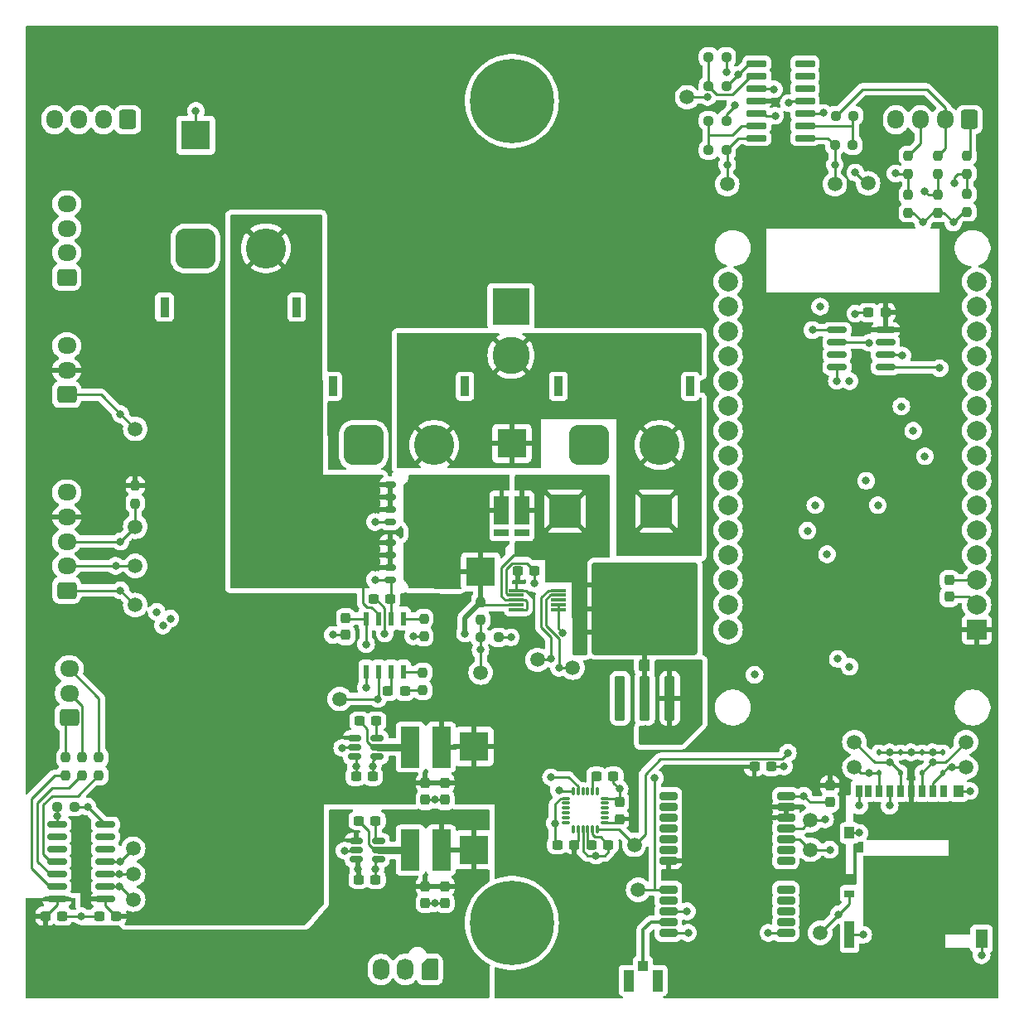
<source format=gtl>
G04 #@! TF.GenerationSoftware,KiCad,Pcbnew,8.0.7*
G04 #@! TF.CreationDate,2025-07-01T23:11:03-04:00*
G04 #@! TF.ProjectId,LED_Snowboard_V4,4c45445f-536e-46f7-9762-6f6172645f56,rev?*
G04 #@! TF.SameCoordinates,Original*
G04 #@! TF.FileFunction,Copper,L1,Top*
G04 #@! TF.FilePolarity,Positive*
%FSLAX46Y46*%
G04 Gerber Fmt 4.6, Leading zero omitted, Abs format (unit mm)*
G04 Created by KiCad (PCBNEW 8.0.7) date 2025-07-01 23:11:03*
%MOMM*%
%LPD*%
G01*
G04 APERTURE LIST*
G04 Aperture macros list*
%AMRoundRect*
0 Rectangle with rounded corners*
0 $1 Rounding radius*
0 $2 $3 $4 $5 $6 $7 $8 $9 X,Y pos of 4 corners*
0 Add a 4 corners polygon primitive as box body*
4,1,4,$2,$3,$4,$5,$6,$7,$8,$9,$2,$3,0*
0 Add four circle primitives for the rounded corners*
1,1,$1+$1,$2,$3*
1,1,$1+$1,$4,$5*
1,1,$1+$1,$6,$7*
1,1,$1+$1,$8,$9*
0 Add four rect primitives between the rounded corners*
20,1,$1+$1,$2,$3,$4,$5,0*
20,1,$1+$1,$4,$5,$6,$7,0*
20,1,$1+$1,$6,$7,$8,$9,0*
20,1,$1+$1,$8,$9,$2,$3,0*%
%AMFreePoly0*
4,1,9,2.100000,-2.000000,2.350000,-2.000000,2.350000,-3.500000,-2.350000,-3.500000,-2.350000,-2.000000,-2.100000,-2.000000,-2.100000,1.100000,2.100000,1.100000,2.100000,-2.000000,2.100000,-2.000000,$1*%
%AMFreePoly1*
4,1,22,0.945671,0.830970,1.026777,0.776777,1.080970,0.695671,1.100000,0.600000,1.100000,-0.600000,1.080970,-0.695671,1.026777,-0.776777,0.945671,-0.830970,0.850000,-0.850000,-0.450000,-0.850000,-0.545671,-0.830970,-0.626777,-0.776777,-1.026777,-0.376777,-1.080970,-0.295671,-1.100000,-0.200000,-1.100000,0.600000,-1.080970,0.695671,-1.026777,0.776777,-0.945671,0.830970,-0.850000,0.850000,
0.850000,0.850000,0.945671,0.830970,0.945671,0.830970,$1*%
G04 Aperture macros list end*
G04 #@! TA.AperFunction,SMDPad,CuDef*
%ADD10RoundRect,0.237500X0.237500X-0.250000X0.237500X0.250000X-0.237500X0.250000X-0.237500X-0.250000X0*%
G04 #@! TD*
G04 #@! TA.AperFunction,SMDPad,CuDef*
%ADD11RoundRect,0.237500X0.300000X0.237500X-0.300000X0.237500X-0.300000X-0.237500X0.300000X-0.237500X0*%
G04 #@! TD*
G04 #@! TA.AperFunction,SMDPad,CuDef*
%ADD12RoundRect,0.237500X0.237500X-0.300000X0.237500X0.300000X-0.237500X0.300000X-0.237500X-0.300000X0*%
G04 #@! TD*
G04 #@! TA.AperFunction,ComponentPad*
%ADD13R,3.800000X3.800000*%
G04 #@! TD*
G04 #@! TA.AperFunction,ComponentPad*
%ADD14C,3.800000*%
G04 #@! TD*
G04 #@! TA.AperFunction,SMDPad,CuDef*
%ADD15RoundRect,0.237500X0.250000X0.237500X-0.250000X0.237500X-0.250000X-0.237500X0.250000X-0.237500X0*%
G04 #@! TD*
G04 #@! TA.AperFunction,SMDPad,CuDef*
%ADD16C,1.500000*%
G04 #@! TD*
G04 #@! TA.AperFunction,SMDPad,CuDef*
%ADD17RoundRect,0.237500X-0.300000X-0.237500X0.300000X-0.237500X0.300000X0.237500X-0.300000X0.237500X0*%
G04 #@! TD*
G04 #@! TA.AperFunction,ComponentPad*
%ADD18RoundRect,0.250000X0.725000X-0.600000X0.725000X0.600000X-0.725000X0.600000X-0.725000X-0.600000X0*%
G04 #@! TD*
G04 #@! TA.AperFunction,ComponentPad*
%ADD19O,1.950000X1.700000*%
G04 #@! TD*
G04 #@! TA.AperFunction,SMDPad,CuDef*
%ADD20R,1.000000X1.050000*%
G04 #@! TD*
G04 #@! TA.AperFunction,SMDPad,CuDef*
%ADD21R,1.050000X2.200000*%
G04 #@! TD*
G04 #@! TA.AperFunction,SMDPad,CuDef*
%ADD22R,1.980000X4.200000*%
G04 #@! TD*
G04 #@! TA.AperFunction,SMDPad,CuDef*
%ADD23RoundRect,0.162500X1.462500X1.552500X-1.462500X1.552500X-1.462500X-1.552500X1.462500X-1.552500X0*%
G04 #@! TD*
G04 #@! TA.AperFunction,ComponentPad*
%ADD24R,0.900000X2.000000*%
G04 #@! TD*
G04 #@! TA.AperFunction,ComponentPad*
%ADD25RoundRect,1.025000X-1.025000X-1.025000X1.025000X-1.025000X1.025000X1.025000X-1.025000X1.025000X0*%
G04 #@! TD*
G04 #@! TA.AperFunction,ComponentPad*
%ADD26C,4.100000*%
G04 #@! TD*
G04 #@! TA.AperFunction,SMDPad,CuDef*
%ADD27RoundRect,0.250000X0.300000X-2.050000X0.300000X2.050000X-0.300000X2.050000X-0.300000X-2.050000X0*%
G04 #@! TD*
G04 #@! TA.AperFunction,SMDPad,CuDef*
%ADD28RoundRect,0.250000X2.375000X-2.025000X2.375000X2.025000X-2.375000X2.025000X-2.375000X-2.025000X0*%
G04 #@! TD*
G04 #@! TA.AperFunction,SMDPad,CuDef*
%ADD29RoundRect,0.250002X5.149998X-4.449998X5.149998X4.449998X-5.149998X4.449998X-5.149998X-4.449998X0*%
G04 #@! TD*
G04 #@! TA.AperFunction,SMDPad,CuDef*
%ADD30RoundRect,0.112500X-0.112500X0.187500X-0.112500X-0.187500X0.112500X-0.187500X0.112500X0.187500X0*%
G04 #@! TD*
G04 #@! TA.AperFunction,SMDPad,CuDef*
%ADD31R,3.000000X3.000000*%
G04 #@! TD*
G04 #@! TA.AperFunction,SMDPad,CuDef*
%ADD32RoundRect,0.237500X-0.237500X0.250000X-0.237500X-0.250000X0.237500X-0.250000X0.237500X0.250000X0*%
G04 #@! TD*
G04 #@! TA.AperFunction,SMDPad,CuDef*
%ADD33RoundRect,0.175000X0.400000X-0.175000X0.400000X0.175000X-0.400000X0.175000X-0.400000X-0.175000X0*%
G04 #@! TD*
G04 #@! TA.AperFunction,SMDPad,CuDef*
%ADD34FreePoly0,90.000000*%
G04 #@! TD*
G04 #@! TA.AperFunction,ComponentPad*
%ADD35RoundRect,0.250000X0.600000X0.725000X-0.600000X0.725000X-0.600000X-0.725000X0.600000X-0.725000X0*%
G04 #@! TD*
G04 #@! TA.AperFunction,ComponentPad*
%ADD36O,1.700000X1.950000*%
G04 #@! TD*
G04 #@! TA.AperFunction,ComponentPad*
%ADD37C,8.600000*%
G04 #@! TD*
G04 #@! TA.AperFunction,SMDPad,CuDef*
%ADD38RoundRect,0.237500X-0.250000X-0.237500X0.250000X-0.237500X0.250000X0.237500X-0.250000X0.237500X0*%
G04 #@! TD*
G04 #@! TA.AperFunction,SMDPad,CuDef*
%ADD39RoundRect,0.150000X-0.512500X-0.150000X0.512500X-0.150000X0.512500X0.150000X-0.512500X0.150000X0*%
G04 #@! TD*
G04 #@! TA.AperFunction,ComponentPad*
%ADD40RoundRect,1.025000X1.025000X1.025000X-1.025000X1.025000X-1.025000X-1.025000X1.025000X-1.025000X0*%
G04 #@! TD*
G04 #@! TA.AperFunction,SMDPad,CuDef*
%ADD41RoundRect,0.075000X-0.350000X-0.075000X0.350000X-0.075000X0.350000X0.075000X-0.350000X0.075000X0*%
G04 #@! TD*
G04 #@! TA.AperFunction,SMDPad,CuDef*
%ADD42RoundRect,0.075000X0.075000X-0.350000X0.075000X0.350000X-0.075000X0.350000X-0.075000X-0.350000X0*%
G04 #@! TD*
G04 #@! TA.AperFunction,SMDPad,CuDef*
%ADD43RoundRect,0.090000X-0.895000X-0.210000X0.895000X-0.210000X0.895000X0.210000X-0.895000X0.210000X0*%
G04 #@! TD*
G04 #@! TA.AperFunction,ComponentPad*
%ADD44FreePoly1,270.000000*%
G04 #@! TD*
G04 #@! TA.AperFunction,ComponentPad*
%ADD45O,1.700000X2.200000*%
G04 #@! TD*
G04 #@! TA.AperFunction,SMDPad,CuDef*
%ADD46R,0.558800X1.460500*%
G04 #@! TD*
G04 #@! TA.AperFunction,SMDPad,CuDef*
%ADD47R,1.495000X0.700000*%
G04 #@! TD*
G04 #@! TA.AperFunction,SMDPad,CuDef*
%ADD48R,1.495000X2.950000*%
G04 #@! TD*
G04 #@! TA.AperFunction,SMDPad,CuDef*
%ADD49RoundRect,0.011200X0.723800X0.128800X-0.723800X0.128800X-0.723800X-0.128800X0.723800X-0.128800X0*%
G04 #@! TD*
G04 #@! TA.AperFunction,SMDPad,CuDef*
%ADD50RoundRect,0.150000X0.825000X0.150000X-0.825000X0.150000X-0.825000X-0.150000X0.825000X-0.150000X0*%
G04 #@! TD*
G04 #@! TA.AperFunction,ComponentPad*
%ADD51C,2.000000*%
G04 #@! TD*
G04 #@! TA.AperFunction,ComponentPad*
%ADD52R,2.000000X2.000000*%
G04 #@! TD*
G04 #@! TA.AperFunction,SMDPad,CuDef*
%ADD53RoundRect,0.200000X-0.700000X-0.200000X0.700000X-0.200000X0.700000X0.200000X-0.700000X0.200000X0*%
G04 #@! TD*
G04 #@! TA.AperFunction,SMDPad,CuDef*
%ADD54RoundRect,0.150000X-0.825000X-0.150000X0.825000X-0.150000X0.825000X0.150000X-0.825000X0.150000X0*%
G04 #@! TD*
G04 #@! TA.AperFunction,SMDPad,CuDef*
%ADD55R,0.700000X1.200000*%
G04 #@! TD*
G04 #@! TA.AperFunction,SMDPad,CuDef*
%ADD56R,1.000000X0.800000*%
G04 #@! TD*
G04 #@! TA.AperFunction,SMDPad,CuDef*
%ADD57R,1.000000X1.200000*%
G04 #@! TD*
G04 #@! TA.AperFunction,SMDPad,CuDef*
%ADD58R,1.000000X2.800000*%
G04 #@! TD*
G04 #@! TA.AperFunction,SMDPad,CuDef*
%ADD59R,1.300000X1.900000*%
G04 #@! TD*
G04 #@! TA.AperFunction,ViaPad*
%ADD60C,0.800000*%
G04 #@! TD*
G04 #@! TA.AperFunction,Conductor*
%ADD61C,0.250000*%
G04 #@! TD*
G04 #@! TA.AperFunction,Conductor*
%ADD62C,0.342400*%
G04 #@! TD*
G04 #@! TA.AperFunction,Conductor*
%ADD63C,0.500000*%
G04 #@! TD*
G04 #@! TA.AperFunction,Conductor*
%ADD64C,0.800000*%
G04 #@! TD*
G04 APERTURE END LIST*
D10*
X193500000Y-65412500D03*
X193500000Y-63587500D03*
D11*
X160362500Y-127000000D03*
X158637500Y-127000000D03*
D12*
X133000000Y-112562500D03*
X133000000Y-110837500D03*
D13*
X149900000Y-79000000D03*
D14*
X149900000Y-84000000D03*
D15*
X171912500Y-53500000D03*
X170087500Y-53500000D03*
D16*
X111300000Y-139600000D03*
D17*
X154637500Y-134000000D03*
X156362500Y-134000000D03*
D16*
X183000000Y-66500000D03*
D18*
X104500000Y-108000000D03*
D19*
X104500000Y-105500000D03*
X104500000Y-103000000D03*
X104500000Y-100500000D03*
X104500000Y-98000000D03*
D20*
X163400000Y-146350000D03*
D21*
X164875000Y-147875000D03*
X161925000Y-147875000D03*
D12*
X182500000Y-129662500D03*
X182500000Y-127937500D03*
D22*
X139625000Y-134550000D03*
X142775000Y-134550000D03*
D23*
X164775000Y-99900000D03*
X155425000Y-99900000D03*
D24*
X154750000Y-87150000D03*
X168250000Y-87150000D03*
D25*
X157900000Y-93150000D03*
D26*
X165100000Y-93150000D03*
D17*
X186437500Y-79600000D03*
X188162500Y-79600000D03*
D24*
X131700000Y-87150000D03*
X145200000Y-87150000D03*
D25*
X134850000Y-93150000D03*
D26*
X142050000Y-93150000D03*
D15*
X171912500Y-60000000D03*
X170087500Y-60000000D03*
D11*
X136137500Y-121350000D03*
X134412500Y-121350000D03*
D27*
X161035000Y-119025000D03*
X163575000Y-119025000D03*
D28*
X160800000Y-112300000D03*
X166350000Y-112300000D03*
D29*
X163575000Y-109875000D03*
D28*
X160800000Y-107450000D03*
X166350000Y-107450000D03*
D27*
X166115000Y-119025000D03*
D30*
X187500000Y-124550000D03*
X187500000Y-126650000D03*
D10*
X146800000Y-111012500D03*
X146800000Y-109187500D03*
D31*
X117700000Y-61500000D03*
D32*
X196500000Y-63587500D03*
X196500000Y-65412500D03*
D17*
X102337500Y-141300000D03*
X104062500Y-141300000D03*
D12*
X161000000Y-131362500D03*
X161000000Y-129637500D03*
D16*
X111300000Y-137000000D03*
D32*
X141000000Y-110887500D03*
X141000000Y-112712500D03*
D16*
X111300000Y-134400000D03*
D11*
X135775000Y-127000000D03*
X134050000Y-127000000D03*
D16*
X152600000Y-115100000D03*
D12*
X194700000Y-108662500D03*
X194700000Y-106937500D03*
D32*
X140900000Y-116387500D03*
X140900000Y-118212500D03*
D30*
X189700000Y-124550000D03*
X189700000Y-126650000D03*
D17*
X137337500Y-118300000D03*
X139062500Y-118300000D03*
D32*
X190500000Y-63587500D03*
X190500000Y-65412500D03*
D33*
X137525000Y-97195000D03*
X137525000Y-98465000D03*
X137525000Y-99735000D03*
X137525000Y-101005000D03*
D34*
X140250000Y-99100000D03*
D35*
X110750000Y-59900000D03*
D36*
X108250000Y-59900000D03*
X105750000Y-59900000D03*
X103250000Y-59900000D03*
D22*
X139625000Y-124000000D03*
X142775000Y-124000000D03*
D16*
X181500000Y-143000000D03*
X196400000Y-126100000D03*
D11*
X159862500Y-134000000D03*
X158137500Y-134000000D03*
D32*
X107800000Y-125087500D03*
X107800000Y-126912500D03*
D33*
X137525000Y-103145000D03*
X137525000Y-104415000D03*
X137525000Y-105685000D03*
X137525000Y-106955000D03*
D34*
X140250000Y-105050000D03*
D12*
X141150000Y-129412500D03*
X141150000Y-127687500D03*
D37*
X150000000Y-142000000D03*
D38*
X170087500Y-63000000D03*
X171912500Y-63000000D03*
X103487500Y-130100000D03*
X105312500Y-130100000D03*
D30*
X191900000Y-124550000D03*
X191900000Y-126650000D03*
D12*
X143150000Y-129412500D03*
X143150000Y-127687500D03*
D18*
X104762500Y-121000000D03*
D19*
X104762500Y-118500000D03*
X104762500Y-116000000D03*
D16*
X162500000Y-134000000D03*
D39*
X133925000Y-123100000D03*
X133925000Y-124050000D03*
X133925000Y-125000000D03*
X136200000Y-125000000D03*
X136200000Y-124050000D03*
X136200000Y-123100000D03*
D17*
X174775000Y-126000000D03*
X176500000Y-126000000D03*
D16*
X172000000Y-66500000D03*
X146800000Y-116400000D03*
X180500000Y-134500000D03*
X185000000Y-126100000D03*
D11*
X136062500Y-131550000D03*
X134337500Y-131550000D03*
D16*
X180500000Y-131500000D03*
D18*
X104500000Y-88000000D03*
D19*
X104500000Y-85500000D03*
X104500000Y-83000000D03*
D16*
X111500000Y-101500000D03*
D38*
X146787500Y-112800000D03*
X148612500Y-112800000D03*
D16*
X111500000Y-91500000D03*
D39*
X134062500Y-133600000D03*
X134062500Y-134550000D03*
X134062500Y-135500000D03*
X136337500Y-135500000D03*
X136337500Y-134550000D03*
X136337500Y-133600000D03*
D31*
X146800000Y-106100000D03*
D11*
X109562500Y-141300000D03*
X107837500Y-141300000D03*
D10*
X190500000Y-69412500D03*
X190500000Y-67587500D03*
D24*
X128000000Y-79050000D03*
X114500000Y-79050000D03*
D40*
X117650000Y-73050000D03*
D26*
X124850000Y-73050000D03*
D32*
X106100000Y-125087500D03*
X106100000Y-126912500D03*
D41*
X155550000Y-129250000D03*
X155550000Y-129750000D03*
X155550000Y-130250000D03*
X155550000Y-130750000D03*
X155550000Y-131250000D03*
X155550000Y-131750000D03*
D42*
X156250000Y-132450000D03*
X156750000Y-132450000D03*
X157250000Y-132450000D03*
X157750000Y-132450000D03*
X158250000Y-132450000D03*
X158750000Y-132450000D03*
D41*
X159450000Y-131750000D03*
X159450000Y-131250000D03*
X159450000Y-130750000D03*
X159450000Y-130250000D03*
X159450000Y-129750000D03*
X159450000Y-129250000D03*
D42*
X158750000Y-128550000D03*
X158250000Y-128550000D03*
X157750000Y-128550000D03*
X157250000Y-128550000D03*
X156750000Y-128550000D03*
X156250000Y-128550000D03*
D31*
X146150000Y-123950000D03*
D38*
X183087500Y-59500000D03*
X184912500Y-59500000D03*
D17*
X135837500Y-108900000D03*
X137562500Y-108900000D03*
D43*
X175000000Y-54150000D03*
X175000000Y-55420000D03*
X175000000Y-56690000D03*
X175000000Y-57960000D03*
X175000000Y-59230000D03*
X175000000Y-60500000D03*
X175000000Y-61770000D03*
X179950000Y-61770000D03*
X179950000Y-60500000D03*
X179950000Y-59230000D03*
X179950000Y-57960000D03*
X179950000Y-56690000D03*
X179950000Y-55420000D03*
X179950000Y-54150000D03*
D11*
X152325000Y-106000000D03*
X150600000Y-106000000D03*
D31*
X146150000Y-134525000D03*
D44*
X141600000Y-146730000D03*
D45*
X139100000Y-146730000D03*
X136600000Y-146730000D03*
D32*
X104400000Y-125087500D03*
X104400000Y-126912500D03*
D46*
X135095000Y-116324150D03*
X136365000Y-116324150D03*
X137635000Y-116324150D03*
X138905000Y-116324150D03*
X138905000Y-110875850D03*
X137635000Y-110875850D03*
X136365000Y-110875850D03*
X135095000Y-110875850D03*
D38*
X170087500Y-56500000D03*
X171912500Y-56500000D03*
D16*
X196400000Y-123500000D03*
D12*
X143150000Y-139950000D03*
X143150000Y-138225000D03*
D47*
X151052500Y-102125000D03*
D48*
X151052500Y-99800000D03*
X148947500Y-99800000D03*
D47*
X148947500Y-102125000D03*
D16*
X111500000Y-105500000D03*
D31*
X150000000Y-93000000D03*
D12*
X141150000Y-139950000D03*
X141150000Y-138225000D03*
D37*
X150000000Y-58000000D03*
D16*
X156200000Y-115900000D03*
D32*
X111500000Y-97287500D03*
X111500000Y-99112500D03*
D49*
X154750000Y-110000000D03*
X154750000Y-109500000D03*
X154750000Y-109000000D03*
X154750000Y-108500000D03*
X154750000Y-108000000D03*
X150450000Y-108000000D03*
X150450000Y-108500000D03*
X150450000Y-109000000D03*
X150450000Y-109500000D03*
X150450000Y-110000000D03*
D11*
X136062500Y-137550000D03*
X134337500Y-137550000D03*
D18*
X104500000Y-76000000D03*
D19*
X104500000Y-73500000D03*
X104500000Y-71000000D03*
X104500000Y-68500000D03*
D10*
X193500000Y-69412500D03*
X193500000Y-67587500D03*
D35*
X196750000Y-59900000D03*
D36*
X194250000Y-59900000D03*
X191750000Y-59900000D03*
X189250000Y-59900000D03*
D16*
X111500000Y-109500000D03*
X185000000Y-123500000D03*
D50*
X108450000Y-139550000D03*
X108450000Y-138280000D03*
X108450000Y-137010000D03*
X108450000Y-135740000D03*
X108450000Y-134470000D03*
X108450000Y-133200000D03*
X108450000Y-131930000D03*
X103500000Y-131930000D03*
X103500000Y-133200000D03*
X103500000Y-134470000D03*
X103500000Y-135740000D03*
X103500000Y-137010000D03*
X103500000Y-138280000D03*
X103500000Y-139550000D03*
D16*
X186400000Y-66400000D03*
D30*
X194000000Y-124550000D03*
X194000000Y-126650000D03*
D51*
X172100000Y-76455000D03*
X172100000Y-78995000D03*
X172100000Y-81535000D03*
X172100000Y-84075000D03*
X172100000Y-86615000D03*
X172100000Y-89155000D03*
X172100000Y-91695000D03*
X172100000Y-94235000D03*
X172100000Y-96775000D03*
X172100000Y-99315000D03*
X172100000Y-101855000D03*
X172100000Y-104395000D03*
X172100000Y-106935000D03*
X172100000Y-109475000D03*
X172100000Y-112015000D03*
X197500000Y-76455000D03*
X197500000Y-78995000D03*
X197500000Y-81535000D03*
X197500000Y-84075000D03*
X197500000Y-86615000D03*
X197500000Y-89155000D03*
X197500000Y-91695000D03*
X197500000Y-94235000D03*
X197500000Y-96775000D03*
X197500000Y-99315000D03*
X197500000Y-101855000D03*
X197500000Y-104395000D03*
X197500000Y-106935000D03*
X197500000Y-109475000D03*
D52*
X197500000Y-112015000D03*
D10*
X196500000Y-69325000D03*
X196500000Y-67500000D03*
D16*
X132400000Y-119100000D03*
D53*
X166000000Y-129000000D03*
X166000000Y-130100000D03*
X166000000Y-131200000D03*
X166000000Y-132300000D03*
X166000000Y-133400000D03*
X166000000Y-134500000D03*
X166000000Y-135600000D03*
X166000000Y-138600000D03*
X166000000Y-139700000D03*
X166000000Y-140800000D03*
X166000000Y-141900000D03*
X166000000Y-143000000D03*
X178000000Y-143000000D03*
X178000000Y-141900000D03*
X178000000Y-140800000D03*
X178000000Y-139700000D03*
X178000000Y-138600000D03*
X178000000Y-135600000D03*
X178000000Y-134500000D03*
X178000000Y-133400000D03*
X178000000Y-132300000D03*
X178000000Y-131200000D03*
X178000000Y-130100000D03*
X178000000Y-129000000D03*
D15*
X184825000Y-62500000D03*
X183000000Y-62500000D03*
D54*
X183225000Y-81395000D03*
X183225000Y-82665000D03*
X183225000Y-83935000D03*
X183225000Y-85205000D03*
X188175000Y-85205000D03*
X188175000Y-83935000D03*
X188175000Y-82665000D03*
X188175000Y-81395000D03*
D16*
X167900000Y-57600000D03*
D55*
X194100000Y-128500000D03*
X193000000Y-128500000D03*
X191900000Y-128500000D03*
X190800000Y-128500000D03*
X189700000Y-128500000D03*
X188600000Y-128500000D03*
X187500000Y-128500000D03*
X186400000Y-128500000D03*
X185450000Y-128500000D03*
D56*
X184500000Y-139000000D03*
D57*
X184500000Y-132800000D03*
D58*
X184500000Y-143150000D03*
D57*
X195650000Y-128500000D03*
D59*
X198000000Y-143600000D03*
D16*
X162900000Y-138600000D03*
D60*
X188600000Y-130000000D03*
X168000000Y-143000000D03*
X195100000Y-70400000D03*
X192000000Y-70400000D03*
X155200000Y-112325000D03*
X166200000Y-123200000D03*
X188600000Y-124550000D03*
X168200000Y-117300000D03*
X163600000Y-123200000D03*
X137000000Y-112400000D03*
X183200000Y-86600000D03*
X161000000Y-128300000D03*
X185500000Y-130000000D03*
X142100000Y-139950000D03*
X167900000Y-140800000D03*
X193000000Y-124550000D03*
X106620000Y-130100000D03*
X117700000Y-59000000D03*
X190800000Y-124550000D03*
X171900000Y-55000000D03*
X152300000Y-107300000D03*
X185100000Y-79725000D03*
X163600000Y-122200000D03*
X196800000Y-128500000D03*
X179800000Y-129000000D03*
X168200000Y-120700000D03*
X178300000Y-58200000D03*
X131700000Y-112562500D03*
X142100000Y-129412500D03*
X168200000Y-119000000D03*
X135100000Y-117900000D03*
X135775000Y-126000000D03*
X154400000Y-131800000D03*
X136062500Y-136500000D03*
X158600000Y-135100000D03*
X149900000Y-112800000D03*
X139900000Y-112700000D03*
X176200000Y-143000000D03*
X185900000Y-143200000D03*
X166200000Y-122200000D03*
X106000000Y-141300000D03*
X198000000Y-145300000D03*
X177800000Y-126000000D03*
X185500000Y-132800000D03*
X134050000Y-126000000D03*
X135095000Y-113500000D03*
X145200000Y-112400000D03*
X134300000Y-136500000D03*
X154800000Y-128400000D03*
X184500000Y-115800000D03*
X154800000Y-115900000D03*
X184500000Y-86615000D03*
X183300000Y-115000000D03*
X181500000Y-79000000D03*
X154000000Y-127100000D03*
X154000000Y-115000000D03*
X186500000Y-82700000D03*
X189800000Y-89200000D03*
X186500000Y-126650000D03*
X193700000Y-85300000D03*
X193000000Y-125600000D03*
X188600000Y-125600000D03*
X189900000Y-84000000D03*
X191005000Y-91695000D03*
X182500000Y-134500000D03*
X187400000Y-99300000D03*
X186200000Y-96800000D03*
X182000000Y-131400000D03*
X158200000Y-98800000D03*
X158200000Y-97000000D03*
X155400000Y-97000000D03*
X158200000Y-100800000D03*
X152800000Y-97000000D03*
X158200000Y-102600000D03*
X152800000Y-100900000D03*
X152800000Y-98800000D03*
X155400000Y-102600000D03*
X164700000Y-96900000D03*
X161700000Y-100800000D03*
X164800000Y-102600000D03*
X161700000Y-98800000D03*
X167800000Y-98800000D03*
X161700000Y-96900000D03*
X161700000Y-102600000D03*
X167800000Y-96900000D03*
X167800000Y-100800000D03*
X181000000Y-99300000D03*
X183400000Y-141100000D03*
X132900000Y-134600000D03*
X132659809Y-124100000D03*
X136000000Y-106900000D03*
X136000000Y-101000000D03*
X181800000Y-59200000D03*
X195200000Y-66400000D03*
X192200000Y-67200000D03*
X176900000Y-59500000D03*
X189200000Y-65400000D03*
X176800000Y-56800000D03*
X173106250Y-55306250D03*
X170000000Y-57575000D03*
X172000000Y-64500000D03*
X183000000Y-64500000D03*
X174800000Y-116625000D03*
X103487500Y-131100000D03*
X136300000Y-119100000D03*
X115095396Y-110875000D03*
X109900000Y-138280000D03*
X114325000Y-111600000D03*
X109900000Y-137010000D03*
X113700000Y-110200000D03*
X110000000Y-135700000D03*
X164600000Y-127200000D03*
X180200000Y-101900000D03*
X178200000Y-124600000D03*
X146787500Y-114087500D03*
X172800000Y-58400000D03*
X110000000Y-90000000D03*
X110000000Y-108000000D03*
X109500000Y-105500000D03*
X110000000Y-103000000D03*
X192200000Y-94300000D03*
X195000000Y-126100000D03*
X185100000Y-65300000D03*
X182200000Y-104300000D03*
X180700000Y-81400000D03*
X136000000Y-99735000D03*
X134800000Y-105700000D03*
X134800000Y-97195000D03*
X136000000Y-98500000D03*
X136000000Y-105700000D03*
X136000000Y-103160000D03*
X136000000Y-97195000D03*
X134800000Y-98500000D03*
X136000000Y-104465000D03*
X134800000Y-104465000D03*
X134800000Y-103160000D03*
X134800000Y-99735000D03*
D61*
X188600000Y-128500000D02*
X188600000Y-130000000D01*
X166000000Y-143000000D02*
X168000000Y-143000000D01*
X196175000Y-69325000D02*
X196500000Y-69325000D01*
X195100000Y-70400000D02*
X196175000Y-69325000D01*
X194112500Y-69412500D02*
X192987500Y-69412500D01*
X192987500Y-69412500D02*
X192000000Y-70400000D01*
X195100000Y-70400000D02*
X194112500Y-69412500D01*
X191012500Y-69412500D02*
X190500000Y-69412500D01*
X192000000Y-70400000D02*
X191012500Y-69412500D01*
D62*
X166000000Y-141900000D02*
X164200000Y-141900000D01*
X164200000Y-141900000D02*
X163400000Y-142700000D01*
X163400000Y-142700000D02*
X163400000Y-146350000D01*
D61*
X149900000Y-112800000D02*
X148612500Y-112800000D01*
X161000000Y-129637500D02*
X160612500Y-129250000D01*
X180462500Y-129662500D02*
X179800000Y-129000000D01*
X135095000Y-117895000D02*
X135100000Y-117900000D01*
X106620000Y-130100000D02*
X108450000Y-131930000D01*
X154637500Y-134000000D02*
X154400000Y-133762500D01*
X149621632Y-108500000D02*
X149390000Y-108268368D01*
X183200000Y-86600000D02*
X183225000Y-86575000D01*
X185500000Y-132800000D02*
X184500000Y-132800000D01*
X185500000Y-130000000D02*
X185450000Y-129950000D01*
X142100000Y-129412500D02*
X143150000Y-129412500D01*
X159500000Y-135100000D02*
X159862500Y-134737500D01*
X166000000Y-140800000D02*
X167900000Y-140800000D01*
X158509315Y-133200000D02*
X159062500Y-133200000D01*
X185450000Y-129950000D02*
X185450000Y-128500000D01*
X154400000Y-129825305D02*
X154400000Y-131800000D01*
X158250000Y-132450000D02*
X158250000Y-132940685D01*
X176200000Y-143000000D02*
X178050000Y-143000000D01*
X135775000Y-127000000D02*
X135775000Y-126000000D01*
X171912500Y-54987500D02*
X171912500Y-53500000D01*
X137000000Y-112400000D02*
X137000000Y-109800000D01*
X161000000Y-129637500D02*
X161000000Y-128300000D01*
X194700000Y-108662500D02*
X196687500Y-108662500D01*
X104062500Y-141300000D02*
X106000000Y-141300000D01*
X150450000Y-108500000D02*
X149621632Y-108500000D01*
X178300000Y-58200000D02*
X178540000Y-57960000D01*
X190800000Y-124550000D02*
X193000000Y-124550000D01*
X155550000Y-129250000D02*
X154975305Y-129250000D01*
X171900000Y-54900000D02*
X171800000Y-54800000D01*
X141150000Y-139950000D02*
X142100000Y-139950000D01*
X183225000Y-86575000D02*
X183225000Y-85205000D01*
X195650000Y-128500000D02*
X196800000Y-128500000D01*
X198000000Y-145300000D02*
X198000000Y-143600000D01*
X196687500Y-108662500D02*
X197500000Y-109475000D01*
X176800000Y-126000000D02*
X176500000Y-126000000D01*
X182500000Y-129662500D02*
X180462500Y-129662500D01*
X154750000Y-110000000D02*
X154750000Y-109500000D01*
X152325000Y-106000000D02*
X152325000Y-107275000D01*
X159062500Y-133200000D02*
X159862500Y-134000000D01*
X185225000Y-79600000D02*
X186437500Y-79600000D01*
X171900000Y-55000000D02*
X171912500Y-54987500D01*
X154975305Y-129250000D02*
X154400000Y-129825305D01*
X106000000Y-141300000D02*
X107837500Y-141300000D01*
X154400000Y-133762500D02*
X154400000Y-131800000D01*
X152300000Y-107478368D02*
X152300000Y-107300000D01*
X157250000Y-132450000D02*
X157250000Y-134650000D01*
X178540000Y-57960000D02*
X179950000Y-57960000D01*
X151525000Y-105200000D02*
X152325000Y-106000000D01*
X160612500Y-129250000D02*
X159450000Y-129250000D01*
X105312500Y-130100000D02*
X106620000Y-130100000D01*
X157250000Y-134650000D02*
X157700000Y-135100000D01*
X188600000Y-124550000D02*
X190800000Y-124550000D01*
X136062500Y-137550000D02*
X136062500Y-136500000D01*
X149390000Y-108268368D02*
X149390000Y-105810000D01*
X137000000Y-109800000D02*
X136100000Y-108900000D01*
X136062500Y-136500000D02*
X136062500Y-135775000D01*
X158600000Y-135100000D02*
X159500000Y-135100000D01*
X184500000Y-143150000D02*
X185850000Y-143150000D01*
X141150000Y-129412500D02*
X142100000Y-129412500D01*
X155200000Y-112325000D02*
X154750000Y-111875000D01*
X131700000Y-112562500D02*
X133000000Y-112562500D01*
X193000000Y-124550000D02*
X194000000Y-124550000D01*
X158250000Y-132940685D02*
X158509315Y-133200000D01*
X185100000Y-79725000D02*
X185225000Y-79600000D01*
X149390000Y-105810000D02*
X150000000Y-105200000D01*
X135095000Y-116324150D02*
X135095000Y-117895000D01*
X117700000Y-61500000D02*
X117700000Y-59000000D01*
X159862500Y-134737500D02*
X159862500Y-134000000D01*
X167900000Y-140800000D02*
X167800000Y-140800000D01*
X136062500Y-135775000D02*
X136337500Y-135500000D01*
X150000000Y-105200000D02*
X151525000Y-105200000D01*
X152325000Y-107275000D02*
X152300000Y-107300000D01*
X142100000Y-139950000D02*
X143150000Y-139950000D01*
X157700000Y-135100000D02*
X158600000Y-135100000D01*
X185850000Y-143150000D02*
X185900000Y-143200000D01*
X160362500Y-127000000D02*
X160362500Y-127662500D01*
X154750000Y-111875000D02*
X154750000Y-110000000D01*
X176150000Y-143000000D02*
X176200000Y-143000000D01*
X136100000Y-108900000D02*
X135837500Y-108900000D01*
X171900000Y-55000000D02*
X171900000Y-54900000D01*
X176500000Y-126000000D02*
X177800000Y-126000000D01*
X135775000Y-125425000D02*
X136200000Y-125000000D01*
X178000000Y-129000000D02*
X179800000Y-129000000D01*
X187500000Y-124550000D02*
X188600000Y-124550000D01*
X160362500Y-127662500D02*
X161000000Y-128300000D01*
X139912500Y-112712500D02*
X139900000Y-112700000D01*
X141000000Y-112712500D02*
X139912500Y-112712500D01*
X135775000Y-126000000D02*
X135775000Y-125425000D01*
X150450000Y-106150000D02*
X150600000Y-106000000D01*
X188200000Y-81370000D02*
X188175000Y-81395000D01*
X151414764Y-108000000D02*
X150450000Y-108000000D01*
X104500000Y-100500000D02*
X104700000Y-100500000D01*
X156362500Y-134337500D02*
X156362500Y-134000000D01*
X161000000Y-131362500D02*
X160612500Y-131750000D01*
X156750000Y-133612500D02*
X156750000Y-132450000D01*
X178000000Y-131200000D02*
X178000000Y-130100000D01*
X152200000Y-112200000D02*
X152200000Y-108785236D01*
X156362500Y-134000000D02*
X156750000Y-133612500D01*
X152200000Y-108785236D02*
X151414764Y-108000000D01*
X161000000Y-131362500D02*
X161037500Y-131400000D01*
X177400000Y-130100000D02*
X178000000Y-130100000D01*
X150450000Y-108000000D02*
X150450000Y-106150000D01*
X108450000Y-139550000D02*
X108450000Y-140187500D01*
X108450000Y-140187500D02*
X109562500Y-141300000D01*
X160612500Y-131750000D02*
X159450000Y-131750000D01*
X134050000Y-125125000D02*
X133925000Y-125000000D01*
D63*
X134300000Y-136500000D02*
X134300000Y-135737500D01*
X134337500Y-136537500D02*
X134300000Y-136500000D01*
X146800000Y-109187500D02*
X146800000Y-106100000D01*
D61*
X150450000Y-109500000D02*
X147112500Y-109500000D01*
D63*
X134300000Y-135737500D02*
X134062500Y-135500000D01*
X145200000Y-110787500D02*
X146800000Y-109187500D01*
D61*
X134050000Y-127000000D02*
X134050000Y-126000000D01*
X135095000Y-110875850D02*
X135095000Y-113500000D01*
X147112500Y-109500000D02*
X146800000Y-109187500D01*
X135095000Y-110875850D02*
X133038350Y-110875850D01*
D63*
X134337500Y-137638017D02*
X134337500Y-137550000D01*
X145200000Y-112400000D02*
X145200000Y-110787500D01*
D61*
X134050000Y-126000000D02*
X134050000Y-125125000D01*
X133038350Y-110875850D02*
X133000000Y-110837500D01*
D63*
X134337500Y-137550000D02*
X134337500Y-136537500D01*
D61*
X136062500Y-131550000D02*
X136062500Y-133325000D01*
X136062500Y-133325000D02*
X136337500Y-133600000D01*
D64*
X136337500Y-134550000D02*
X139625000Y-134550000D01*
D61*
X134337500Y-131550000D02*
X135350000Y-132562500D01*
X135953249Y-134550000D02*
X136337500Y-134550000D01*
X135350000Y-133946751D02*
X135953249Y-134550000D01*
X135350000Y-132562500D02*
X135350000Y-133946751D01*
X136137500Y-121350000D02*
X136137500Y-123037500D01*
X134412500Y-121350000D02*
X135212500Y-122150000D01*
X135212500Y-122150000D02*
X135212500Y-123446751D01*
X135815749Y-124050000D02*
X136200000Y-124050000D01*
D64*
X136250000Y-124000000D02*
X139625000Y-124000000D01*
D61*
X135212500Y-123446751D02*
X135815749Y-124050000D01*
X103500000Y-140137500D02*
X102337500Y-141300000D01*
X103500000Y-139550000D02*
X103500000Y-140137500D01*
X157750000Y-133612500D02*
X157750000Y-132450000D01*
X158137500Y-134000000D02*
X157750000Y-133612500D01*
X158250000Y-127387500D02*
X158250000Y-128550000D01*
X158637500Y-127000000D02*
X158250000Y-127387500D01*
X153900000Y-108500000D02*
X154750000Y-108500000D01*
X153450000Y-108950000D02*
X153900000Y-108500000D01*
X156200000Y-115900000D02*
X154800000Y-115900000D01*
X156250000Y-128550000D02*
X154950000Y-128550000D01*
X154800000Y-115900000D02*
X154800000Y-112963604D01*
X154950000Y-128550000D02*
X154800000Y-128400000D01*
X154800000Y-112963604D02*
X153450000Y-111613604D01*
X153450000Y-111613604D02*
X153450000Y-108950000D01*
X156750000Y-128057236D02*
X155792764Y-127100000D01*
X153900000Y-115100000D02*
X154000000Y-115000000D01*
X153000000Y-108700000D02*
X153000000Y-111800000D01*
X152600000Y-115100000D02*
X153900000Y-115100000D01*
X153000000Y-111800000D02*
X154000000Y-112800000D01*
X155792764Y-127100000D02*
X154000000Y-127100000D01*
X153700000Y-108000000D02*
X153000000Y-108700000D01*
X154750000Y-108000000D02*
X153700000Y-108000000D01*
X154000000Y-112800000D02*
X154000000Y-115000000D01*
X156750000Y-128550000D02*
X156750000Y-128057236D01*
X186465000Y-82665000D02*
X184900000Y-82665000D01*
X185100000Y-126100000D02*
X185000000Y-126100000D01*
X186500000Y-126650000D02*
X185650000Y-126650000D01*
X186500000Y-82700000D02*
X186465000Y-82665000D01*
X187500000Y-128500000D02*
X187500000Y-126650000D01*
X185650000Y-126650000D02*
X185100000Y-126100000D01*
X184900000Y-82665000D02*
X183225000Y-82665000D01*
X186500000Y-126650000D02*
X187500000Y-126650000D01*
X191900000Y-128500000D02*
X191900000Y-126650000D01*
X194300000Y-125600000D02*
X196400000Y-123500000D01*
X193605000Y-85205000D02*
X193700000Y-85300000D01*
X192950000Y-125600000D02*
X193000000Y-125600000D01*
X193000000Y-125600000D02*
X194300000Y-125600000D01*
X188175000Y-85205000D02*
X193605000Y-85205000D01*
X191900000Y-126650000D02*
X192950000Y-125600000D01*
X189700000Y-126600000D02*
X188700000Y-125600000D01*
X189435000Y-83935000D02*
X188175000Y-83935000D01*
X189700000Y-126650000D02*
X189700000Y-126600000D01*
X189700000Y-128500000D02*
X189700000Y-126650000D01*
X187100000Y-125600000D02*
X185000000Y-123500000D01*
X189900000Y-84000000D02*
X189500000Y-84000000D01*
X188600000Y-125600000D02*
X187100000Y-125600000D01*
X188700000Y-125600000D02*
X188600000Y-125600000D01*
X189500000Y-84000000D02*
X189435000Y-83935000D01*
X179400000Y-133400000D02*
X178000000Y-133400000D01*
X180500000Y-134500000D02*
X179400000Y-133400000D01*
X182500000Y-134500000D02*
X180500000Y-134500000D01*
X182000000Y-131400000D02*
X181900000Y-131500000D01*
X180500000Y-131500000D02*
X179700000Y-132300000D01*
X181900000Y-131500000D02*
X180500000Y-131500000D01*
X179700000Y-132300000D02*
X178000000Y-132300000D01*
X151510000Y-109110000D02*
X151510000Y-109900000D01*
X148900000Y-105663604D02*
X150163604Y-104400000D01*
X152500000Y-99800000D02*
X151052500Y-99800000D01*
X152700000Y-104400000D02*
X152700000Y-100000000D01*
X150163604Y-104400000D02*
X152700000Y-104400000D01*
X151410000Y-110000000D02*
X150450000Y-110000000D01*
X149300000Y-109000000D02*
X148900000Y-108600000D01*
X150450000Y-109000000D02*
X149300000Y-109000000D01*
X150450000Y-109000000D02*
X151400000Y-109000000D01*
X152700000Y-100000000D02*
X152500000Y-99800000D01*
X151510000Y-109900000D02*
X151410000Y-110000000D01*
X148900000Y-108600000D02*
X148900000Y-105663604D01*
X151400000Y-109000000D02*
X151510000Y-109110000D01*
X104400000Y-125000000D02*
X104400000Y-121362500D01*
X104300000Y-125100000D02*
X104400000Y-125000000D01*
X104400000Y-121362500D02*
X104762500Y-121000000D01*
X106000000Y-125100000D02*
X106100000Y-125000000D01*
X106100000Y-125000000D02*
X106100000Y-119837500D01*
X106100000Y-119837500D02*
X104762500Y-118500000D01*
X107800000Y-119037500D02*
X107800000Y-125087500D01*
X104762500Y-116000000D02*
X107800000Y-119037500D01*
X137635000Y-118002500D02*
X137337500Y-118300000D01*
X137635000Y-116324150D02*
X137635000Y-118002500D01*
X181500000Y-143000000D02*
X184500000Y-140000000D01*
X184500000Y-140000000D02*
X184500000Y-139000000D01*
X132900000Y-134600000D02*
X133624092Y-134600000D01*
X133674092Y-134550000D02*
X134062500Y-134550000D01*
X133624092Y-134600000D02*
X133674092Y-134550000D01*
X133925000Y-124050000D02*
X132709809Y-124050000D01*
X132709809Y-124050000D02*
X132659809Y-124100000D01*
X136055000Y-106955000D02*
X137525000Y-106955000D01*
X137635000Y-107065000D02*
X137525000Y-106955000D01*
X136000000Y-101000000D02*
X137470000Y-101000000D01*
X136000000Y-106900000D02*
X136055000Y-106955000D01*
X137635000Y-110875850D02*
X137635000Y-107065000D01*
X139150000Y-118212500D02*
X139062500Y-118300000D01*
X140900000Y-118212500D02*
X139150000Y-118212500D01*
X181800000Y-59100000D02*
X181700000Y-59200000D01*
X195587500Y-65412500D02*
X195200000Y-65800000D01*
X196500000Y-67500000D02*
X196500000Y-65412500D01*
X195200000Y-65800000D02*
X195200000Y-66400000D01*
X181800000Y-59200000D02*
X181800000Y-59100000D01*
X181670000Y-59230000D02*
X181700000Y-59200000D01*
X179950000Y-59230000D02*
X181670000Y-59230000D01*
X196500000Y-65412500D02*
X195587500Y-65412500D01*
X181700000Y-59200000D02*
X181800000Y-59200000D01*
X179950000Y-60500000D02*
X184825000Y-60500000D01*
X184825000Y-60500000D02*
X184825000Y-59587500D01*
X184825000Y-59587500D02*
X184912500Y-59500000D01*
X184825000Y-62500000D02*
X184825000Y-60500000D01*
X193500000Y-67587500D02*
X193500000Y-65412500D01*
X192563000Y-67587500D02*
X192200000Y-67224500D01*
X175718101Y-59230000D02*
X175000000Y-59230000D01*
X175988101Y-59500000D02*
X175718101Y-59230000D01*
X176900000Y-59500000D02*
X175988101Y-59500000D01*
X193500000Y-67587500D02*
X192563000Y-67587500D01*
X173500000Y-60500000D02*
X172500000Y-61500000D01*
X172500000Y-61500000D02*
X170087500Y-61500000D01*
X170087500Y-61500000D02*
X170087500Y-60000000D01*
X170087500Y-63000000D02*
X170087500Y-61500000D01*
X175000000Y-60500000D02*
X173500000Y-60500000D01*
X176790000Y-56690000D02*
X176800000Y-56700000D01*
X176900000Y-56700000D02*
X176900000Y-56800000D01*
X175000000Y-56690000D02*
X176790000Y-56690000D01*
X176900000Y-56800000D02*
X176800000Y-56700000D01*
X190500000Y-67587500D02*
X190500000Y-65412500D01*
X176800000Y-56700000D02*
X176900000Y-56700000D01*
X190500000Y-65412500D02*
X189287500Y-65412500D01*
X174380000Y-55420000D02*
X172500000Y-57300000D01*
X170900000Y-57300000D02*
X170100000Y-56500000D01*
X170087500Y-56500000D02*
X170087500Y-53500000D01*
X172500000Y-57300000D02*
X170900000Y-57300000D01*
X170100000Y-56500000D02*
X170087500Y-56500000D01*
X175000000Y-55420000D02*
X174380000Y-55420000D01*
X174262500Y-54150000D02*
X175000000Y-54150000D01*
X168100000Y-57600000D02*
X169975000Y-57600000D01*
X169975000Y-57600000D02*
X170000000Y-57575000D01*
X171912500Y-56500000D02*
X174262500Y-54150000D01*
X167900000Y-57400000D02*
X168100000Y-57600000D01*
X172000000Y-66500000D02*
X172000000Y-64500000D01*
X172000000Y-63087500D02*
X171912500Y-63000000D01*
X171912500Y-63000000D02*
X173142500Y-61770000D01*
X172000000Y-64500000D02*
X172000000Y-63087500D01*
X173142500Y-61770000D02*
X175000000Y-61770000D01*
X183000000Y-62500000D02*
X182270000Y-61770000D01*
X183000000Y-64500000D02*
X183000000Y-62500000D01*
X183000000Y-66500000D02*
X183000000Y-64500000D01*
X182270000Y-61770000D02*
X179950000Y-61770000D01*
X136300000Y-119100000D02*
X132400000Y-119100000D01*
X103487500Y-131100000D02*
X103487500Y-131917500D01*
X103487500Y-130100000D02*
X103487500Y-131100000D01*
X136350000Y-119050000D02*
X136350000Y-116339150D01*
X136350000Y-116339150D02*
X136365000Y-116324150D01*
X136300000Y-119100000D02*
X136350000Y-119050000D01*
X103487500Y-131917500D02*
X103500000Y-131930000D01*
X109980000Y-138280000D02*
X111300000Y-139600000D01*
X108450000Y-138280000D02*
X109900000Y-138280000D01*
X109900000Y-138280000D02*
X109980000Y-138280000D01*
X108450000Y-137010000D02*
X109900000Y-137010000D01*
X111290000Y-137010000D02*
X111300000Y-137000000D01*
X109900000Y-137010000D02*
X111290000Y-137010000D01*
X109960000Y-135740000D02*
X111300000Y-134400000D01*
X108450000Y-135740000D02*
X109960000Y-135740000D01*
X164600000Y-127200000D02*
X164600000Y-138600000D01*
X162900000Y-138600000D02*
X164600000Y-138600000D01*
X162500000Y-139000000D02*
X162900000Y-138600000D01*
X164600000Y-138600000D02*
X166000000Y-138600000D01*
X165200000Y-125200000D02*
X163600000Y-126800000D01*
X163600000Y-132900000D02*
X162500000Y-134000000D01*
X177600000Y-125200000D02*
X165200000Y-125200000D01*
X160950000Y-132450000D02*
X162500000Y-134000000D01*
X163600000Y-126800000D02*
X163600000Y-132900000D01*
X158750000Y-132450000D02*
X160950000Y-132450000D01*
X178200000Y-124600000D02*
X177600000Y-125200000D01*
X146800000Y-114100000D02*
X146787500Y-114087500D01*
X197497500Y-106937500D02*
X197500000Y-106935000D01*
X194700000Y-106937500D02*
X197497500Y-106937500D01*
X146787500Y-111025000D02*
X146800000Y-111012500D01*
X146787500Y-112800000D02*
X146787500Y-114087500D01*
X146800000Y-116400000D02*
X146800000Y-114100000D01*
X146787500Y-112800000D02*
X146787500Y-111025000D01*
X196800000Y-63287500D02*
X196800000Y-59950000D01*
X196500000Y-63587500D02*
X196800000Y-63287500D01*
X196800000Y-59950000D02*
X196750000Y-59900000D01*
X185787500Y-56800000D02*
X192400000Y-56800000D01*
X192400000Y-56800000D02*
X194250000Y-58650000D01*
X194250000Y-58650000D02*
X194250000Y-59900000D01*
X183087500Y-59500000D02*
X185787500Y-56800000D01*
X193500000Y-63587500D02*
X194250000Y-62837500D01*
X194250000Y-62837500D02*
X194250000Y-59900000D01*
X171912500Y-59387500D02*
X172800000Y-58500000D01*
X190500000Y-63587500D02*
X191750000Y-62337500D01*
X191750000Y-62337500D02*
X191750000Y-59900000D01*
X171912500Y-60000000D02*
X171912500Y-59387500D01*
X108000000Y-88000000D02*
X111500000Y-91500000D01*
X104500000Y-88000000D02*
X108000000Y-88000000D01*
X104500000Y-108000000D02*
X110000000Y-108000000D01*
X110000000Y-108000000D02*
X111500000Y-109500000D01*
X109500000Y-105500000D02*
X111500000Y-105500000D01*
X104500000Y-105500000D02*
X109500000Y-105500000D01*
X110000000Y-103000000D02*
X111500000Y-101500000D01*
X111500000Y-101500000D02*
X111500000Y-99112500D01*
X104500000Y-103000000D02*
X110000000Y-103000000D01*
X195000000Y-126100000D02*
X194550000Y-126100000D01*
X193000000Y-128500000D02*
X193000000Y-127650000D01*
X195000000Y-126100000D02*
X196400000Y-126100000D01*
X194550000Y-126100000D02*
X194000000Y-126650000D01*
X193000000Y-127650000D02*
X194000000Y-126650000D01*
X181250000Y-81400000D02*
X181255000Y-81395000D01*
X181255000Y-81395000D02*
X183225000Y-81395000D01*
X180700000Y-81400000D02*
X181250000Y-81400000D01*
X185100000Y-65300000D02*
X186400000Y-66600000D01*
X136365000Y-110425000D02*
X135640000Y-109700000D01*
X135640000Y-109700000D02*
X135200000Y-109700000D01*
X134800000Y-109300000D02*
X134800000Y-105700000D01*
X136365000Y-110875850D02*
X136365000Y-110425000D01*
X135200000Y-109700000D02*
X134800000Y-109300000D01*
X138916650Y-110887500D02*
X138905000Y-110875850D01*
X141000000Y-110887500D02*
X138916650Y-110887500D01*
X140836650Y-116324150D02*
X140900000Y-116387500D01*
X138905000Y-116324150D02*
X140836650Y-116324150D01*
X100900000Y-136400000D02*
X100900000Y-129300000D01*
X102780000Y-138280000D02*
X100900000Y-136400000D01*
X103275000Y-126925000D02*
X104300000Y-126925000D01*
X100900000Y-129300000D02*
X103275000Y-126925000D01*
X103500000Y-138280000D02*
X102780000Y-138280000D01*
X106000000Y-126925000D02*
X104725000Y-128200000D01*
X102810000Y-137010000D02*
X103500000Y-137010000D01*
X101500000Y-135700000D02*
X102810000Y-137010000D01*
X101500000Y-129700000D02*
X101500000Y-135700000D01*
X104725000Y-128200000D02*
X103000000Y-128200000D01*
X103000000Y-128200000D02*
X101500000Y-129700000D01*
X102100000Y-135000000D02*
X102100000Y-129900000D01*
X103000000Y-129000000D02*
X105625000Y-129000000D01*
X105625000Y-129000000D02*
X107700000Y-126925000D01*
X102840000Y-135740000D02*
X102100000Y-135000000D01*
X103500000Y-135740000D02*
X102840000Y-135740000D01*
X102100000Y-129900000D02*
X103000000Y-129000000D01*
G04 #@! TA.AperFunction,Conductor*
G36*
X169443039Y-115119685D02*
G01*
X169488794Y-115172489D01*
X169500000Y-115224000D01*
X169500000Y-121548638D01*
X169480315Y-121615677D01*
X169463681Y-121636319D01*
X167336319Y-123763681D01*
X167274996Y-123797166D01*
X167248638Y-123800000D01*
X163124000Y-123800000D01*
X163056961Y-123780315D01*
X163011206Y-123727511D01*
X163000000Y-123676000D01*
X163000000Y-121939828D01*
X163019685Y-121872789D01*
X163072489Y-121827034D01*
X163136602Y-121816470D01*
X163224991Y-121825500D01*
X163925008Y-121825499D01*
X163925016Y-121825498D01*
X163925019Y-121825498D01*
X163981302Y-121819748D01*
X164027797Y-121814999D01*
X164194334Y-121759814D01*
X164343656Y-121667712D01*
X164375049Y-121636319D01*
X164436372Y-121602834D01*
X164462730Y-121600000D01*
X164600000Y-121600000D01*
X164600000Y-121293070D01*
X164606294Y-121254066D01*
X164614999Y-121227797D01*
X164625500Y-121125009D01*
X164625500Y-121124986D01*
X165065001Y-121124986D01*
X165075494Y-121227697D01*
X165130641Y-121394119D01*
X165130643Y-121394124D01*
X165222684Y-121543345D01*
X165346654Y-121667315D01*
X165495875Y-121759356D01*
X165495880Y-121759358D01*
X165662302Y-121814505D01*
X165662309Y-121814506D01*
X165765019Y-121824999D01*
X166365000Y-121824999D01*
X166464972Y-121824999D01*
X166464986Y-121824998D01*
X166567697Y-121814505D01*
X166734119Y-121759358D01*
X166734124Y-121759356D01*
X166883345Y-121667315D01*
X167007315Y-121543345D01*
X167099356Y-121394124D01*
X167099358Y-121394119D01*
X167154505Y-121227697D01*
X167154506Y-121227690D01*
X167164999Y-121124986D01*
X167165000Y-121124973D01*
X167165000Y-119275000D01*
X166365000Y-119275000D01*
X166365000Y-121824999D01*
X165765019Y-121824999D01*
X165865000Y-121824998D01*
X165865000Y-119275000D01*
X165065001Y-119275000D01*
X165065001Y-121124986D01*
X164625500Y-121124986D01*
X164625499Y-116925013D01*
X165065000Y-116925013D01*
X165065000Y-118775000D01*
X165865000Y-118775000D01*
X166365000Y-118775000D01*
X167164999Y-118775000D01*
X167164999Y-116925028D01*
X167164998Y-116925013D01*
X167154505Y-116822302D01*
X167099358Y-116655880D01*
X167099356Y-116655875D01*
X167007315Y-116506654D01*
X166883345Y-116382684D01*
X166734124Y-116290643D01*
X166734119Y-116290641D01*
X166567697Y-116235494D01*
X166567690Y-116235493D01*
X166464986Y-116225000D01*
X166365000Y-116225000D01*
X166365000Y-118775000D01*
X165865000Y-118775000D01*
X165865000Y-116224999D01*
X165765028Y-116225000D01*
X165765012Y-116225001D01*
X165662302Y-116235494D01*
X165495880Y-116290641D01*
X165495875Y-116290643D01*
X165346654Y-116382684D01*
X165222684Y-116506654D01*
X165130643Y-116655875D01*
X165130641Y-116655880D01*
X165075494Y-116822302D01*
X165075493Y-116822309D01*
X165065000Y-116925013D01*
X164625499Y-116925013D01*
X164625499Y-116924992D01*
X164614999Y-116822203D01*
X164606294Y-116795932D01*
X164600000Y-116756928D01*
X164600000Y-115224000D01*
X164619685Y-115156961D01*
X164672489Y-115111206D01*
X164724000Y-115100000D01*
X169376000Y-115100000D01*
X169443039Y-115119685D01*
G37*
G04 #@! TD.AperFunction*
G04 #@! TA.AperFunction,Conductor*
G36*
X149737539Y-96219685D02*
G01*
X149783294Y-96272489D01*
X149794500Y-96324000D01*
X149794500Y-97701000D01*
X149774815Y-97768039D01*
X149722011Y-97813794D01*
X149670500Y-97825000D01*
X149197500Y-97825000D01*
X149197500Y-99676000D01*
X149177815Y-99743039D01*
X149125011Y-99788794D01*
X149073500Y-99800000D01*
X148947500Y-99800000D01*
X148947500Y-99926000D01*
X148927815Y-99993039D01*
X148875011Y-100038794D01*
X148823500Y-100050000D01*
X147700000Y-100050000D01*
X147700000Y-101322844D01*
X147706401Y-101382372D01*
X147706403Y-101382380D01*
X147743168Y-101480952D01*
X147748152Y-101550644D01*
X147743168Y-101567617D01*
X147705909Y-101667514D01*
X147705908Y-101667516D01*
X147699501Y-101727116D01*
X147699500Y-101727135D01*
X147699500Y-102522870D01*
X147699501Y-102522876D01*
X147705908Y-102582483D01*
X147756202Y-102717328D01*
X147756206Y-102717335D01*
X147842452Y-102832544D01*
X147842455Y-102832547D01*
X147957664Y-102918793D01*
X147957671Y-102918797D01*
X148092517Y-102969091D01*
X148092516Y-102969091D01*
X148099444Y-102969835D01*
X148152127Y-102975500D01*
X149670500Y-102975499D01*
X149737539Y-102995184D01*
X149783294Y-103047987D01*
X149794500Y-103099499D01*
X149794500Y-103154138D01*
X149774815Y-103221177D01*
X149758181Y-103241819D01*
X149300000Y-103699999D01*
X149300000Y-104327651D01*
X149280315Y-104394690D01*
X149263681Y-104415332D01*
X149011681Y-104667332D01*
X148950358Y-104700817D01*
X148880666Y-104695833D01*
X148824733Y-104653961D01*
X148800316Y-104588497D01*
X148800000Y-104579651D01*
X148800000Y-104552172D01*
X148799999Y-104552155D01*
X148793598Y-104492627D01*
X148793596Y-104492620D01*
X148743354Y-104357913D01*
X148743350Y-104357906D01*
X148657190Y-104242812D01*
X148657187Y-104242809D01*
X148542093Y-104156649D01*
X148542086Y-104156645D01*
X148407379Y-104106403D01*
X148407372Y-104106401D01*
X148347844Y-104100000D01*
X147050000Y-104100000D01*
X147050000Y-105976000D01*
X147030315Y-106043039D01*
X146977511Y-106088794D01*
X146926000Y-106100000D01*
X146800000Y-106100000D01*
X146800000Y-106226000D01*
X146780315Y-106293039D01*
X146727511Y-106338794D01*
X146676000Y-106350000D01*
X144800000Y-106350000D01*
X144800000Y-107647844D01*
X144807231Y-107715087D01*
X144804737Y-107715355D01*
X144801647Y-107772883D01*
X144760773Y-107829550D01*
X144695752Y-107855124D01*
X144683523Y-107855610D01*
X139528192Y-107806039D01*
X139461345Y-107785711D01*
X139416100Y-107732470D01*
X139406975Y-107680429D01*
X139405500Y-107680429D01*
X139405500Y-107652065D01*
X139405499Y-107652064D01*
X139400355Y-107580124D01*
X139395332Y-107545189D01*
X139380001Y-107474718D01*
X139320232Y-107343839D01*
X139282460Y-107285064D01*
X139188238Y-107176326D01*
X139158457Y-107150520D01*
X139140907Y-107131801D01*
X139138010Y-107127987D01*
X139115965Y-107098956D01*
X139090250Y-107070090D01*
X139033213Y-107015356D01*
X138959849Y-106971007D01*
X138912663Y-106919482D01*
X138900000Y-106864891D01*
X138900000Y-104552155D01*
X144800000Y-104552155D01*
X144800000Y-105850000D01*
X146550000Y-105850000D01*
X146550000Y-104100000D01*
X145252155Y-104100000D01*
X145192627Y-104106401D01*
X145192620Y-104106403D01*
X145057913Y-104156645D01*
X145057906Y-104156649D01*
X144942812Y-104242809D01*
X144942809Y-104242812D01*
X144856649Y-104357906D01*
X144856645Y-104357913D01*
X144806403Y-104492620D01*
X144806401Y-104492627D01*
X144800000Y-104552155D01*
X138900000Y-104552155D01*
X138900000Y-103232305D01*
X138919685Y-103165266D01*
X138956959Y-103127990D01*
X138998759Y-103101128D01*
X138998767Y-103101120D01*
X138998770Y-103101119D01*
X139060088Y-103047987D01*
X139107496Y-103006908D01*
X139143942Y-102964847D01*
X139163514Y-102942261D01*
X139179417Y-102926914D01*
X139200494Y-102909930D01*
X139237767Y-102872655D01*
X139305567Y-102788519D01*
X139365338Y-102657642D01*
X139385023Y-102590603D01*
X139385024Y-102590599D01*
X139405500Y-102448183D01*
X139405500Y-101702066D01*
X139400355Y-101630124D01*
X139395332Y-101595189D01*
X139380001Y-101524718D01*
X139320232Y-101393839D01*
X139282460Y-101335064D01*
X139188238Y-101226326D01*
X139158457Y-101200520D01*
X139140907Y-101181801D01*
X139138010Y-101177987D01*
X139115965Y-101148956D01*
X139090250Y-101120090D01*
X139033213Y-101065356D01*
X138959849Y-101021007D01*
X138912663Y-100969482D01*
X138900000Y-100914891D01*
X138900000Y-98277155D01*
X147700000Y-98277155D01*
X147700000Y-99550000D01*
X148697500Y-99550000D01*
X148697500Y-97825000D01*
X148152155Y-97825000D01*
X148092627Y-97831401D01*
X148092620Y-97831403D01*
X147957913Y-97881645D01*
X147957906Y-97881649D01*
X147842812Y-97967809D01*
X147842809Y-97967812D01*
X147756649Y-98082906D01*
X147756645Y-98082913D01*
X147706403Y-98217620D01*
X147706401Y-98217627D01*
X147700000Y-98277155D01*
X138900000Y-98277155D01*
X138900000Y-97282305D01*
X138919685Y-97215266D01*
X138956959Y-97177990D01*
X138998759Y-97151128D01*
X138998767Y-97151120D01*
X138998770Y-97151119D01*
X139044466Y-97111522D01*
X139107496Y-97056908D01*
X139138937Y-97020622D01*
X139163514Y-96992261D01*
X139179417Y-96976914D01*
X139200494Y-96959930D01*
X139237767Y-96922655D01*
X139305567Y-96838519D01*
X139365338Y-96707642D01*
X139385023Y-96640603D01*
X139385024Y-96640599D01*
X139405500Y-96498183D01*
X139405500Y-96324000D01*
X139425185Y-96256961D01*
X139477989Y-96211206D01*
X139529500Y-96200000D01*
X149670500Y-96200000D01*
X149737539Y-96219685D01*
G37*
G04 #@! TD.AperFunction*
G04 #@! TA.AperFunction,Conductor*
G36*
X159943039Y-96219685D02*
G01*
X159988794Y-96272489D01*
X160000000Y-96324000D01*
X160000000Y-104551000D01*
X159980315Y-104618039D01*
X159927511Y-104663794D01*
X159876000Y-104675000D01*
X158375028Y-104675000D01*
X158375012Y-104675001D01*
X158272302Y-104685494D01*
X158105880Y-104740641D01*
X158105875Y-104740643D01*
X157956654Y-104832684D01*
X157832684Y-104956654D01*
X157740643Y-105105875D01*
X157740641Y-105105880D01*
X157685494Y-105272301D01*
X157685023Y-105275221D01*
X157684852Y-105278589D01*
X157675000Y-105375015D01*
X157675000Y-107200000D01*
X166226000Y-107200000D01*
X166293039Y-107219685D01*
X166338794Y-107272489D01*
X166350000Y-107324000D01*
X166350000Y-107450000D01*
X166476000Y-107450000D01*
X166543039Y-107469685D01*
X166588794Y-107522489D01*
X166600000Y-107574000D01*
X166600000Y-112176000D01*
X166580315Y-112243039D01*
X166527511Y-112288794D01*
X166476000Y-112300000D01*
X166350000Y-112300000D01*
X166350000Y-112426000D01*
X166330315Y-112493039D01*
X166277511Y-112538794D01*
X166226000Y-112550000D01*
X163825000Y-112550000D01*
X163825000Y-115074999D01*
X163969334Y-115074999D01*
X164036374Y-115094682D01*
X164082130Y-115147485D01*
X164093337Y-115198999D01*
X164093337Y-116104886D01*
X164073652Y-116171925D01*
X164020848Y-116217680D01*
X163956735Y-116228244D01*
X163924988Y-116225000D01*
X163825000Y-116225000D01*
X163825000Y-118901000D01*
X163805315Y-118968039D01*
X163752511Y-119013794D01*
X163701000Y-119025000D01*
X163449000Y-119025000D01*
X163381961Y-119005315D01*
X163336206Y-118952511D01*
X163325000Y-118901000D01*
X163325000Y-116224999D01*
X163225028Y-116225000D01*
X163225012Y-116225001D01*
X163129939Y-116234714D01*
X163061246Y-116221944D01*
X163010362Y-116174064D01*
X162993337Y-116111356D01*
X162993337Y-115198999D01*
X163013022Y-115131960D01*
X163065826Y-115086205D01*
X163117337Y-115074999D01*
X163325000Y-115074999D01*
X163325000Y-112550000D01*
X157675001Y-112550000D01*
X157675001Y-114374986D01*
X157684049Y-114463546D01*
X157671280Y-114532239D01*
X157623399Y-114583123D01*
X157560691Y-114600148D01*
X156315673Y-114600148D01*
X156248634Y-114580463D01*
X156202879Y-114527659D01*
X156191684Y-114477824D01*
X156165481Y-112538794D01*
X156158876Y-112050000D01*
X157675000Y-112050000D01*
X160550000Y-112050000D01*
X161050000Y-112050000D01*
X163325000Y-112050000D01*
X163325000Y-110125000D01*
X161050000Y-110125000D01*
X161050000Y-112050000D01*
X160550000Y-112050000D01*
X160550000Y-110125000D01*
X157675000Y-110125000D01*
X157675000Y-112050000D01*
X156158876Y-112050000D01*
X156126105Y-109625000D01*
X157675000Y-109625000D01*
X160550000Y-109625000D01*
X161050000Y-109625000D01*
X163451000Y-109625000D01*
X163518039Y-109644685D01*
X163563794Y-109697489D01*
X163575000Y-109749000D01*
X163575000Y-109875000D01*
X163701000Y-109875000D01*
X163768039Y-109894685D01*
X163813794Y-109947489D01*
X163825000Y-109999000D01*
X163825000Y-112050000D01*
X166100000Y-112050000D01*
X166100000Y-107700000D01*
X161050000Y-107700000D01*
X161050000Y-109625000D01*
X160550000Y-109625000D01*
X160550000Y-107700000D01*
X157675000Y-107700000D01*
X157675000Y-109625000D01*
X156126105Y-109625000D01*
X156093337Y-107200148D01*
X156093336Y-107200148D01*
X153517337Y-107200148D01*
X153450298Y-107180463D01*
X153404543Y-107127659D01*
X153393337Y-107076148D01*
X153393337Y-104900148D01*
X153393336Y-104900147D01*
X152161034Y-104900088D01*
X152093996Y-104880400D01*
X152073359Y-104863769D01*
X152015198Y-104805608D01*
X152015178Y-104805586D01*
X151923733Y-104714141D01*
X151872509Y-104679915D01*
X151821287Y-104645689D01*
X151821286Y-104645688D01*
X151821283Y-104645686D01*
X151821280Y-104645685D01*
X151740792Y-104612347D01*
X151707453Y-104598537D01*
X151697427Y-104596543D01*
X151647029Y-104586518D01*
X151586610Y-104574500D01*
X151586607Y-104574500D01*
X151586606Y-104574500D01*
X150424000Y-104574500D01*
X150356961Y-104554815D01*
X150311206Y-104502011D01*
X150300000Y-104450500D01*
X150300000Y-103099499D01*
X150319685Y-103032460D01*
X150372489Y-102986705D01*
X150423995Y-102975499D01*
X151847872Y-102975499D01*
X151907483Y-102969091D01*
X152042331Y-102918796D01*
X152157546Y-102832546D01*
X152243796Y-102717331D01*
X152294091Y-102582483D01*
X152300500Y-102522873D01*
X152300499Y-102034273D01*
X153644277Y-102034273D01*
X153688603Y-102061070D01*
X153842207Y-102108934D01*
X153908957Y-102115000D01*
X156941043Y-102115000D01*
X157007794Y-102108933D01*
X157161395Y-102061071D01*
X157205722Y-102034273D01*
X155425001Y-100253551D01*
X155425000Y-100253551D01*
X153644277Y-102034273D01*
X152300499Y-102034273D01*
X152300499Y-101727128D01*
X152294091Y-101667517D01*
X152285090Y-101643385D01*
X152265940Y-101592041D01*
X152256830Y-101567617D01*
X152251847Y-101497927D01*
X152256831Y-101480951D01*
X152293597Y-101382376D01*
X152293598Y-101382372D01*
X152299999Y-101322844D01*
X152300000Y-101322827D01*
X152300000Y-100050000D01*
X151176500Y-100050000D01*
X151109461Y-100030315D01*
X151063706Y-99977511D01*
X151052500Y-99926000D01*
X151052500Y-99800000D01*
X150926500Y-99800000D01*
X150859461Y-99780315D01*
X150813706Y-99727511D01*
X150802500Y-99676000D01*
X150802500Y-99550000D01*
X151302500Y-99550000D01*
X152300000Y-99550000D01*
X152300000Y-98293956D01*
X153300000Y-98293956D01*
X153300000Y-101506043D01*
X153306066Y-101572794D01*
X153328062Y-101643385D01*
X155071448Y-99900000D01*
X155071448Y-99899999D01*
X155071447Y-99899998D01*
X155778552Y-99899998D01*
X155778552Y-99900000D01*
X157521936Y-101643384D01*
X157543933Y-101572795D01*
X157550000Y-101506043D01*
X157550000Y-98293956D01*
X157543933Y-98227203D01*
X157521937Y-98156614D01*
X157521936Y-98156613D01*
X155778552Y-99899998D01*
X155071447Y-99899998D01*
X153328063Y-98156614D01*
X153328062Y-98156614D01*
X153306066Y-98227202D01*
X153300000Y-98293956D01*
X152300000Y-98293956D01*
X152300000Y-98277172D01*
X152299999Y-98277155D01*
X152293598Y-98217627D01*
X152293596Y-98217620D01*
X152243354Y-98082913D01*
X152243350Y-98082906D01*
X152157190Y-97967812D01*
X152157187Y-97967809D01*
X152042093Y-97881649D01*
X152042086Y-97881645D01*
X151907379Y-97831403D01*
X151907372Y-97831401D01*
X151847844Y-97825000D01*
X151302500Y-97825000D01*
X151302500Y-99550000D01*
X150802500Y-99550000D01*
X150802500Y-97825000D01*
X150424000Y-97825000D01*
X150356961Y-97805315D01*
X150322656Y-97765725D01*
X153644276Y-97765725D01*
X155425000Y-99546448D01*
X155425001Y-99546448D01*
X157205721Y-97765725D01*
X157161396Y-97738929D01*
X157007792Y-97691065D01*
X156941043Y-97685000D01*
X153908957Y-97685000D01*
X153842207Y-97691065D01*
X153688599Y-97738930D01*
X153644277Y-97765724D01*
X153644276Y-97765725D01*
X150322656Y-97765725D01*
X150311206Y-97752511D01*
X150300000Y-97701000D01*
X150300000Y-96324000D01*
X150319685Y-96256961D01*
X150372489Y-96211206D01*
X150424000Y-96200000D01*
X159876000Y-96200000D01*
X159943039Y-96219685D01*
G37*
G04 #@! TD.AperFunction*
G04 #@! TA.AperFunction,Conductor*
G36*
X151857534Y-108088721D02*
G01*
X152020197Y-108161144D01*
X152205354Y-108200500D01*
X152205355Y-108200500D01*
X152349484Y-108200500D01*
X152416523Y-108220185D01*
X152462278Y-108272989D01*
X152472222Y-108342147D01*
X152452584Y-108393394D01*
X152445688Y-108403713D01*
X152441884Y-108412897D01*
X152420510Y-108464500D01*
X152415477Y-108476652D01*
X152398537Y-108517547D01*
X152394390Y-108538392D01*
X152394391Y-108538393D01*
X152375536Y-108633188D01*
X152375534Y-108633197D01*
X152374500Y-108638390D01*
X152374500Y-108990936D01*
X152354815Y-109057975D01*
X152302011Y-109103730D01*
X152232853Y-109113674D01*
X152169297Y-109084649D01*
X152131523Y-109025871D01*
X152128884Y-109015134D01*
X152128195Y-109011669D01*
X152126879Y-109005054D01*
X152126879Y-109005050D01*
X152111464Y-108927555D01*
X152111463Y-108927548D01*
X152064311Y-108813714D01*
X152052410Y-108795903D01*
X152029297Y-108761311D01*
X152029296Y-108761311D01*
X151995858Y-108711267D01*
X151908733Y-108624142D01*
X151908731Y-108624141D01*
X151901665Y-108617074D01*
X151901659Y-108617069D01*
X151885860Y-108601269D01*
X151885858Y-108601267D01*
X151798733Y-108514142D01*
X151742622Y-108476650D01*
X151742597Y-108476619D01*
X151742591Y-108476629D01*
X151740575Y-108475281D01*
X151695787Y-108421654D01*
X151685499Y-108372201D01*
X151685499Y-108322258D01*
X151685499Y-108322256D01*
X151678948Y-108261312D01*
X151678946Y-108261307D01*
X151678903Y-108260905D01*
X151678904Y-108234394D01*
X151683812Y-108188745D01*
X151710550Y-108124194D01*
X151767942Y-108084346D01*
X151837768Y-108081853D01*
X151857534Y-108088721D01*
G37*
G04 #@! TD.AperFunction*
G04 #@! TA.AperFunction,Conductor*
G36*
X150793039Y-106019685D02*
G01*
X150838794Y-106072489D01*
X150850000Y-106124000D01*
X150850000Y-106974999D01*
X150949140Y-106974999D01*
X150949154Y-106974998D01*
X151050152Y-106964680D01*
X151213800Y-106910453D01*
X151213802Y-106910452D01*
X151259020Y-106882561D01*
X151326413Y-106864120D01*
X151393076Y-106885041D01*
X151437847Y-106938683D01*
X151446509Y-107008013D01*
X151442050Y-107026417D01*
X151418304Y-107099500D01*
X151414326Y-107111744D01*
X151406857Y-107182812D01*
X151399376Y-107253984D01*
X151372791Y-107318599D01*
X151315493Y-107358583D01*
X151262802Y-107364312D01*
X151222692Y-107360000D01*
X150590000Y-107360000D01*
X150590000Y-107735500D01*
X150570315Y-107802539D01*
X150517511Y-107848294D01*
X150466000Y-107859500D01*
X150434000Y-107859500D01*
X150366961Y-107839815D01*
X150321206Y-107787011D01*
X150310000Y-107735500D01*
X150310000Y-107360000D01*
X150139500Y-107360000D01*
X150072461Y-107340315D01*
X150026706Y-107287511D01*
X150015500Y-107236000D01*
X150015500Y-107088269D01*
X150035185Y-107021230D01*
X150087989Y-106975475D01*
X150152103Y-106964911D01*
X150250851Y-106974999D01*
X150350000Y-106974998D01*
X150350000Y-106124000D01*
X150369685Y-106056961D01*
X150422489Y-106011206D01*
X150474000Y-106000000D01*
X150726000Y-106000000D01*
X150793039Y-106019685D01*
G37*
G04 #@! TD.AperFunction*
G04 #@! TA.AperFunction,Conductor*
G36*
X199642539Y-50320185D02*
G01*
X199688294Y-50372989D01*
X199699500Y-50424500D01*
X199699500Y-149575500D01*
X199679815Y-149642539D01*
X199627011Y-149688294D01*
X199575500Y-149699500D01*
X165577019Y-149699500D01*
X165509980Y-149679815D01*
X165464225Y-149627011D01*
X165454281Y-149557853D01*
X165483306Y-149494297D01*
X165533686Y-149459318D01*
X165642328Y-149418797D01*
X165642327Y-149418797D01*
X165642331Y-149418796D01*
X165757546Y-149332546D01*
X165843796Y-149217331D01*
X165894091Y-149082483D01*
X165900500Y-149022873D01*
X165900499Y-146727128D01*
X165894091Y-146667517D01*
X165880428Y-146630885D01*
X165843797Y-146532671D01*
X165843793Y-146532664D01*
X165757547Y-146417455D01*
X165757544Y-146417452D01*
X165642335Y-146331206D01*
X165642328Y-146331202D01*
X165507482Y-146280908D01*
X165507483Y-146280908D01*
X165447883Y-146274501D01*
X165447881Y-146274500D01*
X165447873Y-146274500D01*
X165447865Y-146274500D01*
X164524499Y-146274500D01*
X164457460Y-146254815D01*
X164411705Y-146202011D01*
X164400499Y-146150500D01*
X164400499Y-145777129D01*
X164400498Y-145777123D01*
X164400497Y-145777116D01*
X164394091Y-145717517D01*
X164375728Y-145668284D01*
X164343797Y-145582671D01*
X164343793Y-145582664D01*
X164257547Y-145467455D01*
X164257544Y-145467452D01*
X164142333Y-145381205D01*
X164136275Y-145377897D01*
X164086869Y-145328493D01*
X164071700Y-145269064D01*
X164071700Y-143029589D01*
X164091385Y-142962550D01*
X164108019Y-142941908D01*
X164387819Y-142662108D01*
X164449142Y-142628623D01*
X164518834Y-142633607D01*
X164574767Y-142675479D01*
X164599184Y-142740943D01*
X164599500Y-142749789D01*
X164599500Y-143256613D01*
X164605913Y-143327192D01*
X164656522Y-143489606D01*
X164744530Y-143635188D01*
X164864811Y-143755469D01*
X164864813Y-143755470D01*
X164864815Y-143755472D01*
X165010394Y-143843478D01*
X165172804Y-143894086D01*
X165243384Y-143900500D01*
X165243387Y-143900500D01*
X166756613Y-143900500D01*
X166756616Y-143900500D01*
X166827196Y-143894086D01*
X166989606Y-143843478D01*
X167135185Y-143755472D01*
X167218175Y-143672481D01*
X167279496Y-143638998D01*
X167349188Y-143643982D01*
X167387762Y-143670245D01*
X167389299Y-143668539D01*
X167394130Y-143672889D01*
X167547265Y-143784148D01*
X167547270Y-143784151D01*
X167720192Y-143861142D01*
X167720197Y-143861144D01*
X167905354Y-143900500D01*
X167905355Y-143900500D01*
X168094644Y-143900500D01*
X168094646Y-143900500D01*
X168279803Y-143861144D01*
X168452730Y-143784151D01*
X168605871Y-143672888D01*
X168732533Y-143532216D01*
X168827179Y-143368284D01*
X168885674Y-143188256D01*
X168905460Y-143000000D01*
X175294540Y-143000000D01*
X175314326Y-143188256D01*
X175314327Y-143188259D01*
X175372818Y-143368277D01*
X175372821Y-143368284D01*
X175467467Y-143532216D01*
X175499937Y-143568277D01*
X175594129Y-143672888D01*
X175747265Y-143784148D01*
X175747270Y-143784151D01*
X175920192Y-143861142D01*
X175920197Y-143861144D01*
X176105354Y-143900500D01*
X176105355Y-143900500D01*
X176294644Y-143900500D01*
X176294646Y-143900500D01*
X176479803Y-143861144D01*
X176652730Y-143784151D01*
X176706499Y-143745084D01*
X176772301Y-143721605D01*
X176840356Y-143737429D01*
X176858571Y-143751269D01*
X176858906Y-143750843D01*
X176864811Y-143755469D01*
X176864813Y-143755470D01*
X176864815Y-143755472D01*
X177010394Y-143843478D01*
X177172804Y-143894086D01*
X177243384Y-143900500D01*
X177243387Y-143900500D01*
X178756613Y-143900500D01*
X178756616Y-143900500D01*
X178827196Y-143894086D01*
X178989606Y-143843478D01*
X179135185Y-143755472D01*
X179255472Y-143635185D01*
X179343478Y-143489606D01*
X179394086Y-143327196D01*
X179400500Y-143256616D01*
X179400500Y-142999997D01*
X180244723Y-142999997D01*
X180244723Y-143000002D01*
X180263793Y-143217975D01*
X180263793Y-143217979D01*
X180320422Y-143429322D01*
X180320424Y-143429326D01*
X180320425Y-143429330D01*
X180348532Y-143489606D01*
X180412897Y-143627638D01*
X180437998Y-143663486D01*
X180538402Y-143806877D01*
X180693123Y-143961598D01*
X180872361Y-144087102D01*
X181070670Y-144179575D01*
X181282023Y-144236207D01*
X181464926Y-144252208D01*
X181499998Y-144255277D01*
X181500000Y-144255277D01*
X181500002Y-144255277D01*
X181528254Y-144252805D01*
X181717977Y-144236207D01*
X181929330Y-144179575D01*
X182127639Y-144087102D01*
X182306877Y-143961598D01*
X182461598Y-143806877D01*
X182587102Y-143627639D01*
X182679575Y-143429330D01*
X182736207Y-143217977D01*
X182755277Y-143000000D01*
X182736207Y-142782023D01*
X182726494Y-142745774D01*
X182728157Y-142675925D01*
X182758586Y-142626002D01*
X183287820Y-142096768D01*
X183349142Y-142063285D01*
X183418834Y-142068269D01*
X183474767Y-142110141D01*
X183499184Y-142175605D01*
X183499500Y-142184451D01*
X183499500Y-144597870D01*
X183499501Y-144597876D01*
X183505908Y-144657483D01*
X183556202Y-144792328D01*
X183556206Y-144792335D01*
X183642452Y-144907544D01*
X183642455Y-144907547D01*
X183757664Y-144993793D01*
X183757671Y-144993797D01*
X183892517Y-145044091D01*
X183892516Y-145044091D01*
X183899444Y-145044835D01*
X183952127Y-145050500D01*
X185047872Y-145050499D01*
X185107483Y-145044091D01*
X185242331Y-144993796D01*
X185357546Y-144907546D01*
X185443796Y-144792331D01*
X185494091Y-144657483D01*
X185500500Y-144597873D01*
X185500499Y-144188826D01*
X185520183Y-144121789D01*
X185572987Y-144076034D01*
X185642146Y-144066090D01*
X185650271Y-144067536D01*
X185805354Y-144100500D01*
X185805355Y-144100500D01*
X185994644Y-144100500D01*
X185994646Y-144100500D01*
X186179803Y-144061144D01*
X186352730Y-143984151D01*
X186505871Y-143872888D01*
X186632533Y-143732216D01*
X186727179Y-143568284D01*
X186785674Y-143388256D01*
X186805460Y-143200000D01*
X194250000Y-143200000D01*
X194250000Y-144550000D01*
X196732970Y-144550000D01*
X196800009Y-144569685D01*
X196845764Y-144622489D01*
X196853342Y-144650116D01*
X196854124Y-144649932D01*
X196855907Y-144657479D01*
X196906202Y-144792328D01*
X196906206Y-144792335D01*
X196992452Y-144907544D01*
X196992453Y-144907544D01*
X196992454Y-144907546D01*
X197034535Y-144939048D01*
X197072806Y-144967698D01*
X197114676Y-145023632D01*
X197119660Y-145093324D01*
X197116428Y-145105274D01*
X197116425Y-145105285D01*
X197114326Y-145111744D01*
X197094540Y-145300000D01*
X197114326Y-145488256D01*
X197114327Y-145488259D01*
X197172818Y-145668277D01*
X197172821Y-145668284D01*
X197267467Y-145832216D01*
X197381203Y-145958532D01*
X197394129Y-145972888D01*
X197547265Y-146084148D01*
X197547270Y-146084151D01*
X197720192Y-146161142D01*
X197720197Y-146161144D01*
X197905354Y-146200500D01*
X197905355Y-146200500D01*
X198094644Y-146200500D01*
X198094646Y-146200500D01*
X198279803Y-146161144D01*
X198452730Y-146084151D01*
X198605871Y-145972888D01*
X198732533Y-145832216D01*
X198827179Y-145668284D01*
X198885674Y-145488256D01*
X198905460Y-145300000D01*
X198885674Y-145111744D01*
X198883574Y-145105283D01*
X198881578Y-145035444D01*
X198917657Y-144975610D01*
X198927193Y-144967698D01*
X199007546Y-144907546D01*
X199093796Y-144792331D01*
X199144091Y-144657483D01*
X199150500Y-144597873D01*
X199150499Y-142602128D01*
X199144091Y-142542517D01*
X199138345Y-142527112D01*
X199093797Y-142407671D01*
X199093793Y-142407664D01*
X199007547Y-142292455D01*
X199007544Y-142292452D01*
X198892335Y-142206206D01*
X198892328Y-142206202D01*
X198757482Y-142155908D01*
X198757483Y-142155908D01*
X198697883Y-142149501D01*
X198697881Y-142149500D01*
X198697873Y-142149500D01*
X198697864Y-142149500D01*
X197302129Y-142149500D01*
X197302123Y-142149501D01*
X197242516Y-142155908D01*
X197107671Y-142206202D01*
X197107664Y-142206206D01*
X196992455Y-142292452D01*
X196992452Y-142292455D01*
X196906206Y-142407664D01*
X196906202Y-142407671D01*
X196855908Y-142542517D01*
X196852882Y-142570668D01*
X196849501Y-142602123D01*
X196849500Y-142602135D01*
X196849500Y-143076000D01*
X196829815Y-143143039D01*
X196777011Y-143188794D01*
X196725500Y-143200000D01*
X194250000Y-143200000D01*
X186805460Y-143200000D01*
X186785674Y-143011744D01*
X186727179Y-142831716D01*
X186632533Y-142667784D01*
X186505871Y-142527112D01*
X186474169Y-142504079D01*
X186352734Y-142415851D01*
X186352729Y-142415848D01*
X186179807Y-142338857D01*
X186179802Y-142338855D01*
X185998219Y-142300259D01*
X185936737Y-142267067D01*
X185902961Y-142205904D01*
X185900000Y-142178969D01*
X185900000Y-135224000D01*
X185919685Y-135156961D01*
X185972489Y-135111206D01*
X186024000Y-135100000D01*
X194600000Y-135100000D01*
X194600000Y-133500000D01*
X186350437Y-133500000D01*
X186283398Y-133480315D01*
X186237643Y-133427511D01*
X186227699Y-133358353D01*
X186243050Y-133314000D01*
X186261635Y-133281810D01*
X186327179Y-133168284D01*
X186385674Y-132988256D01*
X186405460Y-132800000D01*
X186385674Y-132611744D01*
X186327179Y-132431716D01*
X186232533Y-132267784D01*
X186105871Y-132127112D01*
X186100257Y-132123033D01*
X185952734Y-132015851D01*
X185952729Y-132015848D01*
X185779807Y-131938857D01*
X185779802Y-131938855D01*
X185634001Y-131907865D01*
X185594646Y-131899500D01*
X185462320Y-131899500D01*
X185395281Y-131879815D01*
X185363052Y-131849809D01*
X185357548Y-131842457D01*
X185357546Y-131842454D01*
X185317736Y-131812652D01*
X185242335Y-131756206D01*
X185242328Y-131756202D01*
X185107482Y-131705908D01*
X185107483Y-131705908D01*
X185047883Y-131699501D01*
X185047881Y-131699500D01*
X185047873Y-131699500D01*
X185047865Y-131699500D01*
X184974000Y-131699500D01*
X184906961Y-131679815D01*
X184861206Y-131627011D01*
X184850000Y-131575500D01*
X184850000Y-130884189D01*
X184869685Y-130817150D01*
X184922489Y-130771395D01*
X184991647Y-130761451D01*
X185041241Y-130781583D01*
X185041637Y-130780899D01*
X185046565Y-130783744D01*
X185046893Y-130783877D01*
X185047270Y-130784151D01*
X185121386Y-130817150D01*
X185220192Y-130861142D01*
X185220197Y-130861144D01*
X185405354Y-130900500D01*
X185405355Y-130900500D01*
X185594644Y-130900500D01*
X185594646Y-130900500D01*
X185779803Y-130861144D01*
X185952730Y-130784151D01*
X186105871Y-130672888D01*
X186232533Y-130532216D01*
X186327179Y-130368284D01*
X186385674Y-130188256D01*
X186405460Y-130000000D01*
X186385674Y-129811744D01*
X186380453Y-129795675D01*
X186369777Y-129762816D01*
X186367782Y-129692975D01*
X186403863Y-129633143D01*
X186466564Y-129602315D01*
X186487708Y-129600499D01*
X186797871Y-129600499D01*
X186797872Y-129600499D01*
X186857483Y-129594091D01*
X186906665Y-129575746D01*
X186976355Y-129570761D01*
X186993333Y-129575747D01*
X187042508Y-129594088D01*
X187042511Y-129594089D01*
X187042517Y-129594091D01*
X187102127Y-129600500D01*
X187612292Y-129600499D01*
X187679331Y-129620183D01*
X187725086Y-129672987D01*
X187735030Y-129742146D01*
X187730223Y-129762816D01*
X187714327Y-129811739D01*
X187714326Y-129811741D01*
X187714326Y-129811744D01*
X187694540Y-130000000D01*
X187714326Y-130188256D01*
X187714327Y-130188259D01*
X187772818Y-130368277D01*
X187772821Y-130368284D01*
X187867467Y-130532216D01*
X187976603Y-130653423D01*
X187994129Y-130672888D01*
X188147265Y-130784148D01*
X188147270Y-130784151D01*
X188320192Y-130861142D01*
X188320197Y-130861144D01*
X188505354Y-130900500D01*
X188505355Y-130900500D01*
X188694644Y-130900500D01*
X188694646Y-130900500D01*
X188879803Y-130861144D01*
X189052730Y-130784151D01*
X189205871Y-130672888D01*
X189332533Y-130532216D01*
X189427179Y-130368284D01*
X189485674Y-130188256D01*
X189505460Y-130000000D01*
X189485674Y-129811744D01*
X189480453Y-129795675D01*
X189469777Y-129762816D01*
X189467782Y-129692975D01*
X189503863Y-129633143D01*
X189566564Y-129602315D01*
X189587708Y-129600499D01*
X190097871Y-129600499D01*
X190097872Y-129600499D01*
X190157483Y-129594091D01*
X190207382Y-129575479D01*
X190277069Y-129570494D01*
X190294048Y-129575479D01*
X190342628Y-129593598D01*
X190342627Y-129593598D01*
X190402155Y-129599999D01*
X190402172Y-129600000D01*
X190550000Y-129600000D01*
X190550000Y-129159167D01*
X190550427Y-129151188D01*
X190550322Y-129151183D01*
X190550497Y-129147898D01*
X190550500Y-129147873D01*
X190550499Y-127852128D01*
X190550498Y-127852116D01*
X190550321Y-127848804D01*
X190550426Y-127848798D01*
X190550000Y-127840836D01*
X190550000Y-127400000D01*
X190449500Y-127400000D01*
X190382461Y-127380315D01*
X190336706Y-127327511D01*
X190325500Y-127276000D01*
X190325500Y-127208211D01*
X190342768Y-127145090D01*
X190346118Y-127139423D01*
X190379555Y-127082887D01*
X190422765Y-126934156D01*
X190425500Y-126899405D01*
X190425499Y-126400596D01*
X190422765Y-126365844D01*
X190379555Y-126217113D01*
X190310296Y-126100002D01*
X190300717Y-126083805D01*
X190300710Y-126083796D01*
X190191203Y-125974289D01*
X190191194Y-125974282D01*
X190086419Y-125912319D01*
X190057887Y-125895445D01*
X189909156Y-125852235D01*
X189909153Y-125852234D01*
X189909151Y-125852234D01*
X189876250Y-125849645D01*
X189810961Y-125824761D01*
X189798298Y-125813708D01*
X189546770Y-125562180D01*
X189513285Y-125500857D01*
X189518269Y-125431165D01*
X189560141Y-125375232D01*
X189625605Y-125350815D01*
X189634431Y-125350499D01*
X189874404Y-125350499D01*
X189909156Y-125347765D01*
X190057887Y-125304555D01*
X190124849Y-125264953D01*
X190192570Y-125247770D01*
X190258833Y-125269929D01*
X190260854Y-125271367D01*
X190347265Y-125334148D01*
X190347270Y-125334151D01*
X190520192Y-125411142D01*
X190520197Y-125411144D01*
X190705354Y-125450500D01*
X190705355Y-125450500D01*
X190894644Y-125450500D01*
X190894646Y-125450500D01*
X191079803Y-125411144D01*
X191252730Y-125334151D01*
X191339147Y-125271365D01*
X191404949Y-125247887D01*
X191473003Y-125263712D01*
X191475139Y-125264946D01*
X191542113Y-125304555D01*
X191690844Y-125347765D01*
X191725595Y-125350500D01*
X191983047Y-125350499D01*
X192050086Y-125370183D01*
X192095841Y-125422987D01*
X192106368Y-125487460D01*
X192102551Y-125523777D01*
X192075967Y-125588392D01*
X192066911Y-125598497D01*
X191852227Y-125813181D01*
X191790904Y-125846666D01*
X191764549Y-125849500D01*
X191725608Y-125849500D01*
X191725583Y-125849501D01*
X191690847Y-125852234D01*
X191690844Y-125852235D01*
X191542113Y-125895445D01*
X191542111Y-125895445D01*
X191542111Y-125895446D01*
X191408805Y-125974282D01*
X191408796Y-125974289D01*
X191299289Y-126083796D01*
X191299282Y-126083805D01*
X191226140Y-126207483D01*
X191220445Y-126217113D01*
X191196510Y-126299500D01*
X191177234Y-126365847D01*
X191177234Y-126365849D01*
X191174500Y-126400589D01*
X191174500Y-126899393D01*
X191174501Y-126899415D01*
X191177234Y-126934153D01*
X191177235Y-126934155D01*
X191177235Y-126934156D01*
X191220445Y-127082887D01*
X191227311Y-127094496D01*
X191257232Y-127145090D01*
X191274500Y-127208211D01*
X191274500Y-127276000D01*
X191254815Y-127343039D01*
X191202011Y-127388794D01*
X191150500Y-127400000D01*
X191050000Y-127400000D01*
X191050000Y-127840826D01*
X191049572Y-127848798D01*
X191049678Y-127848804D01*
X191049501Y-127852116D01*
X191049500Y-127852127D01*
X191049501Y-129147872D01*
X191049501Y-129147880D01*
X191049679Y-129151180D01*
X191049572Y-129151185D01*
X191050000Y-129159156D01*
X191050000Y-129600000D01*
X191197828Y-129600000D01*
X191197844Y-129599999D01*
X191257372Y-129593598D01*
X191257375Y-129593597D01*
X191305949Y-129575480D01*
X191375640Y-129570494D01*
X191392610Y-129575477D01*
X191442517Y-129594091D01*
X191502127Y-129600500D01*
X192297872Y-129600499D01*
X192357483Y-129594091D01*
X192406665Y-129575746D01*
X192476355Y-129570761D01*
X192493333Y-129575747D01*
X192542508Y-129594088D01*
X192542511Y-129594088D01*
X192542517Y-129594091D01*
X192602127Y-129600500D01*
X193397872Y-129600499D01*
X193457483Y-129594091D01*
X193506665Y-129575746D01*
X193576355Y-129570761D01*
X193593333Y-129575747D01*
X193642508Y-129594088D01*
X193642511Y-129594088D01*
X193642517Y-129594091D01*
X193702127Y-129600500D01*
X194497872Y-129600499D01*
X194557483Y-129594091D01*
X194607382Y-129575480D01*
X194692329Y-129543797D01*
X194692329Y-129543796D01*
X194692331Y-129543796D01*
X194725689Y-129518823D01*
X194791151Y-129494406D01*
X194859425Y-129509257D01*
X194874305Y-129518820D01*
X194907669Y-129543796D01*
X194907670Y-129543796D01*
X194907670Y-129543797D01*
X195042517Y-129594091D01*
X195042516Y-129594091D01*
X195049444Y-129594835D01*
X195102127Y-129600500D01*
X196197872Y-129600499D01*
X196257483Y-129594091D01*
X196392331Y-129543796D01*
X196507546Y-129457546D01*
X196524034Y-129435519D01*
X196579965Y-129393648D01*
X196649083Y-129388539D01*
X196705354Y-129400500D01*
X196894644Y-129400500D01*
X196894646Y-129400500D01*
X197079803Y-129361144D01*
X197252730Y-129284151D01*
X197405871Y-129172888D01*
X197532533Y-129032216D01*
X197627179Y-128868284D01*
X197685674Y-128688256D01*
X197705460Y-128500000D01*
X197685674Y-128311744D01*
X197627179Y-128131716D01*
X197532533Y-127967784D01*
X197405871Y-127827112D01*
X197405870Y-127827111D01*
X197252734Y-127715851D01*
X197252729Y-127715848D01*
X197079807Y-127638857D01*
X197079802Y-127638855D01*
X196919651Y-127604815D01*
X196894646Y-127599500D01*
X196705354Y-127599500D01*
X196649081Y-127611461D01*
X196579414Y-127606144D01*
X196524036Y-127564481D01*
X196502989Y-127536366D01*
X196478571Y-127470902D01*
X196493422Y-127402629D01*
X196542827Y-127353223D01*
X196591447Y-127338527D01*
X196617977Y-127336207D01*
X196829330Y-127279575D01*
X197027639Y-127187102D01*
X197206877Y-127061598D01*
X197361598Y-126906877D01*
X197487102Y-126727639D01*
X197579575Y-126529330D01*
X197636207Y-126317977D01*
X197655277Y-126100000D01*
X197653859Y-126083796D01*
X197651569Y-126057618D01*
X197636207Y-125882023D01*
X197585315Y-125692093D01*
X197579577Y-125670677D01*
X197579576Y-125670676D01*
X197579575Y-125670670D01*
X197487102Y-125472362D01*
X197487100Y-125472359D01*
X197487099Y-125472357D01*
X197361599Y-125293124D01*
X197291308Y-125222833D01*
X197206877Y-125138402D01*
X197068978Y-125041844D01*
X197027638Y-125012897D01*
X196908754Y-124957461D01*
X196829330Y-124920425D01*
X196829326Y-124920424D01*
X196829317Y-124920420D01*
X196826907Y-124919775D01*
X196825963Y-124919199D01*
X196824236Y-124918571D01*
X196824362Y-124918224D01*
X196767246Y-124883412D01*
X196736715Y-124820565D01*
X196745009Y-124751189D01*
X196789493Y-124697311D01*
X196824240Y-124681442D01*
X196824236Y-124681429D01*
X196824406Y-124681367D01*
X196826907Y-124680225D01*
X196829317Y-124679579D01*
X196829320Y-124679577D01*
X196829330Y-124679575D01*
X197027639Y-124587102D01*
X197206877Y-124461598D01*
X197361598Y-124306877D01*
X197487102Y-124127639D01*
X197579575Y-123929330D01*
X197636207Y-123717977D01*
X197655277Y-123500000D01*
X197636207Y-123282023D01*
X197584297Y-123088294D01*
X197579577Y-123070677D01*
X197579576Y-123070676D01*
X197579575Y-123070670D01*
X197487102Y-122872362D01*
X197487100Y-122872359D01*
X197487099Y-122872357D01*
X197361599Y-122693124D01*
X197358077Y-122689602D01*
X197206877Y-122538402D01*
X197055368Y-122432314D01*
X197027638Y-122412897D01*
X196890000Y-122348716D01*
X196829330Y-122320425D01*
X196829326Y-122320424D01*
X196829322Y-122320422D01*
X196617977Y-122263793D01*
X196400002Y-122244723D01*
X196399998Y-122244723D01*
X196295972Y-122253824D01*
X196182023Y-122263793D01*
X196182020Y-122263793D01*
X195970677Y-122320422D01*
X195970668Y-122320426D01*
X195772361Y-122412898D01*
X195772357Y-122412900D01*
X195593121Y-122538402D01*
X195438402Y-122693121D01*
X195312900Y-122872357D01*
X195312898Y-122872361D01*
X195220426Y-123070668D01*
X195220422Y-123070677D01*
X195163793Y-123282020D01*
X195163793Y-123282023D01*
X195144723Y-123500000D01*
X195163793Y-123717977D01*
X195172972Y-123752235D01*
X195173505Y-123754221D01*
X195171842Y-123824071D01*
X195141411Y-123873996D01*
X194873881Y-124141526D01*
X194812558Y-124175011D01*
X194742866Y-124170027D01*
X194686933Y-124128155D01*
X194679468Y-124116966D01*
X194600717Y-123983805D01*
X194600710Y-123983796D01*
X194491203Y-123874289D01*
X194491194Y-123874282D01*
X194398775Y-123819626D01*
X194357887Y-123795445D01*
X194209156Y-123752235D01*
X194209153Y-123752234D01*
X194209151Y-123752234D01*
X194178395Y-123749814D01*
X194174405Y-123749500D01*
X194174404Y-123749500D01*
X193825606Y-123749500D01*
X193825584Y-123749501D01*
X193790847Y-123752234D01*
X193642112Y-123795445D01*
X193630273Y-123802447D01*
X193562548Y-123819626D01*
X193496286Y-123797464D01*
X193494304Y-123796054D01*
X193452733Y-123765851D01*
X193452729Y-123765848D01*
X193279807Y-123688857D01*
X193279802Y-123688855D01*
X193134001Y-123657865D01*
X193094646Y-123649500D01*
X192905354Y-123649500D01*
X192872897Y-123656398D01*
X192720197Y-123688855D01*
X192720192Y-123688857D01*
X192547270Y-123765848D01*
X192547266Y-123765850D01*
X192460853Y-123828633D01*
X192395047Y-123852112D01*
X192326993Y-123836286D01*
X192324872Y-123835060D01*
X192257887Y-123795445D01*
X192109156Y-123752235D01*
X192109153Y-123752234D01*
X192109151Y-123752234D01*
X192078395Y-123749814D01*
X192074405Y-123749500D01*
X192074404Y-123749500D01*
X191725606Y-123749500D01*
X191725584Y-123749501D01*
X191690847Y-123752234D01*
X191690844Y-123752235D01*
X191542113Y-123795445D01*
X191542111Y-123795445D01*
X191542111Y-123795446D01*
X191475151Y-123835046D01*
X191407427Y-123852229D01*
X191341164Y-123830069D01*
X191339145Y-123828632D01*
X191252734Y-123765851D01*
X191252729Y-123765848D01*
X191079807Y-123688857D01*
X191079802Y-123688855D01*
X190934001Y-123657865D01*
X190894646Y-123649500D01*
X190705354Y-123649500D01*
X190672897Y-123656398D01*
X190520197Y-123688855D01*
X190520192Y-123688857D01*
X190347270Y-123765848D01*
X190347266Y-123765850D01*
X190260853Y-123828633D01*
X190195047Y-123852112D01*
X190126993Y-123836286D01*
X190124872Y-123835060D01*
X190057887Y-123795445D01*
X189909156Y-123752235D01*
X189909153Y-123752234D01*
X189909151Y-123752234D01*
X189878395Y-123749814D01*
X189874405Y-123749500D01*
X189874404Y-123749500D01*
X189525606Y-123749500D01*
X189525584Y-123749501D01*
X189490847Y-123752234D01*
X189490844Y-123752235D01*
X189342113Y-123795445D01*
X189342111Y-123795445D01*
X189342111Y-123795446D01*
X189275151Y-123835046D01*
X189207427Y-123852229D01*
X189141164Y-123830069D01*
X189139145Y-123828632D01*
X189052734Y-123765851D01*
X189052729Y-123765848D01*
X188879807Y-123688857D01*
X188879802Y-123688855D01*
X188734001Y-123657865D01*
X188694646Y-123649500D01*
X188505354Y-123649500D01*
X188472897Y-123656398D01*
X188320197Y-123688855D01*
X188320192Y-123688857D01*
X188147270Y-123765848D01*
X188147266Y-123765850D01*
X188060853Y-123828633D01*
X187995047Y-123852112D01*
X187926993Y-123836286D01*
X187924872Y-123835060D01*
X187857887Y-123795445D01*
X187709156Y-123752235D01*
X187709153Y-123752234D01*
X187709151Y-123752234D01*
X187678395Y-123749814D01*
X187674405Y-123749500D01*
X187674404Y-123749500D01*
X187325606Y-123749500D01*
X187325584Y-123749501D01*
X187290847Y-123752234D01*
X187290844Y-123752235D01*
X187142113Y-123795445D01*
X187142111Y-123795445D01*
X187142111Y-123795446D01*
X187008805Y-123874282D01*
X187008796Y-123874289D01*
X186899289Y-123983796D01*
X186899282Y-123983805D01*
X186820445Y-124117112D01*
X186820443Y-124117116D01*
X186807185Y-124162752D01*
X186769578Y-124221637D01*
X186706105Y-124250843D01*
X186636919Y-124241096D01*
X186600428Y-124215837D01*
X186258588Y-123873998D01*
X186225103Y-123812675D01*
X186226495Y-123754221D01*
X186227028Y-123752234D01*
X186236207Y-123717977D01*
X186255277Y-123500000D01*
X186236207Y-123282023D01*
X186184297Y-123088294D01*
X186179577Y-123070677D01*
X186179576Y-123070676D01*
X186179575Y-123070670D01*
X186087102Y-122872362D01*
X186087100Y-122872359D01*
X186087099Y-122872357D01*
X185961599Y-122693124D01*
X185958077Y-122689602D01*
X185806877Y-122538402D01*
X185655368Y-122432314D01*
X185627638Y-122412897D01*
X185490000Y-122348716D01*
X185429330Y-122320425D01*
X185429326Y-122320424D01*
X185429322Y-122320422D01*
X185217977Y-122263793D01*
X185000002Y-122244723D01*
X184999998Y-122244723D01*
X184895972Y-122253824D01*
X184782023Y-122263793D01*
X184782020Y-122263793D01*
X184570677Y-122320422D01*
X184570668Y-122320426D01*
X184372361Y-122412898D01*
X184372357Y-122412900D01*
X184193121Y-122538402D01*
X184038402Y-122693121D01*
X183912900Y-122872357D01*
X183912898Y-122872361D01*
X183820426Y-123070668D01*
X183820422Y-123070677D01*
X183763793Y-123282020D01*
X183763793Y-123282023D01*
X183744723Y-123500000D01*
X183761245Y-123688857D01*
X183763793Y-123717975D01*
X183763793Y-123717979D01*
X183820422Y-123929322D01*
X183820424Y-123929326D01*
X183820425Y-123929330D01*
X183824237Y-123937504D01*
X183912897Y-124127638D01*
X183912898Y-124127639D01*
X184038402Y-124306877D01*
X184193123Y-124461598D01*
X184372361Y-124587102D01*
X184570670Y-124679575D01*
X184570679Y-124679577D01*
X184570683Y-124679579D01*
X184573096Y-124680226D01*
X184574040Y-124680801D01*
X184575764Y-124681429D01*
X184575637Y-124681775D01*
X184632756Y-124716591D01*
X184663284Y-124779439D01*
X184654989Y-124848814D01*
X184610502Y-124902692D01*
X184575759Y-124918557D01*
X184575764Y-124918571D01*
X184575597Y-124918631D01*
X184573096Y-124919774D01*
X184570683Y-124920420D01*
X184570668Y-124920426D01*
X184372361Y-125012898D01*
X184372357Y-125012900D01*
X184193121Y-125138402D01*
X184038402Y-125293121D01*
X183912900Y-125472357D01*
X183912898Y-125472361D01*
X183820426Y-125670668D01*
X183820422Y-125670677D01*
X183763793Y-125882020D01*
X183763793Y-125882023D01*
X183761143Y-125912319D01*
X183746141Y-126083796D01*
X183744723Y-126100000D01*
X183763457Y-126314142D01*
X183763793Y-126317975D01*
X183763793Y-126317979D01*
X183820422Y-126529322D01*
X183820424Y-126529326D01*
X183820425Y-126529330D01*
X183859974Y-126614144D01*
X183912897Y-126727638D01*
X183923056Y-126742146D01*
X184038402Y-126906877D01*
X184193123Y-127061598D01*
X184372361Y-127187102D01*
X184570670Y-127279575D01*
X184570676Y-127279576D01*
X184570677Y-127279577D01*
X184709207Y-127316696D01*
X184768868Y-127353061D01*
X184799397Y-127415908D01*
X184791102Y-127485283D01*
X184751429Y-127535735D01*
X184742453Y-127542454D01*
X184742452Y-127542455D01*
X184656206Y-127657664D01*
X184656202Y-127657671D01*
X184605908Y-127792517D01*
X184600715Y-127840826D01*
X184599500Y-127852127D01*
X184599500Y-128400000D01*
X184599501Y-128826000D01*
X184579817Y-128893039D01*
X184527013Y-128938794D01*
X184475501Y-128950000D01*
X184100000Y-128950000D01*
X184100000Y-131575500D01*
X184080315Y-131642539D01*
X184027511Y-131688294D01*
X183976005Y-131699500D01*
X183952132Y-131699500D01*
X183952123Y-131699501D01*
X183892516Y-131705908D01*
X183757671Y-131756202D01*
X183757664Y-131756206D01*
X183642455Y-131842452D01*
X183642452Y-131842455D01*
X183556206Y-131957664D01*
X183556202Y-131957671D01*
X183505908Y-132092517D01*
X183499501Y-132152116D01*
X183499500Y-132152135D01*
X183499500Y-133447870D01*
X183499501Y-133447876D01*
X183505908Y-133507483D01*
X183556202Y-133642328D01*
X183556206Y-133642335D01*
X183642452Y-133757544D01*
X183642455Y-133757547D01*
X183757664Y-133843793D01*
X183757671Y-133843797D01*
X183787212Y-133854815D01*
X183892517Y-133894091D01*
X183952127Y-133900500D01*
X183975997Y-133900499D01*
X184043036Y-133920181D01*
X184088792Y-133972983D01*
X184100000Y-134024499D01*
X184100000Y-137000000D01*
X184850000Y-137000000D01*
X184850000Y-134024499D01*
X184869685Y-133957460D01*
X184922489Y-133911705D01*
X184974000Y-133900499D01*
X185047871Y-133900499D01*
X185047872Y-133900499D01*
X185107483Y-133894091D01*
X185242331Y-133843796D01*
X185357546Y-133757546D01*
X185363054Y-133750187D01*
X185418988Y-133708318D01*
X185462320Y-133700500D01*
X185594644Y-133700500D01*
X185594646Y-133700500D01*
X185750219Y-133667432D01*
X185819886Y-133672748D01*
X185875620Y-133714885D01*
X185899725Y-133780465D01*
X185900000Y-133788722D01*
X185900000Y-134676000D01*
X185880315Y-134743039D01*
X185827511Y-134788794D01*
X185776000Y-134800000D01*
X185200000Y-134800000D01*
X185200000Y-137977809D01*
X185180315Y-138044848D01*
X185127511Y-138090603D01*
X185062750Y-138101099D01*
X185052293Y-138099975D01*
X185047873Y-138099500D01*
X185047871Y-138099500D01*
X183952129Y-138099500D01*
X183952123Y-138099501D01*
X183892516Y-138105908D01*
X183757671Y-138156202D01*
X183757664Y-138156206D01*
X183642455Y-138242452D01*
X183642452Y-138242455D01*
X183556206Y-138357664D01*
X183556202Y-138357671D01*
X183505908Y-138492517D01*
X183499501Y-138552116D01*
X183499500Y-138552135D01*
X183499500Y-139447870D01*
X183499501Y-139447876D01*
X183505908Y-139507483D01*
X183556202Y-139642328D01*
X183556206Y-139642335D01*
X183642451Y-139757543D01*
X183642452Y-139757544D01*
X183642454Y-139757546D01*
X183651083Y-139764005D01*
X183692954Y-139819936D01*
X183697940Y-139889627D01*
X183664456Y-139950951D01*
X183664454Y-139950953D01*
X183452226Y-140163182D01*
X183390906Y-140196666D01*
X183364547Y-140199500D01*
X183305354Y-140199500D01*
X183272897Y-140206398D01*
X183120197Y-140238855D01*
X183120192Y-140238857D01*
X182947270Y-140315848D01*
X182947265Y-140315851D01*
X182794129Y-140427111D01*
X182667466Y-140567785D01*
X182572821Y-140731715D01*
X182572818Y-140731722D01*
X182514327Y-140911740D01*
X182514326Y-140911744D01*
X182499795Y-141050000D01*
X182496679Y-141079649D01*
X182470094Y-141144263D01*
X182461039Y-141154368D01*
X181873997Y-141741411D01*
X181812674Y-141774896D01*
X181754223Y-141773505D01*
X181717977Y-141763793D01*
X181500002Y-141744723D01*
X181499998Y-141744723D01*
X181354682Y-141757436D01*
X181282023Y-141763793D01*
X181282020Y-141763793D01*
X181070677Y-141820422D01*
X181070668Y-141820426D01*
X180872361Y-141912898D01*
X180872357Y-141912900D01*
X180693121Y-142038402D01*
X180538402Y-142193121D01*
X180412900Y-142372357D01*
X180412898Y-142372361D01*
X180320426Y-142570668D01*
X180320422Y-142570677D01*
X180263793Y-142782020D01*
X180263793Y-142782024D01*
X180244723Y-142999997D01*
X179400500Y-142999997D01*
X179400500Y-142743384D01*
X179394086Y-142672804D01*
X179343478Y-142510394D01*
X179343475Y-142510389D01*
X179340400Y-142503555D01*
X179342680Y-142502528D01*
X179327912Y-142446601D01*
X179342377Y-142397334D01*
X179340400Y-142396445D01*
X179343473Y-142389613D01*
X179343478Y-142389606D01*
X179394086Y-142227196D01*
X179400500Y-142156616D01*
X179400500Y-141643384D01*
X179394086Y-141572804D01*
X179343478Y-141410394D01*
X179343475Y-141410389D01*
X179340400Y-141403555D01*
X179342680Y-141402528D01*
X179327912Y-141346601D01*
X179342377Y-141297334D01*
X179340400Y-141296445D01*
X179343475Y-141289611D01*
X179343478Y-141289606D01*
X179394086Y-141127196D01*
X179400500Y-141056616D01*
X179400500Y-140543384D01*
X179394086Y-140472804D01*
X179343478Y-140310394D01*
X179343475Y-140310389D01*
X179340400Y-140303555D01*
X179342680Y-140302528D01*
X179327912Y-140246601D01*
X179342377Y-140197334D01*
X179340400Y-140196445D01*
X179343475Y-140189611D01*
X179343478Y-140189606D01*
X179394086Y-140027196D01*
X179400500Y-139956616D01*
X179400500Y-139443384D01*
X179394086Y-139372804D01*
X179343478Y-139210394D01*
X179343475Y-139210389D01*
X179340400Y-139203555D01*
X179342680Y-139202528D01*
X179327912Y-139146601D01*
X179342377Y-139097334D01*
X179340400Y-139096445D01*
X179343475Y-139089611D01*
X179343478Y-139089606D01*
X179394086Y-138927196D01*
X179400500Y-138856616D01*
X179400500Y-138343384D01*
X179394086Y-138272804D01*
X179343478Y-138110394D01*
X179255472Y-137964815D01*
X179255470Y-137964813D01*
X179255469Y-137964811D01*
X179135188Y-137844530D01*
X179072909Y-137806881D01*
X178989606Y-137756522D01*
X178827196Y-137705914D01*
X178827194Y-137705913D01*
X178827192Y-137705913D01*
X178777778Y-137701423D01*
X178756616Y-137699500D01*
X177243384Y-137699500D01*
X177224145Y-137701248D01*
X177172807Y-137705913D01*
X177010393Y-137756522D01*
X176864811Y-137844530D01*
X176744530Y-137964811D01*
X176656522Y-138110393D01*
X176605913Y-138272807D01*
X176599500Y-138343386D01*
X176599500Y-138856613D01*
X176605913Y-138927192D01*
X176605913Y-138927194D01*
X176605914Y-138927196D01*
X176656288Y-139088856D01*
X176656524Y-139089611D01*
X176659601Y-139096448D01*
X176657322Y-139097473D01*
X176672087Y-139153420D01*
X176657627Y-139202663D01*
X176659601Y-139203552D01*
X176656524Y-139210388D01*
X176605913Y-139372807D01*
X176600782Y-139429275D01*
X176599500Y-139443384D01*
X176599500Y-139956616D01*
X176599826Y-139960198D01*
X176605913Y-140027192D01*
X176605913Y-140027194D01*
X176605914Y-140027196D01*
X176637048Y-140127112D01*
X176656524Y-140189611D01*
X176659601Y-140196448D01*
X176657322Y-140197473D01*
X176672087Y-140253420D01*
X176657627Y-140302663D01*
X176659601Y-140303552D01*
X176656524Y-140310388D01*
X176656522Y-140310393D01*
X176656522Y-140310394D01*
X176652126Y-140324501D01*
X176605913Y-140472807D01*
X176599500Y-140543386D01*
X176599500Y-141056613D01*
X176605913Y-141127192D01*
X176605913Y-141127194D01*
X176605914Y-141127196D01*
X176645462Y-141254113D01*
X176656524Y-141289611D01*
X176659601Y-141296448D01*
X176657322Y-141297473D01*
X176672087Y-141353420D01*
X176657627Y-141402663D01*
X176659601Y-141403552D01*
X176656524Y-141410388D01*
X176656522Y-141410393D01*
X176656522Y-141410394D01*
X176635608Y-141477511D01*
X176605913Y-141572807D01*
X176604655Y-141586654D01*
X176599718Y-141640992D01*
X176599500Y-141643386D01*
X176599500Y-142011171D01*
X176579815Y-142078210D01*
X176527011Y-142123965D01*
X176457853Y-142133909D01*
X176449720Y-142132461D01*
X176294647Y-142099500D01*
X176294646Y-142099500D01*
X176105354Y-142099500D01*
X176072897Y-142106398D01*
X175920197Y-142138855D01*
X175920192Y-142138857D01*
X175747270Y-142215848D01*
X175747265Y-142215851D01*
X175594129Y-142327111D01*
X175467466Y-142467785D01*
X175372821Y-142631715D01*
X175372818Y-142631722D01*
X175323981Y-142782028D01*
X175314326Y-142811744D01*
X175294540Y-143000000D01*
X168905460Y-143000000D01*
X168885674Y-142811744D01*
X168827870Y-142633843D01*
X168827181Y-142631722D01*
X168827180Y-142631721D01*
X168827179Y-142631716D01*
X168732533Y-142467784D01*
X168605871Y-142327112D01*
X168568911Y-142300259D01*
X168452734Y-142215851D01*
X168452729Y-142215848D01*
X168279807Y-142138857D01*
X168279802Y-142138855D01*
X168134001Y-142107865D01*
X168094646Y-142099500D01*
X167905354Y-142099500D01*
X167872897Y-142106398D01*
X167720197Y-142138855D01*
X167720192Y-142138857D01*
X167574936Y-142203531D01*
X167505686Y-142212816D01*
X167442409Y-142183188D01*
X167405196Y-142124053D01*
X167400500Y-142090252D01*
X167400500Y-141754271D01*
X167420185Y-141687232D01*
X167472989Y-141641477D01*
X167542147Y-141631533D01*
X167574930Y-141640989D01*
X167620197Y-141661144D01*
X167805354Y-141700500D01*
X167805355Y-141700500D01*
X167994644Y-141700500D01*
X167994646Y-141700500D01*
X168179803Y-141661144D01*
X168352730Y-141584151D01*
X168505871Y-141472888D01*
X168632533Y-141332216D01*
X168727179Y-141168284D01*
X168785674Y-140988256D01*
X168805460Y-140800000D01*
X168785674Y-140611744D01*
X168727179Y-140431716D01*
X168632533Y-140267784D01*
X168505871Y-140127112D01*
X168505870Y-140127111D01*
X168352734Y-140015851D01*
X168352729Y-140015848D01*
X168179807Y-139938857D01*
X168179802Y-139938855D01*
X168034001Y-139907865D01*
X167994646Y-139899500D01*
X167805354Y-139899500D01*
X167772897Y-139906398D01*
X167620197Y-139938855D01*
X167620192Y-139938857D01*
X167574936Y-139959007D01*
X167505686Y-139968292D01*
X167442409Y-139938664D01*
X167405196Y-139879529D01*
X167400500Y-139845728D01*
X167400500Y-139443386D01*
X167394924Y-139382023D01*
X167394086Y-139372804D01*
X167343478Y-139210394D01*
X167343475Y-139210389D01*
X167340400Y-139203555D01*
X167342680Y-139202528D01*
X167327912Y-139146601D01*
X167342377Y-139097334D01*
X167340400Y-139096445D01*
X167343475Y-139089611D01*
X167343478Y-139089606D01*
X167394086Y-138927196D01*
X167400500Y-138856616D01*
X167400500Y-138343384D01*
X167394086Y-138272804D01*
X167343478Y-138110394D01*
X167255472Y-137964815D01*
X167255470Y-137964813D01*
X167255469Y-137964811D01*
X167135188Y-137844530D01*
X167072909Y-137806881D01*
X166989606Y-137756522D01*
X166827196Y-137705914D01*
X166827194Y-137705913D01*
X166827192Y-137705913D01*
X166777778Y-137701423D01*
X166756616Y-137699500D01*
X165349500Y-137699500D01*
X165282461Y-137679815D01*
X165236706Y-137627011D01*
X165225500Y-137575500D01*
X165225500Y-136623999D01*
X165245185Y-136556960D01*
X165297989Y-136511205D01*
X165349500Y-136499999D01*
X165749999Y-136499999D01*
X166250000Y-136499999D01*
X166756581Y-136499999D01*
X166827102Y-136493591D01*
X166827107Y-136493590D01*
X166989396Y-136443018D01*
X167134877Y-136355072D01*
X167255072Y-136234877D01*
X167343019Y-136089395D01*
X167393590Y-135927106D01*
X167400000Y-135856572D01*
X167400000Y-135850000D01*
X166250000Y-135850000D01*
X166250000Y-136499999D01*
X165749999Y-136499999D01*
X165750000Y-136499998D01*
X165750000Y-135724000D01*
X165769685Y-135656961D01*
X165822489Y-135611206D01*
X165874000Y-135600000D01*
X166000000Y-135600000D01*
X166000000Y-135524500D01*
X166019685Y-135457461D01*
X166072489Y-135411706D01*
X166124000Y-135400500D01*
X166756613Y-135400500D01*
X166756616Y-135400500D01*
X166827196Y-135394086D01*
X166938579Y-135359378D01*
X166950660Y-135355614D01*
X166987549Y-135350000D01*
X167399999Y-135350000D01*
X167399999Y-135343417D01*
X167393591Y-135272897D01*
X167393590Y-135272892D01*
X167343019Y-135110604D01*
X167339941Y-135103765D01*
X167342308Y-135102699D01*
X167327618Y-135047103D01*
X167342249Y-134997282D01*
X167340398Y-134996449D01*
X167343471Y-134989616D01*
X167343478Y-134989606D01*
X167394086Y-134827196D01*
X167400500Y-134756616D01*
X167400500Y-134243384D01*
X167394086Y-134172804D01*
X167343478Y-134010394D01*
X167343475Y-134010389D01*
X167340400Y-134003555D01*
X167342680Y-134002528D01*
X167327912Y-133946601D01*
X167342377Y-133897334D01*
X167340400Y-133896445D01*
X167343475Y-133889611D01*
X167343478Y-133889606D01*
X167394086Y-133727196D01*
X167400500Y-133656616D01*
X167400500Y-133143384D01*
X167394086Y-133072804D01*
X167343478Y-132910394D01*
X167343475Y-132910389D01*
X167340400Y-132903555D01*
X167342680Y-132902528D01*
X167327912Y-132846601D01*
X167342377Y-132797334D01*
X167340400Y-132796445D01*
X167343475Y-132789611D01*
X167343478Y-132789606D01*
X167394086Y-132627196D01*
X167400500Y-132556616D01*
X167400500Y-132043384D01*
X167394086Y-131972804D01*
X167343478Y-131810394D01*
X167343475Y-131810389D01*
X167340400Y-131803555D01*
X167342680Y-131802528D01*
X167327912Y-131746601D01*
X167342377Y-131697334D01*
X167340400Y-131696445D01*
X167343473Y-131689613D01*
X167343478Y-131689606D01*
X167394086Y-131527196D01*
X167400500Y-131456616D01*
X167400500Y-130943427D01*
X176600000Y-130943427D01*
X176600000Y-130950000D01*
X177750000Y-130950000D01*
X177750000Y-130350000D01*
X176600001Y-130350000D01*
X176600001Y-130356582D01*
X176606408Y-130427102D01*
X176606409Y-130427107D01*
X176656981Y-130589398D01*
X176660061Y-130596241D01*
X176657845Y-130597237D01*
X176672672Y-130653423D01*
X176658144Y-130702896D01*
X176660061Y-130703759D01*
X176656980Y-130710603D01*
X176606409Y-130872893D01*
X176600000Y-130943427D01*
X167400500Y-130943427D01*
X167400500Y-130943384D01*
X167394086Y-130872804D01*
X167343478Y-130710394D01*
X167343475Y-130710389D01*
X167340400Y-130703555D01*
X167342680Y-130702528D01*
X167327912Y-130646601D01*
X167342377Y-130597334D01*
X167340400Y-130596445D01*
X167343473Y-130589613D01*
X167343478Y-130589606D01*
X167394086Y-130427196D01*
X167400500Y-130356616D01*
X167400500Y-129843384D01*
X167394086Y-129772804D01*
X167343478Y-129610394D01*
X167343475Y-129610389D01*
X167340400Y-129603555D01*
X167342680Y-129602528D01*
X167327912Y-129546601D01*
X167342377Y-129497334D01*
X167340400Y-129496445D01*
X167343473Y-129489613D01*
X167343478Y-129489606D01*
X167394086Y-129327196D01*
X167400500Y-129256616D01*
X167400500Y-128743386D01*
X176599500Y-128743386D01*
X176599500Y-129256613D01*
X176605913Y-129327192D01*
X176605913Y-129327194D01*
X176605914Y-129327196D01*
X176656522Y-129489606D01*
X176656523Y-129489608D01*
X176656524Y-129489610D01*
X176659600Y-129496445D01*
X176657465Y-129497405D01*
X176672380Y-129553883D01*
X176658012Y-129602836D01*
X176660061Y-129603759D01*
X176656980Y-129610603D01*
X176606409Y-129772893D01*
X176600000Y-129843427D01*
X176600000Y-129850000D01*
X177012451Y-129850000D01*
X177049340Y-129855614D01*
X177063950Y-129860166D01*
X177172804Y-129894086D01*
X177243384Y-129900500D01*
X177243387Y-129900500D01*
X178756613Y-129900500D01*
X178756616Y-129900500D01*
X178827196Y-129894086D01*
X178938579Y-129859378D01*
X178950660Y-129855614D01*
X178987549Y-129850000D01*
X179425716Y-129850000D01*
X179430367Y-129847460D01*
X179500059Y-129852438D01*
X179507174Y-129855346D01*
X179514522Y-129858617D01*
X179520197Y-129861144D01*
X179705354Y-129900500D01*
X179764547Y-129900500D01*
X179831586Y-129920185D01*
X179852228Y-129936819D01*
X179976641Y-130061232D01*
X179976642Y-130061233D01*
X180028160Y-130112751D01*
X180058088Y-130142679D01*
X180091572Y-130204003D01*
X180086587Y-130273694D01*
X180044716Y-130329628D01*
X180022811Y-130342742D01*
X179872361Y-130412898D01*
X179872357Y-130412900D01*
X179693124Y-130538400D01*
X179563357Y-130668167D01*
X179502034Y-130701651D01*
X179432342Y-130696667D01*
X179376409Y-130654795D01*
X179351992Y-130589331D01*
X179357291Y-130543594D01*
X179393590Y-130427104D01*
X179400000Y-130356572D01*
X179400000Y-130350000D01*
X178250000Y-130350000D01*
X178250000Y-131076000D01*
X178230315Y-131143039D01*
X178177511Y-131188794D01*
X178126000Y-131200000D01*
X178000000Y-131200000D01*
X178000000Y-131275500D01*
X177980315Y-131342539D01*
X177927511Y-131388294D01*
X177876000Y-131399500D01*
X177243384Y-131399500D01*
X177172804Y-131405914D01*
X177095126Y-131430119D01*
X177049340Y-131444386D01*
X177012451Y-131450000D01*
X176600001Y-131450000D01*
X176600001Y-131456582D01*
X176606408Y-131527102D01*
X176606409Y-131527107D01*
X176656981Y-131689398D01*
X176660060Y-131696238D01*
X176657698Y-131697300D01*
X176672380Y-131752936D01*
X176657759Y-131802726D01*
X176659600Y-131803555D01*
X176656524Y-131810389D01*
X176656522Y-131810392D01*
X176656522Y-131810394D01*
X176616836Y-131937753D01*
X176605913Y-131972807D01*
X176599500Y-132043386D01*
X176599500Y-132556613D01*
X176605913Y-132627192D01*
X176605913Y-132627194D01*
X176605914Y-132627196D01*
X176656521Y-132789603D01*
X176656524Y-132789611D01*
X176659601Y-132796448D01*
X176657322Y-132797473D01*
X176672087Y-132853420D01*
X176657627Y-132902663D01*
X176659601Y-132903552D01*
X176656524Y-132910388D01*
X176656522Y-132910393D01*
X176656522Y-132910394D01*
X176652078Y-132924656D01*
X176605913Y-133072807D01*
X176604330Y-133090233D01*
X176599500Y-133143384D01*
X176599500Y-133656616D01*
X176600483Y-133667432D01*
X176605913Y-133727192D01*
X176605913Y-133727194D01*
X176605914Y-133727196D01*
X176650450Y-133870121D01*
X176656524Y-133889611D01*
X176659601Y-133896448D01*
X176657322Y-133897473D01*
X176672087Y-133953420D01*
X176657627Y-134002663D01*
X176659601Y-134003552D01*
X176656524Y-134010388D01*
X176656522Y-134010393D01*
X176656522Y-134010394D01*
X176641188Y-134059603D01*
X176605913Y-134172807D01*
X176605371Y-134178774D01*
X176599500Y-134243384D01*
X176599500Y-134756616D01*
X176601399Y-134777514D01*
X176605913Y-134827192D01*
X176605913Y-134827194D01*
X176605914Y-134827196D01*
X176654497Y-134983108D01*
X176656524Y-134989611D01*
X176659601Y-134996448D01*
X176657322Y-134997473D01*
X176672087Y-135053420D01*
X176657627Y-135102663D01*
X176659601Y-135103552D01*
X176656524Y-135110388D01*
X176656522Y-135110393D01*
X176656522Y-135110394D01*
X176637048Y-135172889D01*
X176605913Y-135272807D01*
X176599500Y-135343386D01*
X176599500Y-135856613D01*
X176605913Y-135927192D01*
X176605913Y-135927194D01*
X176605914Y-135927196D01*
X176626284Y-135992567D01*
X176656522Y-136089606D01*
X176744530Y-136235188D01*
X176864811Y-136355469D01*
X176864813Y-136355470D01*
X176864815Y-136355472D01*
X177010394Y-136443478D01*
X177172804Y-136494086D01*
X177243384Y-136500500D01*
X177243387Y-136500500D01*
X178756613Y-136500500D01*
X178756616Y-136500500D01*
X178827196Y-136494086D01*
X178989606Y-136443478D01*
X179135185Y-136355472D01*
X179255472Y-136235185D01*
X179343478Y-136089606D01*
X179394086Y-135927196D01*
X179400500Y-135856616D01*
X179400500Y-135468337D01*
X179420185Y-135401298D01*
X179472989Y-135355543D01*
X179542147Y-135345599D01*
X179605703Y-135374624D01*
X179612181Y-135380656D01*
X179693123Y-135461598D01*
X179872361Y-135587102D01*
X180070670Y-135679575D01*
X180070676Y-135679576D01*
X180070677Y-135679577D01*
X180101364Y-135687799D01*
X180282023Y-135736207D01*
X180464926Y-135752208D01*
X180499998Y-135755277D01*
X180500000Y-135755277D01*
X180500002Y-135755277D01*
X180530953Y-135752569D01*
X180717977Y-135736207D01*
X180929330Y-135679575D01*
X181127639Y-135587102D01*
X181306877Y-135461598D01*
X181461598Y-135306877D01*
X181551575Y-135178375D01*
X181606151Y-135134752D01*
X181653149Y-135125500D01*
X181796252Y-135125500D01*
X181863291Y-135145185D01*
X181888400Y-135166526D01*
X181894126Y-135172885D01*
X181894130Y-135172889D01*
X182047265Y-135284148D01*
X182047270Y-135284151D01*
X182220192Y-135361142D01*
X182220197Y-135361144D01*
X182405354Y-135400500D01*
X182405355Y-135400500D01*
X182594644Y-135400500D01*
X182594646Y-135400500D01*
X182779803Y-135361144D01*
X182952730Y-135284151D01*
X183105871Y-135172888D01*
X183232533Y-135032216D01*
X183327179Y-134868284D01*
X183385674Y-134688256D01*
X183405460Y-134500000D01*
X183385674Y-134311744D01*
X183327179Y-134131716D01*
X183232533Y-133967784D01*
X183105871Y-133827112D01*
X183105870Y-133827111D01*
X182952734Y-133715851D01*
X182952729Y-133715848D01*
X182779807Y-133638857D01*
X182779802Y-133638855D01*
X182616560Y-133604158D01*
X182594646Y-133599500D01*
X182405354Y-133599500D01*
X182383440Y-133604158D01*
X182220197Y-133638855D01*
X182220192Y-133638857D01*
X182047270Y-133715848D01*
X182047265Y-133715851D01*
X181894130Y-133827110D01*
X181894126Y-133827114D01*
X181888400Y-133833474D01*
X181828913Y-133870121D01*
X181796252Y-133874500D01*
X181653150Y-133874500D01*
X181586111Y-133854815D01*
X181551575Y-133821623D01*
X181461599Y-133693124D01*
X181394476Y-133626001D01*
X181306877Y-133538402D01*
X181164062Y-133438402D01*
X181127638Y-133412897D01*
X181010667Y-133358353D01*
X180929330Y-133320425D01*
X180929326Y-133320424D01*
X180929322Y-133320422D01*
X180717977Y-133263793D01*
X180500002Y-133244723D01*
X180499998Y-133244723D01*
X180354682Y-133257436D01*
X180282023Y-133263793D01*
X180282021Y-133263793D01*
X180282017Y-133263794D01*
X180245774Y-133273505D01*
X180175924Y-133271841D01*
X180126001Y-133241411D01*
X179945512Y-133060922D01*
X179912027Y-132999599D01*
X179917011Y-132929907D01*
X179958883Y-132873974D01*
X179985743Y-132858679D01*
X179987897Y-132857786D01*
X179996286Y-132854312D01*
X180047509Y-132820084D01*
X180098733Y-132785858D01*
X180126000Y-132758590D01*
X180187321Y-132725104D01*
X180245778Y-132726494D01*
X180282023Y-132736207D01*
X180461858Y-132751940D01*
X180499998Y-132755277D01*
X180500000Y-132755277D01*
X180500002Y-132755277D01*
X180528254Y-132752805D01*
X180717977Y-132736207D01*
X180929330Y-132679575D01*
X181127639Y-132587102D01*
X181306877Y-132461598D01*
X181461598Y-132306877D01*
X181488839Y-132267972D01*
X181543414Y-132224347D01*
X181612913Y-132217153D01*
X181640849Y-132225815D01*
X181720197Y-132261144D01*
X181905354Y-132300500D01*
X181905355Y-132300500D01*
X182094644Y-132300500D01*
X182094646Y-132300500D01*
X182279803Y-132261144D01*
X182452730Y-132184151D01*
X182605871Y-132072888D01*
X182732533Y-131932216D01*
X182827179Y-131768284D01*
X182885674Y-131588256D01*
X182905460Y-131400000D01*
X182885674Y-131211744D01*
X182827179Y-131031716D01*
X182742834Y-130885626D01*
X182740123Y-130880930D01*
X182723650Y-130813029D01*
X182746503Y-130747003D01*
X182801424Y-130703812D01*
X182834909Y-130695572D01*
X182887753Y-130690174D01*
X183051516Y-130635908D01*
X183198350Y-130545340D01*
X183320340Y-130423350D01*
X183410908Y-130276516D01*
X183465174Y-130112753D01*
X183475500Y-130011677D01*
X183475499Y-129313324D01*
X183465174Y-129212247D01*
X183410908Y-129048484D01*
X183320340Y-128901650D01*
X183306017Y-128887327D01*
X183272532Y-128826004D01*
X183277516Y-128756312D01*
X183306021Y-128711960D01*
X183319947Y-128698035D01*
X183410448Y-128551311D01*
X183410453Y-128551300D01*
X183464680Y-128387652D01*
X183474999Y-128286654D01*
X183475000Y-128286641D01*
X183475000Y-128187500D01*
X181525001Y-128187500D01*
X181525001Y-128286654D01*
X181535319Y-128387652D01*
X181589546Y-128551300D01*
X181589551Y-128551311D01*
X181680052Y-128698034D01*
X181680055Y-128698038D01*
X181693982Y-128711965D01*
X181727467Y-128773288D01*
X181722483Y-128842980D01*
X181693984Y-128887325D01*
X181679661Y-128901648D01*
X181679657Y-128901653D01*
X181632506Y-128978097D01*
X181580558Y-129024822D01*
X181526968Y-129037000D01*
X180820999Y-129037000D01*
X180753960Y-129017315D01*
X180708205Y-128964511D01*
X180697678Y-128925962D01*
X180685674Y-128811744D01*
X180629002Y-128637327D01*
X180627181Y-128631722D01*
X180627180Y-128631721D01*
X180627179Y-128631716D01*
X180532533Y-128467784D01*
X180405871Y-128327112D01*
X180384719Y-128311744D01*
X180252734Y-128215851D01*
X180252729Y-128215848D01*
X180079807Y-128138857D01*
X180079802Y-128138855D01*
X179924817Y-128105913D01*
X179894646Y-128099500D01*
X179705354Y-128099500D01*
X179675183Y-128105913D01*
X179520197Y-128138855D01*
X179520192Y-128138857D01*
X179347270Y-128215848D01*
X179347266Y-128215851D01*
X179293499Y-128254914D01*
X179227692Y-128278393D01*
X179159638Y-128262566D01*
X179141428Y-128248730D01*
X179141094Y-128249157D01*
X179135188Y-128244530D01*
X179087747Y-128215851D01*
X178989606Y-128156522D01*
X178827196Y-128105914D01*
X178827194Y-128105913D01*
X178827192Y-128105913D01*
X178777778Y-128101423D01*
X178756616Y-128099500D01*
X177243384Y-128099500D01*
X177224145Y-128101248D01*
X177172807Y-128105913D01*
X177010393Y-128156522D01*
X176864811Y-128244530D01*
X176744530Y-128364811D01*
X176656522Y-128510393D01*
X176605913Y-128672807D01*
X176599500Y-128743386D01*
X167400500Y-128743386D01*
X167400500Y-128743384D01*
X167394086Y-128672804D01*
X167343478Y-128510394D01*
X167255472Y-128364815D01*
X167255470Y-128364813D01*
X167255469Y-128364811D01*
X167135188Y-128244530D01*
X167087747Y-128215851D01*
X166989606Y-128156522D01*
X166827196Y-128105914D01*
X166827194Y-128105913D01*
X166827192Y-128105913D01*
X166777778Y-128101423D01*
X166756616Y-128099500D01*
X165349500Y-128099500D01*
X165282461Y-128079815D01*
X165236706Y-128027011D01*
X165225500Y-127975500D01*
X165225500Y-127898687D01*
X165245185Y-127831648D01*
X165257350Y-127815715D01*
X165278237Y-127792517D01*
X165332533Y-127732216D01*
X165415597Y-127588345D01*
X181525000Y-127588345D01*
X181525000Y-127687500D01*
X182250000Y-127687500D01*
X182750000Y-127687500D01*
X183474999Y-127687500D01*
X183474999Y-127588360D01*
X183474998Y-127588345D01*
X183464680Y-127487347D01*
X183410453Y-127323699D01*
X183410448Y-127323688D01*
X183319947Y-127176965D01*
X183319944Y-127176961D01*
X183198038Y-127055055D01*
X183198034Y-127055052D01*
X183051311Y-126964551D01*
X183051300Y-126964546D01*
X182887652Y-126910319D01*
X182786654Y-126900000D01*
X182750000Y-126900000D01*
X182750000Y-127687500D01*
X182250000Y-127687500D01*
X182250000Y-126900000D01*
X182213361Y-126900000D01*
X182213343Y-126900001D01*
X182112347Y-126910319D01*
X181948699Y-126964546D01*
X181948688Y-126964551D01*
X181801965Y-127055052D01*
X181801961Y-127055055D01*
X181680055Y-127176961D01*
X181680052Y-127176965D01*
X181589551Y-127323688D01*
X181589546Y-127323699D01*
X181535319Y-127487347D01*
X181525000Y-127588345D01*
X165415597Y-127588345D01*
X165427179Y-127568284D01*
X165485674Y-127388256D01*
X165505460Y-127200000D01*
X165485674Y-127011744D01*
X165427179Y-126831716D01*
X165332533Y-126667784D01*
X165205871Y-126527112D01*
X165173669Y-126503716D01*
X165063622Y-126423762D01*
X165020956Y-126368432D01*
X165014977Y-126298819D01*
X165021396Y-126286654D01*
X173737501Y-126286654D01*
X173747819Y-126387652D01*
X173802046Y-126551300D01*
X173802051Y-126551311D01*
X173892552Y-126698034D01*
X173892555Y-126698038D01*
X174014461Y-126819944D01*
X174014465Y-126819947D01*
X174161188Y-126910448D01*
X174161199Y-126910453D01*
X174324847Y-126964680D01*
X174425851Y-126974999D01*
X174525000Y-126974998D01*
X174525000Y-126250000D01*
X173737501Y-126250000D01*
X173737501Y-126286654D01*
X165021396Y-126286654D01*
X165047583Y-126237024D01*
X165048826Y-126235763D01*
X165062460Y-126222130D01*
X165422772Y-125861819D01*
X165484095Y-125828334D01*
X165510453Y-125825500D01*
X174651000Y-125825500D01*
X174718039Y-125845185D01*
X174763794Y-125897989D01*
X174775000Y-125949500D01*
X174775000Y-126000000D01*
X174901000Y-126000000D01*
X174968039Y-126019685D01*
X175013794Y-126072489D01*
X175025000Y-126124000D01*
X175025000Y-126974999D01*
X175124140Y-126974999D01*
X175124154Y-126974998D01*
X175225152Y-126964680D01*
X175388800Y-126910453D01*
X175388811Y-126910448D01*
X175535535Y-126819947D01*
X175549460Y-126806021D01*
X175610782Y-126772533D01*
X175680473Y-126777514D01*
X175724827Y-126806017D01*
X175739150Y-126820340D01*
X175885984Y-126910908D01*
X176049747Y-126965174D01*
X176150823Y-126975500D01*
X176849176Y-126975499D01*
X176849184Y-126975498D01*
X176849187Y-126975498D01*
X176904530Y-126969844D01*
X176950253Y-126965174D01*
X177114016Y-126910908D01*
X177260850Y-126820340D01*
X177260853Y-126820336D01*
X177260856Y-126820335D01*
X177262433Y-126819089D01*
X177263717Y-126818570D01*
X177266997Y-126816548D01*
X177267342Y-126817108D01*
X177327228Y-126792949D01*
X177389777Y-126803076D01*
X177520197Y-126861144D01*
X177705354Y-126900500D01*
X177705355Y-126900500D01*
X177894644Y-126900500D01*
X177894646Y-126900500D01*
X178079803Y-126861144D01*
X178252730Y-126784151D01*
X178405871Y-126672888D01*
X178532533Y-126532216D01*
X178627179Y-126368284D01*
X178685674Y-126188256D01*
X178705460Y-126000000D01*
X178685674Y-125811744D01*
X178627179Y-125631716D01*
X178587556Y-125563087D01*
X178571084Y-125495190D01*
X178593936Y-125429163D01*
X178644509Y-125387810D01*
X178652730Y-125384151D01*
X178805871Y-125272888D01*
X178932533Y-125132216D01*
X179027179Y-124968284D01*
X179085674Y-124788256D01*
X179105460Y-124600000D01*
X179085674Y-124411744D01*
X179027179Y-124231716D01*
X178932533Y-124067784D01*
X178805871Y-123927112D01*
X178784719Y-123911744D01*
X178652734Y-123815851D01*
X178652729Y-123815848D01*
X178479807Y-123738857D01*
X178479802Y-123738855D01*
X178310331Y-123702834D01*
X178294646Y-123699500D01*
X178105354Y-123699500D01*
X178089669Y-123702834D01*
X177920197Y-123738855D01*
X177920192Y-123738857D01*
X177747270Y-123815848D01*
X177747265Y-123815851D01*
X177594129Y-123927111D01*
X177467466Y-124067785D01*
X177372821Y-124231715D01*
X177372818Y-124231722D01*
X177314327Y-124411740D01*
X177314326Y-124411744D01*
X177308890Y-124463464D01*
X177282306Y-124528076D01*
X177225009Y-124568061D01*
X177185570Y-124574500D01*
X165267741Y-124574500D01*
X165267721Y-124574499D01*
X165261607Y-124574499D01*
X165138394Y-124574499D01*
X165037597Y-124594548D01*
X165037592Y-124594548D01*
X165017551Y-124598535D01*
X164997153Y-124606984D01*
X164985997Y-124611606D01*
X164985996Y-124611606D01*
X164903721Y-124645684D01*
X164903708Y-124645691D01*
X164801267Y-124714141D01*
X164801263Y-124714144D01*
X163595069Y-125920340D01*
X163201269Y-126314140D01*
X163201267Y-126314142D01*
X163173323Y-126342086D01*
X163114142Y-126401266D01*
X163088834Y-126439143D01*
X163088833Y-126439144D01*
X163045690Y-126503708D01*
X163045686Y-126503716D01*
X163019150Y-126567783D01*
X162998539Y-126617542D01*
X162998535Y-126617554D01*
X162992939Y-126645688D01*
X162992940Y-126645689D01*
X162979487Y-126713324D01*
X162979486Y-126713326D01*
X162974500Y-126738391D01*
X162974500Y-132589546D01*
X162954815Y-132656585D01*
X162938181Y-132677227D01*
X162873997Y-132741411D01*
X162812674Y-132774896D01*
X162754223Y-132773505D01*
X162717977Y-132763793D01*
X162500002Y-132744723D01*
X162499998Y-132744723D01*
X162379364Y-132755277D01*
X162282023Y-132763793D01*
X162282021Y-132763793D01*
X162282017Y-132763794D01*
X162245774Y-132773505D01*
X162175924Y-132771841D01*
X162126001Y-132741411D01*
X161751467Y-132366877D01*
X161717982Y-132305554D01*
X161722966Y-132235862D01*
X161751467Y-132191514D01*
X161819948Y-132123033D01*
X161910448Y-131976311D01*
X161910453Y-131976300D01*
X161964680Y-131812652D01*
X161974999Y-131711654D01*
X161975000Y-131711641D01*
X161975000Y-131612500D01*
X161124000Y-131612500D01*
X161056961Y-131592815D01*
X161011206Y-131540011D01*
X161000000Y-131488500D01*
X161000000Y-131236500D01*
X161019685Y-131169461D01*
X161072489Y-131123706D01*
X161124000Y-131112500D01*
X161974999Y-131112500D01*
X161974999Y-131013360D01*
X161974998Y-131013345D01*
X161964680Y-130912347D01*
X161910453Y-130748699D01*
X161910448Y-130748688D01*
X161819947Y-130601965D01*
X161819944Y-130601961D01*
X161806017Y-130588034D01*
X161772532Y-130526711D01*
X161777516Y-130457019D01*
X161806017Y-130412672D01*
X161820340Y-130398350D01*
X161910908Y-130251516D01*
X161965174Y-130087753D01*
X161975500Y-129986677D01*
X161975499Y-129288324D01*
X161975072Y-129284148D01*
X161965174Y-129187247D01*
X161955869Y-129159167D01*
X161910908Y-129023484D01*
X161820340Y-128876650D01*
X161815688Y-128871998D01*
X161782203Y-128810675D01*
X161787187Y-128740983D01*
X161795976Y-128722328D01*
X161827179Y-128668284D01*
X161885674Y-128488256D01*
X161905460Y-128300000D01*
X161885674Y-128111744D01*
X161827179Y-127931716D01*
X161732533Y-127767784D01*
X161605871Y-127627112D01*
X161602276Y-127624500D01*
X161452728Y-127515847D01*
X161450783Y-127514724D01*
X161449882Y-127513779D01*
X161447473Y-127512029D01*
X161447793Y-127511588D01*
X161402571Y-127464154D01*
X161389352Y-127395547D01*
X161389515Y-127394490D01*
X161389486Y-127394487D01*
X161393492Y-127355277D01*
X161400500Y-127286677D01*
X161400499Y-126713324D01*
X161399267Y-126701267D01*
X161390174Y-126612247D01*
X161386116Y-126600000D01*
X161335908Y-126448484D01*
X161245340Y-126301650D01*
X161123350Y-126179660D01*
X160976516Y-126089092D01*
X160812753Y-126034826D01*
X160812751Y-126034825D01*
X160711678Y-126024500D01*
X160013330Y-126024500D01*
X160013312Y-126024501D01*
X159912247Y-126034825D01*
X159748484Y-126089092D01*
X159748481Y-126089093D01*
X159601648Y-126179661D01*
X159587681Y-126193629D01*
X159526358Y-126227114D01*
X159456666Y-126222130D01*
X159412319Y-126193629D01*
X159398351Y-126179661D01*
X159398350Y-126179660D01*
X159251516Y-126089092D01*
X159087753Y-126034826D01*
X159087751Y-126034825D01*
X158986678Y-126024500D01*
X158288330Y-126024500D01*
X158288312Y-126024501D01*
X158187247Y-126034825D01*
X158023484Y-126089092D01*
X158023481Y-126089093D01*
X157876648Y-126179661D01*
X157754661Y-126301648D01*
X157664093Y-126448481D01*
X157664091Y-126448486D01*
X157638317Y-126526267D01*
X157609826Y-126612247D01*
X157609826Y-126612248D01*
X157609825Y-126612248D01*
X157599500Y-126713315D01*
X157599500Y-127286669D01*
X157599501Y-127286687D01*
X157609825Y-127387749D01*
X157609825Y-127387750D01*
X157609826Y-127387753D01*
X157618206Y-127413041D01*
X157624500Y-127452045D01*
X157624500Y-127517440D01*
X157604815Y-127584479D01*
X157552011Y-127630234D01*
X157532539Y-127637229D01*
X157532038Y-127637363D01*
X157483686Y-127637378D01*
X157483292Y-127640374D01*
X157475237Y-127639313D01*
X157475236Y-127639313D01*
X157446271Y-127635499D01*
X157362727Y-127624500D01*
X157362720Y-127624500D01*
X157253218Y-127624500D01*
X157186179Y-127604815D01*
X157165537Y-127588181D01*
X157145637Y-127568281D01*
X157145606Y-127568252D01*
X156282962Y-126705608D01*
X156282942Y-126705586D01*
X156191500Y-126614144D01*
X156191496Y-126614141D01*
X156132169Y-126574500D01*
X156132168Y-126574499D01*
X156089054Y-126545690D01*
X156089045Y-126545685D01*
X155987715Y-126503714D01*
X155987714Y-126503713D01*
X155975220Y-126498538D01*
X155975208Y-126498535D01*
X155911471Y-126485857D01*
X155911470Y-126485857D01*
X155854375Y-126474500D01*
X155854371Y-126474500D01*
X155854370Y-126474500D01*
X154703748Y-126474500D01*
X154636709Y-126454815D01*
X154611600Y-126433474D01*
X154605873Y-126427114D01*
X154605869Y-126427110D01*
X154452734Y-126315851D01*
X154452729Y-126315848D01*
X154279807Y-126238857D01*
X154279802Y-126238855D01*
X154131681Y-126207372D01*
X154094646Y-126199500D01*
X153905354Y-126199500D01*
X153872897Y-126206398D01*
X153720197Y-126238855D01*
X153720192Y-126238857D01*
X153547270Y-126315848D01*
X153547265Y-126315851D01*
X153394129Y-126427111D01*
X153267468Y-126567783D01*
X153267466Y-126567784D01*
X153172821Y-126731715D01*
X153172818Y-126731722D01*
X153114327Y-126911740D01*
X153114326Y-126911744D01*
X153094540Y-127100000D01*
X153114326Y-127288256D01*
X153114327Y-127288259D01*
X153172818Y-127468277D01*
X153172821Y-127468284D01*
X153267467Y-127632216D01*
X153342770Y-127715848D01*
X153394127Y-127772886D01*
X153394129Y-127772888D01*
X153547265Y-127884148D01*
X153547270Y-127884151D01*
X153720191Y-127961142D01*
X153720193Y-127961142D01*
X153720197Y-127961144D01*
X153843247Y-127987298D01*
X153904724Y-128020488D01*
X153938501Y-128081651D01*
X153935393Y-128146904D01*
X153914327Y-128211739D01*
X153914326Y-128211741D01*
X153914326Y-128211744D01*
X153894540Y-128400000D01*
X153914326Y-128588256D01*
X153914327Y-128588259D01*
X153972818Y-128768277D01*
X153972821Y-128768284D01*
X154067466Y-128932215D01*
X154150308Y-129024221D01*
X154180538Y-129087213D01*
X154171912Y-129156548D01*
X154145840Y-129194874D01*
X154001270Y-129339444D01*
X154001267Y-129339447D01*
X153968657Y-129372057D01*
X153914142Y-129426571D01*
X153897829Y-129450985D01*
X153881626Y-129475236D01*
X153868817Y-129494406D01*
X153845687Y-129529020D01*
X153845685Y-129529023D01*
X153815917Y-129600892D01*
X153815917Y-129600894D01*
X153798537Y-129642853D01*
X153798536Y-129642857D01*
X153798536Y-129642858D01*
X153798535Y-129642859D01*
X153792562Y-129672887D01*
X153792563Y-129672888D01*
X153783680Y-129717549D01*
X153783679Y-129717550D01*
X153774500Y-129763694D01*
X153774500Y-131101312D01*
X153754815Y-131168351D01*
X153742650Y-131184284D01*
X153667466Y-131267784D01*
X153572821Y-131431715D01*
X153572818Y-131431722D01*
X153520476Y-131592815D01*
X153514326Y-131611744D01*
X153494540Y-131800000D01*
X153514326Y-131988256D01*
X153514327Y-131988259D01*
X153572818Y-132168277D01*
X153572821Y-132168284D01*
X153667467Y-132332216D01*
X153710772Y-132380310D01*
X153742650Y-132415715D01*
X153772880Y-132478706D01*
X153774500Y-132498687D01*
X153774500Y-133234318D01*
X153756039Y-133299415D01*
X153754661Y-133301648D01*
X153754660Y-133301650D01*
X153743079Y-133320426D01*
X153664093Y-133448481D01*
X153664091Y-133448486D01*
X153636719Y-133531088D01*
X153609826Y-133612247D01*
X153609826Y-133612248D01*
X153609825Y-133612248D01*
X153599500Y-133713315D01*
X153599500Y-134286669D01*
X153599501Y-134286687D01*
X153609825Y-134387752D01*
X153646109Y-134497249D01*
X153664092Y-134551516D01*
X153754660Y-134698350D01*
X153876650Y-134820340D01*
X154023484Y-134910908D01*
X154187247Y-134965174D01*
X154288323Y-134975500D01*
X154986676Y-134975499D01*
X154986684Y-134975498D01*
X154986687Y-134975498D01*
X155042030Y-134969844D01*
X155087753Y-134965174D01*
X155251516Y-134910908D01*
X155398350Y-134820340D01*
X155412671Y-134806018D01*
X155473989Y-134772533D01*
X155543681Y-134777514D01*
X155588034Y-134806017D01*
X155601961Y-134819944D01*
X155601965Y-134819947D01*
X155748688Y-134910448D01*
X155748699Y-134910453D01*
X155912347Y-134964680D01*
X156013351Y-134974999D01*
X156112500Y-134974998D01*
X156112500Y-134124000D01*
X156132185Y-134056961D01*
X156184989Y-134011206D01*
X156236500Y-134000000D01*
X156488500Y-134000000D01*
X156555539Y-134019685D01*
X156601294Y-134072489D01*
X156612500Y-134124000D01*
X156612500Y-134974999D01*
X156648595Y-134974999D01*
X156715634Y-134994684D01*
X156751698Y-135030109D01*
X156764143Y-135048735D01*
X156855586Y-135140178D01*
X156855608Y-135140198D01*
X157211016Y-135495606D01*
X157211045Y-135495637D01*
X157301264Y-135585856D01*
X157301267Y-135585858D01*
X157352490Y-135620084D01*
X157403714Y-135654312D01*
X157427767Y-135664274D01*
X157464699Y-135679573D01*
X157464704Y-135679574D01*
X157464706Y-135679575D01*
X157517548Y-135701463D01*
X157549056Y-135707730D01*
X157577484Y-135713385D01*
X157577504Y-135713388D01*
X157577526Y-135713393D01*
X157638391Y-135725499D01*
X157638392Y-135725500D01*
X157638393Y-135725500D01*
X157638394Y-135725500D01*
X157896252Y-135725500D01*
X157963291Y-135745185D01*
X157988400Y-135766526D01*
X157994126Y-135772885D01*
X157994130Y-135772889D01*
X158147265Y-135884148D01*
X158147270Y-135884151D01*
X158320192Y-135961142D01*
X158320197Y-135961144D01*
X158505354Y-136000500D01*
X158505355Y-136000500D01*
X158694644Y-136000500D01*
X158694646Y-136000500D01*
X158879803Y-135961144D01*
X159052730Y-135884151D01*
X159205871Y-135772888D01*
X159208788Y-135769647D01*
X159211600Y-135766526D01*
X159271087Y-135729879D01*
X159303748Y-135725500D01*
X159561608Y-135725500D01*
X159561608Y-135725499D01*
X159622474Y-135713393D01*
X159622475Y-135713393D01*
X159637571Y-135710390D01*
X159682452Y-135701463D01*
X159735294Y-135679575D01*
X159735295Y-135679574D01*
X159735298Y-135679574D01*
X159796281Y-135654314D01*
X159796280Y-135654314D01*
X159796286Y-135654312D01*
X159847509Y-135620084D01*
X159847511Y-135620083D01*
X159865647Y-135607965D01*
X159898733Y-135585858D01*
X159985858Y-135498733D01*
X159985859Y-135498730D01*
X160348357Y-135136234D01*
X160348609Y-135135858D01*
X160416811Y-135033786D01*
X160416812Y-135033783D01*
X160416814Y-135033780D01*
X160440955Y-134975498D01*
X160449344Y-134955242D01*
X160493184Y-134900840D01*
X160498794Y-134897166D01*
X160623350Y-134820340D01*
X160745340Y-134698350D01*
X160835908Y-134551516D01*
X160890174Y-134387753D01*
X160900500Y-134286677D01*
X160900499Y-133713324D01*
X160899093Y-133699564D01*
X160890174Y-133612248D01*
X160889561Y-133610398D01*
X160887492Y-133604156D01*
X160885089Y-133534330D01*
X160920819Y-133474287D01*
X160983338Y-133443092D01*
X161052798Y-133450650D01*
X161092879Y-133477469D01*
X161241411Y-133626001D01*
X161274896Y-133687324D01*
X161273505Y-133745774D01*
X161263794Y-133782017D01*
X161263793Y-133782024D01*
X161247087Y-133972983D01*
X161244723Y-134000000D01*
X161257692Y-134148245D01*
X161263793Y-134217975D01*
X161263793Y-134217979D01*
X161320422Y-134429322D01*
X161320424Y-134429326D01*
X161320425Y-134429330D01*
X161353379Y-134500000D01*
X161412897Y-134627638D01*
X161412898Y-134627639D01*
X161538402Y-134806877D01*
X161693123Y-134961598D01*
X161872361Y-135087102D01*
X162070670Y-135179575D01*
X162070676Y-135179576D01*
X162070677Y-135179577D01*
X162101364Y-135187799D01*
X162282023Y-135236207D01*
X162464926Y-135252208D01*
X162499998Y-135255277D01*
X162500000Y-135255277D01*
X162500002Y-135255277D01*
X162528254Y-135252805D01*
X162717977Y-135236207D01*
X162929330Y-135179575D01*
X163127639Y-135087102D01*
X163306877Y-134961598D01*
X163461598Y-134806877D01*
X163587102Y-134627639D01*
X163679575Y-134429330D01*
X163730725Y-134238434D01*
X163767090Y-134178774D01*
X163829937Y-134148245D01*
X163899312Y-134156540D01*
X163953190Y-134201025D01*
X163974465Y-134267577D01*
X163974500Y-134270528D01*
X163974500Y-137606662D01*
X163954815Y-137673701D01*
X163902011Y-137719456D01*
X163832853Y-137729400D01*
X163769297Y-137700375D01*
X163762819Y-137694344D01*
X163706878Y-137638403D01*
X163661547Y-137606662D01*
X163527639Y-137512898D01*
X163527640Y-137512898D01*
X163527638Y-137512897D01*
X163407707Y-137456973D01*
X163329330Y-137420425D01*
X163329326Y-137420424D01*
X163329322Y-137420422D01*
X163117977Y-137363793D01*
X162900002Y-137344723D01*
X162899998Y-137344723D01*
X162754682Y-137357436D01*
X162682023Y-137363793D01*
X162682020Y-137363793D01*
X162470677Y-137420422D01*
X162470668Y-137420426D01*
X162272361Y-137512898D01*
X162272357Y-137512900D01*
X162093121Y-137638402D01*
X161938402Y-137793121D01*
X161812900Y-137972357D01*
X161812898Y-137972361D01*
X161720426Y-138170668D01*
X161720422Y-138170677D01*
X161663793Y-138382020D01*
X161663793Y-138382023D01*
X161662917Y-138392034D01*
X161644723Y-138599997D01*
X161644723Y-138600002D01*
X161663793Y-138817975D01*
X161663793Y-138817979D01*
X161720422Y-139029322D01*
X161720424Y-139029326D01*
X161720425Y-139029330D01*
X161751721Y-139096445D01*
X161812897Y-139227638D01*
X161825184Y-139245185D01*
X161938402Y-139406877D01*
X162093123Y-139561598D01*
X162272361Y-139687102D01*
X162470670Y-139779575D01*
X162682023Y-139836207D01*
X162864926Y-139852208D01*
X162899998Y-139855277D01*
X162900000Y-139855277D01*
X162900002Y-139855277D01*
X162928254Y-139852805D01*
X163117977Y-139836207D01*
X163329330Y-139779575D01*
X163527639Y-139687102D01*
X163706877Y-139561598D01*
X163861598Y-139406877D01*
X163951575Y-139278375D01*
X164006151Y-139234752D01*
X164053149Y-139225500D01*
X164484121Y-139225500D01*
X164551160Y-139245185D01*
X164596915Y-139297989D01*
X164606859Y-139367147D01*
X164605941Y-139372507D01*
X164605914Y-139372803D01*
X164605914Y-139372804D01*
X164599500Y-139443384D01*
X164599500Y-139956616D01*
X164599826Y-139960198D01*
X164605913Y-140027192D01*
X164605913Y-140027194D01*
X164605914Y-140027196D01*
X164637048Y-140127112D01*
X164656524Y-140189611D01*
X164659601Y-140196448D01*
X164657322Y-140197473D01*
X164672087Y-140253420D01*
X164657627Y-140302663D01*
X164659601Y-140303552D01*
X164656524Y-140310388D01*
X164656522Y-140310393D01*
X164656522Y-140310394D01*
X164652126Y-140324501D01*
X164605913Y-140472807D01*
X164602002Y-140515848D01*
X164599500Y-140543384D01*
X164599500Y-141056616D01*
X164602813Y-141093079D01*
X164589278Y-141161623D01*
X164540832Y-141211969D01*
X164479323Y-141228300D01*
X164133842Y-141228300D01*
X164080553Y-141238900D01*
X164027263Y-141249500D01*
X164004072Y-141254113D01*
X164004071Y-141254113D01*
X163881833Y-141304745D01*
X163881824Y-141304750D01*
X163771817Y-141378255D01*
X163771813Y-141378258D01*
X162878260Y-142271810D01*
X162878254Y-142271817D01*
X162833462Y-142338855D01*
X162833462Y-142338856D01*
X162819104Y-142360343D01*
X162804747Y-142381830D01*
X162804745Y-142381833D01*
X162754113Y-142504071D01*
X162754111Y-142504079D01*
X162728300Y-142633838D01*
X162728300Y-145269064D01*
X162708615Y-145336103D01*
X162663725Y-145377897D01*
X162657666Y-145381205D01*
X162542455Y-145467452D01*
X162542452Y-145467455D01*
X162456206Y-145582664D01*
X162456202Y-145582671D01*
X162405908Y-145717517D01*
X162400031Y-145772184D01*
X162399501Y-145777123D01*
X162399500Y-145777135D01*
X162399500Y-146150500D01*
X162379815Y-146217539D01*
X162327011Y-146263294D01*
X162275500Y-146274500D01*
X161352129Y-146274500D01*
X161352123Y-146274501D01*
X161292516Y-146280908D01*
X161157671Y-146331202D01*
X161157664Y-146331206D01*
X161042455Y-146417452D01*
X161042452Y-146417455D01*
X160956206Y-146532664D01*
X160956202Y-146532671D01*
X160905908Y-146667517D01*
X160904044Y-146684859D01*
X160899501Y-146727123D01*
X160899500Y-146727135D01*
X160899500Y-149022870D01*
X160899501Y-149022876D01*
X160905908Y-149082483D01*
X160956202Y-149217328D01*
X160956206Y-149217335D01*
X161042452Y-149332544D01*
X161042455Y-149332547D01*
X161157664Y-149418793D01*
X161157671Y-149418797D01*
X161266314Y-149459318D01*
X161322248Y-149501189D01*
X161346665Y-149566653D01*
X161331814Y-149634926D01*
X161282409Y-149684332D01*
X161222981Y-149699500D01*
X148324000Y-149699500D01*
X148256961Y-149679815D01*
X148211206Y-149627011D01*
X148200000Y-149575500D01*
X148200000Y-146630885D01*
X148219685Y-146563846D01*
X148272489Y-146518091D01*
X148341647Y-146508147D01*
X148367570Y-146514792D01*
X148515055Y-146570144D01*
X148515059Y-146570145D01*
X148515069Y-146570149D01*
X148930711Y-146684859D01*
X149354964Y-146761850D01*
X149784409Y-146800500D01*
X149784416Y-146800500D01*
X150215584Y-146800500D01*
X150215591Y-146800500D01*
X150645036Y-146761850D01*
X151069289Y-146684859D01*
X151484931Y-146570149D01*
X151888619Y-146418643D01*
X152277100Y-146231560D01*
X152647247Y-146010407D01*
X152996080Y-145756965D01*
X153320790Y-145473274D01*
X153618764Y-145161619D01*
X153620401Y-145159567D01*
X153887595Y-144824514D01*
X153887601Y-144824507D01*
X154125137Y-144464655D01*
X154329461Y-144084958D01*
X154333276Y-144076034D01*
X154408302Y-143900500D01*
X154498926Y-143688475D01*
X154632168Y-143278397D01*
X154728115Y-142858026D01*
X154785994Y-142430747D01*
X154805339Y-142000000D01*
X154804121Y-141972888D01*
X154790121Y-141661144D01*
X154785994Y-141569253D01*
X154728115Y-141141974D01*
X154632168Y-140721603D01*
X154498926Y-140311525D01*
X154409179Y-140101552D01*
X154329466Y-139915052D01*
X154329462Y-139915044D01*
X154321097Y-139899500D01*
X154125137Y-139535345D01*
X154125132Y-139535337D01*
X153887605Y-139175498D01*
X153887595Y-139175485D01*
X153618774Y-138838392D01*
X153618762Y-138838379D01*
X153320794Y-138526730D01*
X153320793Y-138526729D01*
X153320790Y-138526726D01*
X153030157Y-138272807D01*
X152996085Y-138243039D01*
X152996068Y-138243026D01*
X152647256Y-137989599D01*
X152647251Y-137989596D01*
X152647247Y-137989593D01*
X152277100Y-137768440D01*
X152277095Y-137768437D01*
X152277093Y-137768436D01*
X151888627Y-137581360D01*
X151888613Y-137581354D01*
X151484944Y-137429855D01*
X151484919Y-137429847D01*
X151069295Y-137315142D01*
X150645043Y-137238151D01*
X150645040Y-137238150D01*
X150645036Y-137238150D01*
X150215591Y-137199500D01*
X149784409Y-137199500D01*
X149354964Y-137238150D01*
X149354960Y-137238150D01*
X149354956Y-137238151D01*
X148930704Y-137315142D01*
X148515080Y-137429847D01*
X148515055Y-137429855D01*
X148367570Y-137485207D01*
X148297888Y-137490334D01*
X148236497Y-137456973D01*
X148202888Y-137395719D01*
X148200000Y-137369114D01*
X148200000Y-129900000D01*
X144248682Y-129900000D01*
X144181643Y-129880315D01*
X144135888Y-129827511D01*
X144125565Y-129764845D01*
X144125339Y-129764834D01*
X144125391Y-129763794D01*
X144125325Y-129763388D01*
X144125500Y-129761677D01*
X144125499Y-129063324D01*
X144120959Y-129018884D01*
X144115174Y-128962247D01*
X144107402Y-128938794D01*
X144060908Y-128798484D01*
X143970340Y-128651650D01*
X143956017Y-128637327D01*
X143922532Y-128576004D01*
X143927516Y-128506312D01*
X143956021Y-128461960D01*
X143969947Y-128448035D01*
X144060448Y-128301311D01*
X144060453Y-128301300D01*
X144114680Y-128137652D01*
X144124999Y-128036654D01*
X144125000Y-128036641D01*
X144125000Y-127937500D01*
X140175001Y-127937500D01*
X140175001Y-128036654D01*
X140185319Y-128137652D01*
X140239546Y-128301300D01*
X140239551Y-128301311D01*
X140330052Y-128448034D01*
X140330055Y-128448038D01*
X140343982Y-128461965D01*
X140377467Y-128523288D01*
X140372483Y-128592980D01*
X140343984Y-128637325D01*
X140329661Y-128651648D01*
X140239093Y-128798481D01*
X140239091Y-128798486D01*
X140226424Y-128836713D01*
X140184826Y-128962247D01*
X140184826Y-128962248D01*
X140184825Y-128962248D01*
X140174500Y-129063315D01*
X140174500Y-129761669D01*
X140174502Y-129761692D01*
X140174676Y-129763393D01*
X140174607Y-129763761D01*
X140174662Y-129764831D01*
X140174406Y-129764844D01*
X140161910Y-129832086D01*
X140114031Y-129882973D01*
X140051319Y-129900000D01*
X130800000Y-129900000D01*
X130800000Y-139953866D01*
X130780315Y-140020905D01*
X130769846Y-140034915D01*
X128937094Y-142157049D01*
X128878378Y-142194920D01*
X128843248Y-142200000D01*
X110541380Y-142200000D01*
X110474341Y-142180315D01*
X110428586Y-142127511D01*
X110418642Y-142058353D01*
X110441762Y-142004560D01*
X110441154Y-142004185D01*
X110443690Y-142000072D01*
X110444113Y-141999090D01*
X110444948Y-141998033D01*
X110535448Y-141851311D01*
X110535453Y-141851300D01*
X110589680Y-141687652D01*
X110599999Y-141586654D01*
X110600000Y-141586641D01*
X110600000Y-141550000D01*
X109686500Y-141550000D01*
X109619461Y-141530315D01*
X109573706Y-141477511D01*
X109562500Y-141426000D01*
X109562500Y-141174000D01*
X109582185Y-141106961D01*
X109634989Y-141061206D01*
X109686500Y-141050000D01*
X110599999Y-141050000D01*
X110599999Y-141013360D01*
X110599998Y-141013345D01*
X110589681Y-140912349D01*
X110576711Y-140873210D01*
X110574309Y-140803382D01*
X110610040Y-140743340D01*
X110672560Y-140712147D01*
X110742020Y-140719706D01*
X110746793Y-140721810D01*
X110870670Y-140779575D01*
X111082023Y-140836207D01*
X111264926Y-140852208D01*
X111299998Y-140855277D01*
X111300000Y-140855277D01*
X111300002Y-140855277D01*
X111328254Y-140852805D01*
X111517977Y-140836207D01*
X111729330Y-140779575D01*
X111927639Y-140687102D01*
X112106877Y-140561598D01*
X112261598Y-140406877D01*
X112387102Y-140227639D01*
X112479575Y-140029330D01*
X112536207Y-139817977D01*
X112555277Y-139600000D01*
X112536207Y-139382023D01*
X112482209Y-139180500D01*
X112479577Y-139170677D01*
X112479576Y-139170676D01*
X112479575Y-139170670D01*
X112387102Y-138972362D01*
X112387100Y-138972359D01*
X112387099Y-138972357D01*
X112261599Y-138793124D01*
X112226828Y-138758353D01*
X112106877Y-138638402D01*
X111947393Y-138526730D01*
X111927638Y-138512897D01*
X111815168Y-138460452D01*
X111729330Y-138420425D01*
X111729326Y-138420424D01*
X111729317Y-138420420D01*
X111726907Y-138419775D01*
X111725963Y-138419199D01*
X111724236Y-138418571D01*
X111724362Y-138418224D01*
X111667246Y-138383412D01*
X111636715Y-138320565D01*
X111645009Y-138251189D01*
X111689493Y-138197311D01*
X111724240Y-138181442D01*
X111724236Y-138181429D01*
X111724406Y-138181367D01*
X111726907Y-138180225D01*
X111729317Y-138179579D01*
X111729320Y-138179577D01*
X111729330Y-138179575D01*
X111927639Y-138087102D01*
X112106877Y-137961598D01*
X112261598Y-137806877D01*
X112387102Y-137627639D01*
X112479575Y-137429330D01*
X112536207Y-137217977D01*
X112555277Y-137000000D01*
X112555144Y-136998484D01*
X112545291Y-136885858D01*
X112536207Y-136782023D01*
X112501548Y-136652675D01*
X112479577Y-136570677D01*
X112479576Y-136570676D01*
X112479575Y-136570670D01*
X112387102Y-136372362D01*
X112387100Y-136372359D01*
X112387099Y-136372357D01*
X112261599Y-136193124D01*
X112200191Y-136131716D01*
X112106877Y-136038402D01*
X111927639Y-135912898D01*
X111927640Y-135912898D01*
X111927638Y-135912897D01*
X111806847Y-135856572D01*
X111729330Y-135820425D01*
X111729326Y-135820424D01*
X111729317Y-135820420D01*
X111726907Y-135819775D01*
X111725963Y-135819199D01*
X111724236Y-135818571D01*
X111724362Y-135818224D01*
X111667246Y-135783412D01*
X111636715Y-135720565D01*
X111645009Y-135651189D01*
X111689493Y-135597311D01*
X111724240Y-135581442D01*
X111724236Y-135581429D01*
X111724406Y-135581367D01*
X111726907Y-135580225D01*
X111729317Y-135579579D01*
X111729320Y-135579577D01*
X111729330Y-135579575D01*
X111927639Y-135487102D01*
X112106877Y-135361598D01*
X112261598Y-135206877D01*
X112387102Y-135027639D01*
X112479575Y-134829330D01*
X112536207Y-134617977D01*
X112555277Y-134400000D01*
X112554205Y-134387752D01*
X112547555Y-134311740D01*
X112536207Y-134182023D01*
X112495608Y-134030505D01*
X112479577Y-133970677D01*
X112479576Y-133970675D01*
X112479575Y-133970670D01*
X112387102Y-133772362D01*
X112387100Y-133772359D01*
X112387099Y-133772357D01*
X112261599Y-133593124D01*
X112202805Y-133534330D01*
X112106877Y-133438402D01*
X111938389Y-133320425D01*
X111927638Y-133312897D01*
X111781437Y-133244723D01*
X111729330Y-133220425D01*
X111729326Y-133220424D01*
X111729322Y-133220422D01*
X111517977Y-133163793D01*
X111300002Y-133144723D01*
X111299998Y-133144723D01*
X111154682Y-133157436D01*
X111082023Y-133163793D01*
X111082020Y-133163793D01*
X110870677Y-133220422D01*
X110870668Y-133220426D01*
X110672361Y-133312898D01*
X110672357Y-133312900D01*
X110493121Y-133438402D01*
X110338402Y-133593121D01*
X110212900Y-133772357D01*
X110212898Y-133772361D01*
X110120426Y-133970668D01*
X110120423Y-133970675D01*
X110104392Y-134030505D01*
X110068027Y-134090165D01*
X110005180Y-134120694D01*
X109935804Y-134112399D01*
X109881926Y-134067914D01*
X109877885Y-134061532D01*
X109848122Y-134011206D01*
X109793081Y-133918135D01*
X109793078Y-133918132D01*
X109788298Y-133911969D01*
X109790750Y-133910066D01*
X109764155Y-133861421D01*
X109769104Y-133791726D01*
X109789940Y-133759304D01*
X109788298Y-133758031D01*
X109793075Y-133751870D01*
X109793081Y-133751865D01*
X109876744Y-133610398D01*
X109922598Y-133452569D01*
X109925500Y-133415694D01*
X109925500Y-132984306D01*
X109922598Y-132947431D01*
X109919879Y-132938073D01*
X109878732Y-132796445D01*
X109876744Y-132789602D01*
X109793081Y-132648135D01*
X109793078Y-132648132D01*
X109788298Y-132641969D01*
X109790750Y-132640066D01*
X109764155Y-132591421D01*
X109769104Y-132521726D01*
X109789940Y-132489304D01*
X109788298Y-132488031D01*
X109793075Y-132481870D01*
X109793081Y-132481865D01*
X109876744Y-132340398D01*
X109922113Y-132184239D01*
X109922597Y-132182573D01*
X109922598Y-132182567D01*
X109923722Y-132168284D01*
X109925500Y-132145694D01*
X109925500Y-131714306D01*
X109922598Y-131677431D01*
X109907949Y-131627011D01*
X109876745Y-131519606D01*
X109876744Y-131519603D01*
X109876744Y-131519602D01*
X109793081Y-131378135D01*
X109793079Y-131378133D01*
X109793076Y-131378129D01*
X109676870Y-131261923D01*
X109676862Y-131261917D01*
X109535396Y-131178255D01*
X109535393Y-131178254D01*
X109377573Y-131132402D01*
X109377567Y-131132401D01*
X109340701Y-131129500D01*
X109340694Y-131129500D01*
X108585452Y-131129500D01*
X108518413Y-131109815D01*
X108497771Y-131093181D01*
X107558960Y-130154370D01*
X107525475Y-130093047D01*
X107523323Y-130079671D01*
X107505674Y-129911744D01*
X107447179Y-129731716D01*
X107352533Y-129567784D01*
X107225871Y-129427112D01*
X107225128Y-129426572D01*
X107072734Y-129315851D01*
X107072729Y-129315848D01*
X106899807Y-129238857D01*
X106899802Y-129238855D01*
X106752203Y-129207483D01*
X106714646Y-129199500D01*
X106609451Y-129199500D01*
X106542412Y-129179815D01*
X106496657Y-129127011D01*
X106486713Y-129057853D01*
X106515738Y-128994297D01*
X106521770Y-128987819D01*
X107572771Y-127936818D01*
X107634094Y-127903333D01*
X107660452Y-127900499D01*
X108086670Y-127900499D01*
X108086676Y-127900499D01*
X108187753Y-127890174D01*
X108351516Y-127835908D01*
X108498350Y-127745340D01*
X108620340Y-127623350D01*
X108710908Y-127476516D01*
X108765174Y-127312753D01*
X108775500Y-127211677D01*
X108775499Y-126613324D01*
X108775247Y-126610861D01*
X108765174Y-126512247D01*
X108758103Y-126490909D01*
X108710908Y-126348484D01*
X108620340Y-126201650D01*
X108506371Y-126087681D01*
X108472886Y-126026358D01*
X108477870Y-125956666D01*
X108506371Y-125912319D01*
X108556871Y-125861819D01*
X108620340Y-125798350D01*
X108710908Y-125651516D01*
X108765174Y-125487753D01*
X108775500Y-125386677D01*
X108775499Y-124788324D01*
X108775492Y-124788259D01*
X108765174Y-124687247D01*
X108759342Y-124669648D01*
X108710908Y-124523484D01*
X108620340Y-124376650D01*
X108498350Y-124254660D01*
X108490795Y-124250000D01*
X108484400Y-124246055D01*
X108437677Y-124194105D01*
X108425500Y-124140518D01*
X108425500Y-124100000D01*
X131754349Y-124100000D01*
X131774135Y-124288256D01*
X131774136Y-124288259D01*
X131832627Y-124468277D01*
X131832630Y-124468284D01*
X131927276Y-124632216D01*
X131985888Y-124697311D01*
X132053938Y-124772888D01*
X132207074Y-124884148D01*
X132207079Y-124884151D01*
X132380001Y-124961142D01*
X132380006Y-124961144D01*
X132565163Y-125000500D01*
X132565164Y-125000500D01*
X132638000Y-125000500D01*
X132705039Y-125020185D01*
X132750794Y-125072989D01*
X132762000Y-125124500D01*
X132762000Y-125215701D01*
X132764901Y-125252567D01*
X132764902Y-125252573D01*
X132810754Y-125410393D01*
X132810755Y-125410396D01*
X132810756Y-125410398D01*
X132834472Y-125450500D01*
X132894417Y-125551862D01*
X132894423Y-125551870D01*
X133010629Y-125668076D01*
X133010638Y-125668083D01*
X133101027Y-125721539D01*
X133148711Y-125772608D01*
X133161226Y-125841231D01*
X133144540Y-126000000D01*
X133164326Y-126188256D01*
X133171075Y-126209029D01*
X133171704Y-126210963D01*
X133173698Y-126280804D01*
X133159312Y-126314373D01*
X133138273Y-126348484D01*
X133076593Y-126448481D01*
X133076591Y-126448486D01*
X133050817Y-126526267D01*
X133022326Y-126612247D01*
X133022326Y-126612248D01*
X133022325Y-126612248D01*
X133012000Y-126713315D01*
X133012000Y-127286669D01*
X133012001Y-127286687D01*
X133022325Y-127387752D01*
X133047643Y-127464154D01*
X133076255Y-127550500D01*
X133076592Y-127551515D01*
X133076593Y-127551518D01*
X133106189Y-127599500D01*
X133167160Y-127698350D01*
X133289150Y-127820340D01*
X133435984Y-127910908D01*
X133599747Y-127965174D01*
X133700823Y-127975500D01*
X134399176Y-127975499D01*
X134399184Y-127975498D01*
X134399187Y-127975498D01*
X134454530Y-127969844D01*
X134500253Y-127965174D01*
X134664016Y-127910908D01*
X134810850Y-127820340D01*
X134824819Y-127806371D01*
X134886142Y-127772886D01*
X134955834Y-127777870D01*
X135000181Y-127806371D01*
X135014150Y-127820340D01*
X135160984Y-127910908D01*
X135324747Y-127965174D01*
X135425823Y-127975500D01*
X136124176Y-127975499D01*
X136124184Y-127975498D01*
X136124187Y-127975498D01*
X136179530Y-127969844D01*
X136225253Y-127965174D01*
X136389016Y-127910908D01*
X136535850Y-127820340D01*
X136657840Y-127698350D01*
X136748408Y-127551516D01*
X136802674Y-127387753D01*
X136813000Y-127286677D01*
X136812999Y-126713324D01*
X136811767Y-126701267D01*
X136802674Y-126612247D01*
X136798616Y-126600000D01*
X136748408Y-126448484D01*
X136665687Y-126314372D01*
X136647248Y-126246983D01*
X136653295Y-126210963D01*
X136660674Y-126188256D01*
X136680460Y-126000000D01*
X136673770Y-125936354D01*
X136686339Y-125867629D01*
X136734071Y-125816604D01*
X136787362Y-125799778D01*
X136815069Y-125797598D01*
X136815071Y-125797597D01*
X136815073Y-125797597D01*
X136901084Y-125772608D01*
X136972898Y-125751744D01*
X137114365Y-125668081D01*
X137230581Y-125551865D01*
X137314244Y-125410398D01*
X137354637Y-125271367D01*
X137360097Y-125252573D01*
X137360098Y-125252567D01*
X137360466Y-125247887D01*
X137363000Y-125215694D01*
X137363000Y-125024500D01*
X137382685Y-124957461D01*
X137435489Y-124911706D01*
X137487000Y-124900500D01*
X138010501Y-124900500D01*
X138077540Y-124920185D01*
X138123295Y-124972989D01*
X138134501Y-125024500D01*
X138134501Y-126147876D01*
X138140908Y-126207483D01*
X138191202Y-126342328D01*
X138191206Y-126342335D01*
X138277452Y-126457544D01*
X138277455Y-126457547D01*
X138392664Y-126543793D01*
X138392671Y-126543797D01*
X138527517Y-126594091D01*
X138527516Y-126594091D01*
X138534444Y-126594835D01*
X138587127Y-126600500D01*
X140357155Y-126600499D01*
X140424194Y-126620184D01*
X140469949Y-126672987D01*
X140479893Y-126742146D01*
X140450868Y-126805702D01*
X140444837Y-126812180D01*
X140330052Y-126926965D01*
X140239551Y-127073688D01*
X140239546Y-127073699D01*
X140185319Y-127237347D01*
X140175000Y-127338345D01*
X140175000Y-127437500D01*
X140900000Y-127437500D01*
X140900000Y-126631555D01*
X140888700Y-126610861D01*
X140893684Y-126541169D01*
X140935554Y-126485237D01*
X140972546Y-126457546D01*
X141058796Y-126342331D01*
X141058888Y-126342086D01*
X141084084Y-126274530D01*
X141125954Y-126218596D01*
X141191418Y-126194178D01*
X141259691Y-126209029D01*
X141309097Y-126258433D01*
X141316448Y-126274529D01*
X141341645Y-126342086D01*
X141341649Y-126342093D01*
X141433125Y-126464288D01*
X141430435Y-126466301D01*
X141456115Y-126513331D01*
X141451131Y-126583023D01*
X141422630Y-126627370D01*
X141400000Y-126650000D01*
X141400000Y-127437500D01*
X144124999Y-127437500D01*
X144124999Y-127338360D01*
X144124998Y-127338345D01*
X144114680Y-127237347D01*
X144060453Y-127073699D01*
X144060448Y-127073688D01*
X143969947Y-126926965D01*
X143969944Y-126926961D01*
X143848039Y-126805056D01*
X143846788Y-126804067D01*
X143846152Y-126803169D01*
X143842931Y-126799948D01*
X143843481Y-126799397D01*
X143806411Y-126747045D01*
X143803271Y-126677246D01*
X143838367Y-126616830D01*
X143880365Y-126590618D01*
X144007086Y-126543354D01*
X144007093Y-126543350D01*
X144122187Y-126457190D01*
X144122190Y-126457187D01*
X144208350Y-126342093D01*
X144208354Y-126342086D01*
X144258596Y-126207379D01*
X144258598Y-126207372D01*
X144264999Y-126147844D01*
X144265000Y-126147827D01*
X144265000Y-126018644D01*
X144284685Y-125951605D01*
X144337489Y-125905850D01*
X144406647Y-125895906D01*
X144432333Y-125902462D01*
X144542620Y-125943596D01*
X144542627Y-125943598D01*
X144602155Y-125949999D01*
X144602172Y-125950000D01*
X145900000Y-125950000D01*
X146400000Y-125950000D01*
X147697828Y-125950000D01*
X147697844Y-125949999D01*
X147757372Y-125943598D01*
X147757379Y-125943596D01*
X147892086Y-125893354D01*
X147892093Y-125893350D01*
X148007187Y-125807190D01*
X148007190Y-125807187D01*
X148093350Y-125692093D01*
X148093354Y-125692086D01*
X148143596Y-125557379D01*
X148143598Y-125557372D01*
X148149999Y-125497844D01*
X148150000Y-125497827D01*
X148150000Y-124200000D01*
X146400000Y-124200000D01*
X146400000Y-125950000D01*
X145900000Y-125950000D01*
X145900000Y-124200000D01*
X144395000Y-124200000D01*
X144381319Y-124213681D01*
X144319996Y-124247166D01*
X144293638Y-124250000D01*
X142899000Y-124250000D01*
X142831961Y-124230315D01*
X142786206Y-124177511D01*
X142775000Y-124126000D01*
X142775000Y-124000000D01*
X142649000Y-124000000D01*
X142581961Y-123980315D01*
X142536206Y-123927511D01*
X142525000Y-123876000D01*
X142525000Y-123750000D01*
X143025000Y-123750000D01*
X144020000Y-123750000D01*
X144033681Y-123736319D01*
X144095004Y-123702834D01*
X144121362Y-123700000D01*
X145900000Y-123700000D01*
X146400000Y-123700000D01*
X148150000Y-123700000D01*
X148150000Y-122402172D01*
X148149999Y-122402155D01*
X148143598Y-122342627D01*
X148143596Y-122342620D01*
X148093354Y-122207913D01*
X148093350Y-122207906D01*
X148007190Y-122092812D01*
X148007187Y-122092809D01*
X147892093Y-122006649D01*
X147892086Y-122006645D01*
X147757379Y-121956403D01*
X147757372Y-121956401D01*
X147697844Y-121950000D01*
X146400000Y-121950000D01*
X146400000Y-123700000D01*
X145900000Y-123700000D01*
X145900000Y-121950000D01*
X144602155Y-121950000D01*
X144542627Y-121956401D01*
X144542617Y-121956403D01*
X144432332Y-121997537D01*
X144362641Y-122002521D01*
X144301318Y-121969035D01*
X144267834Y-121907712D01*
X144265000Y-121881355D01*
X144265000Y-121852172D01*
X144264999Y-121852155D01*
X144258598Y-121792627D01*
X144258596Y-121792620D01*
X144208354Y-121657913D01*
X144208350Y-121657906D01*
X144122190Y-121542812D01*
X144122187Y-121542809D01*
X144007093Y-121456649D01*
X144007086Y-121456645D01*
X143872379Y-121406403D01*
X143872372Y-121406401D01*
X143812844Y-121400000D01*
X143025000Y-121400000D01*
X143025000Y-123750000D01*
X142525000Y-123750000D01*
X142525000Y-121400000D01*
X141737155Y-121400000D01*
X141677627Y-121406401D01*
X141677620Y-121406403D01*
X141542913Y-121456645D01*
X141542906Y-121456649D01*
X141427812Y-121542809D01*
X141427809Y-121542812D01*
X141341649Y-121657906D01*
X141341646Y-121657912D01*
X141316448Y-121725471D01*
X141274576Y-121781404D01*
X141209112Y-121805821D01*
X141140839Y-121790969D01*
X141091434Y-121741563D01*
X141084084Y-121725469D01*
X141058798Y-121657673D01*
X141058793Y-121657664D01*
X140972547Y-121542455D01*
X140972544Y-121542452D01*
X140857335Y-121456206D01*
X140857328Y-121456202D01*
X140722482Y-121405908D01*
X140722483Y-121405908D01*
X140662883Y-121399501D01*
X140662881Y-121399500D01*
X140662873Y-121399500D01*
X140662864Y-121399500D01*
X138587129Y-121399500D01*
X138587123Y-121399501D01*
X138527516Y-121405908D01*
X138392671Y-121456202D01*
X138392664Y-121456206D01*
X138277455Y-121542452D01*
X138277452Y-121542455D01*
X138191206Y-121657664D01*
X138191202Y-121657671D01*
X138140908Y-121792517D01*
X138134501Y-121852116D01*
X138134500Y-121852135D01*
X138134500Y-122975500D01*
X138114815Y-123042539D01*
X138062011Y-123088294D01*
X138010500Y-123099500D01*
X137487000Y-123099500D01*
X137419961Y-123079815D01*
X137374206Y-123027011D01*
X137363000Y-122975500D01*
X137363000Y-122884313D01*
X137362999Y-122884298D01*
X137362059Y-122872357D01*
X137360098Y-122847431D01*
X137314244Y-122689602D01*
X137230581Y-122548135D01*
X137230579Y-122548133D01*
X137230576Y-122548129D01*
X137114370Y-122431923D01*
X137114362Y-122431917D01*
X136995639Y-122361705D01*
X136972898Y-122348256D01*
X136972897Y-122348255D01*
X136972896Y-122348255D01*
X136965735Y-122345156D01*
X136966907Y-122342446D01*
X136919705Y-122312281D01*
X136890518Y-122248799D01*
X136900286Y-122179615D01*
X136925525Y-122143164D01*
X137020340Y-122048350D01*
X137110908Y-121901516D01*
X137165174Y-121737753D01*
X137175500Y-121636677D01*
X137175499Y-121063324D01*
X137165174Y-120962247D01*
X137110908Y-120798484D01*
X137020340Y-120651650D01*
X136898350Y-120529660D01*
X136751516Y-120439092D01*
X136587753Y-120384826D01*
X136587751Y-120384825D01*
X136486678Y-120374500D01*
X135788330Y-120374500D01*
X135788312Y-120374501D01*
X135687247Y-120384825D01*
X135523484Y-120439092D01*
X135523481Y-120439093D01*
X135376648Y-120529661D01*
X135362681Y-120543629D01*
X135301358Y-120577114D01*
X135231666Y-120572130D01*
X135187319Y-120543629D01*
X135173351Y-120529661D01*
X135173350Y-120529660D01*
X135026516Y-120439092D01*
X134862753Y-120384826D01*
X134862751Y-120384825D01*
X134761678Y-120374500D01*
X134063330Y-120374500D01*
X134063312Y-120374501D01*
X133962247Y-120384825D01*
X133798484Y-120439092D01*
X133798481Y-120439093D01*
X133651648Y-120529661D01*
X133529661Y-120651648D01*
X133439093Y-120798481D01*
X133439092Y-120798484D01*
X133384826Y-120962247D01*
X133384826Y-120962248D01*
X133384825Y-120962248D01*
X133374500Y-121063315D01*
X133374500Y-121636669D01*
X133374501Y-121636687D01*
X133384825Y-121737752D01*
X133410423Y-121814999D01*
X133439092Y-121901516D01*
X133501392Y-122002521D01*
X133529661Y-122048351D01*
X133569629Y-122088319D01*
X133603114Y-122149642D01*
X133598130Y-122219334D01*
X133556258Y-122275267D01*
X133490794Y-122299684D01*
X133481948Y-122300000D01*
X133346850Y-122300000D01*
X133310010Y-122302899D01*
X133310004Y-122302900D01*
X133152306Y-122348716D01*
X133152303Y-122348717D01*
X133010947Y-122432314D01*
X133010938Y-122432321D01*
X132894821Y-122548438D01*
X132894814Y-122548447D01*
X132811218Y-122689801D01*
X132765399Y-122847513D01*
X132765204Y-122849998D01*
X132765205Y-122850000D01*
X133801000Y-122850000D01*
X133868039Y-122869685D01*
X133913794Y-122922489D01*
X133925000Y-122974000D01*
X133925000Y-123125500D01*
X133905315Y-123192539D01*
X133852511Y-123238294D01*
X133801000Y-123249500D01*
X133346798Y-123249500D01*
X133309932Y-123252401D01*
X133309926Y-123252402D01*
X133147826Y-123299497D01*
X133077956Y-123299298D01*
X133062796Y-123293701D01*
X132939611Y-123238855D01*
X132793810Y-123207865D01*
X132754455Y-123199500D01*
X132565163Y-123199500D01*
X132532706Y-123206398D01*
X132380006Y-123238855D01*
X132380001Y-123238857D01*
X132207079Y-123315848D01*
X132207074Y-123315851D01*
X132053938Y-123427111D01*
X131927275Y-123567785D01*
X131832630Y-123731715D01*
X131832627Y-123731722D01*
X131785370Y-123877166D01*
X131774135Y-123911744D01*
X131754349Y-124100000D01*
X108425500Y-124100000D01*
X108425500Y-119105241D01*
X108425501Y-119105220D01*
X108425501Y-119099997D01*
X131144723Y-119099997D01*
X131144723Y-119100002D01*
X131145280Y-119106371D01*
X131160147Y-119276307D01*
X131163793Y-119317975D01*
X131163793Y-119317979D01*
X131220422Y-119529322D01*
X131220424Y-119529326D01*
X131220425Y-119529330D01*
X131249561Y-119591812D01*
X131312897Y-119727638D01*
X131325184Y-119745185D01*
X131438402Y-119906877D01*
X131593123Y-120061598D01*
X131772361Y-120187102D01*
X131970670Y-120279575D01*
X132182023Y-120336207D01*
X132364926Y-120352208D01*
X132399998Y-120355277D01*
X132400000Y-120355277D01*
X132400002Y-120355277D01*
X132428254Y-120352805D01*
X132617977Y-120336207D01*
X132829330Y-120279575D01*
X133027639Y-120187102D01*
X133206877Y-120061598D01*
X133361598Y-119906877D01*
X133451575Y-119778375D01*
X133506151Y-119734752D01*
X133553149Y-119725500D01*
X135596252Y-119725500D01*
X135663291Y-119745185D01*
X135688400Y-119766526D01*
X135694126Y-119772885D01*
X135694130Y-119772889D01*
X135847265Y-119884148D01*
X135847270Y-119884151D01*
X136020192Y-119961142D01*
X136020197Y-119961144D01*
X136205354Y-120000500D01*
X136205355Y-120000500D01*
X136394644Y-120000500D01*
X136394646Y-120000500D01*
X136579803Y-119961144D01*
X136752730Y-119884151D01*
X136905871Y-119772888D01*
X137032533Y-119632216D01*
X137127179Y-119468284D01*
X137161979Y-119361180D01*
X137201416Y-119303506D01*
X137265775Y-119276307D01*
X137279910Y-119275499D01*
X137686670Y-119275499D01*
X137686676Y-119275499D01*
X137787753Y-119265174D01*
X137951516Y-119210908D01*
X138098350Y-119120340D01*
X138112319Y-119106371D01*
X138173642Y-119072886D01*
X138243334Y-119077870D01*
X138287681Y-119106371D01*
X138301650Y-119120340D01*
X138448484Y-119210908D01*
X138612247Y-119265174D01*
X138713323Y-119275500D01*
X139411676Y-119275499D01*
X139411684Y-119275498D01*
X139411687Y-119275498D01*
X139467030Y-119269844D01*
X139512753Y-119265174D01*
X139676516Y-119210908D01*
X139823350Y-119120340D01*
X139945340Y-118998350D01*
X139945343Y-118998344D01*
X139949821Y-118992683D01*
X139951846Y-118994284D01*
X139994810Y-118955638D01*
X140063772Y-118944413D01*
X140127855Y-118972254D01*
X140136086Y-118979776D01*
X140201650Y-119045340D01*
X140348484Y-119135908D01*
X140512247Y-119190174D01*
X140613323Y-119200500D01*
X141186676Y-119200499D01*
X141186684Y-119200498D01*
X141186687Y-119200498D01*
X141242030Y-119194844D01*
X141287753Y-119190174D01*
X141451516Y-119135908D01*
X141598350Y-119045340D01*
X141720340Y-118923350D01*
X141810908Y-118776516D01*
X141865174Y-118612753D01*
X141875500Y-118511677D01*
X141875499Y-117913324D01*
X141870439Y-117863793D01*
X141865174Y-117812247D01*
X141831870Y-117711744D01*
X141810908Y-117648484D01*
X141720340Y-117501650D01*
X141606371Y-117387681D01*
X141572886Y-117326358D01*
X141577870Y-117256666D01*
X141606371Y-117212319D01*
X141661476Y-117157214D01*
X141720340Y-117098350D01*
X141810908Y-116951516D01*
X141865174Y-116787753D01*
X141875500Y-116686677D01*
X141875499Y-116088324D01*
X141875492Y-116088259D01*
X141865174Y-115987247D01*
X141853531Y-115952111D01*
X141810908Y-115823484D01*
X141720340Y-115676650D01*
X141598350Y-115554660D01*
X141462181Y-115470670D01*
X141451518Y-115464093D01*
X141451513Y-115464091D01*
X141450069Y-115463612D01*
X141287753Y-115409826D01*
X141287751Y-115409825D01*
X141186678Y-115399500D01*
X140613330Y-115399500D01*
X140613312Y-115399501D01*
X140512247Y-115409825D01*
X140348484Y-115464092D01*
X140348481Y-115464093D01*
X140201651Y-115554659D01*
X140093978Y-115662332D01*
X140032655Y-115695816D01*
X140006297Y-115698650D01*
X139808899Y-115698650D01*
X139741860Y-115678965D01*
X139696105Y-115626161D01*
X139684899Y-115574650D01*
X139684899Y-115546029D01*
X139684898Y-115546023D01*
X139684897Y-115546016D01*
X139678491Y-115486417D01*
X139672620Y-115470677D01*
X139628197Y-115351571D01*
X139628193Y-115351564D01*
X139541947Y-115236355D01*
X139541944Y-115236352D01*
X139426735Y-115150106D01*
X139426728Y-115150102D01*
X139291886Y-115099810D01*
X139291885Y-115099809D01*
X139291883Y-115099809D01*
X139232273Y-115093400D01*
X139232263Y-115093400D01*
X138577729Y-115093400D01*
X138577723Y-115093401D01*
X138518116Y-115099808D01*
X138383271Y-115150102D01*
X138383269Y-115150103D01*
X138344310Y-115179268D01*
X138278845Y-115203684D01*
X138210572Y-115188832D01*
X138195690Y-115179268D01*
X138156730Y-115150103D01*
X138156728Y-115150102D01*
X138021886Y-115099810D01*
X138021885Y-115099809D01*
X138021883Y-115099809D01*
X137962273Y-115093400D01*
X137962263Y-115093400D01*
X137307729Y-115093400D01*
X137307723Y-115093401D01*
X137248116Y-115099808D01*
X137113271Y-115150102D01*
X137113269Y-115150103D01*
X137074310Y-115179268D01*
X137008845Y-115203684D01*
X136940572Y-115188832D01*
X136925690Y-115179268D01*
X136886730Y-115150103D01*
X136886728Y-115150102D01*
X136751886Y-115099810D01*
X136751885Y-115099809D01*
X136751883Y-115099809D01*
X136692273Y-115093400D01*
X136692263Y-115093400D01*
X136037729Y-115093400D01*
X136037723Y-115093401D01*
X135978116Y-115099808D01*
X135843271Y-115150102D01*
X135843269Y-115150103D01*
X135804310Y-115179268D01*
X135738845Y-115203684D01*
X135670572Y-115188832D01*
X135655690Y-115179268D01*
X135616730Y-115150103D01*
X135616728Y-115150102D01*
X135481886Y-115099810D01*
X135481885Y-115099809D01*
X135481883Y-115099809D01*
X135422273Y-115093400D01*
X135422263Y-115093400D01*
X134767729Y-115093400D01*
X134767723Y-115093401D01*
X134708116Y-115099808D01*
X134573271Y-115150102D01*
X134573264Y-115150106D01*
X134458055Y-115236352D01*
X134458052Y-115236355D01*
X134371806Y-115351564D01*
X134371802Y-115351571D01*
X134321508Y-115486417D01*
X134316896Y-115529322D01*
X134315101Y-115546023D01*
X134315100Y-115546035D01*
X134315100Y-117102270D01*
X134315101Y-117102276D01*
X134321509Y-117161884D01*
X134365785Y-117280597D01*
X134370769Y-117350288D01*
X134356991Y-117385928D01*
X134272820Y-117531718D01*
X134272818Y-117531722D01*
X134232673Y-117655277D01*
X134214326Y-117711744D01*
X134194540Y-117900000D01*
X134214326Y-118088256D01*
X134214327Y-118088259D01*
X134272818Y-118268277D01*
X134272821Y-118268284D01*
X134284493Y-118288500D01*
X134300966Y-118356400D01*
X134278113Y-118422427D01*
X134223192Y-118465618D01*
X134177106Y-118474500D01*
X133553150Y-118474500D01*
X133486111Y-118454815D01*
X133451575Y-118421623D01*
X133361599Y-118293124D01*
X133306399Y-118237924D01*
X133206877Y-118138402D01*
X133027639Y-118012898D01*
X133027640Y-118012898D01*
X133027638Y-118012897D01*
X132928484Y-117966661D01*
X132829330Y-117920425D01*
X132829326Y-117920424D01*
X132829322Y-117920422D01*
X132617977Y-117863793D01*
X132400002Y-117844723D01*
X132399998Y-117844723D01*
X132254682Y-117857436D01*
X132182023Y-117863793D01*
X132182020Y-117863793D01*
X131970677Y-117920422D01*
X131970668Y-117920426D01*
X131772361Y-118012898D01*
X131772357Y-118012900D01*
X131593121Y-118138402D01*
X131438402Y-118293121D01*
X131312900Y-118472357D01*
X131312898Y-118472361D01*
X131220426Y-118670668D01*
X131220422Y-118670677D01*
X131163793Y-118882020D01*
X131163793Y-118882024D01*
X131144723Y-119099997D01*
X108425501Y-119099997D01*
X108425501Y-118975891D01*
X108405451Y-118875098D01*
X108405451Y-118875097D01*
X108401463Y-118855048D01*
X108400186Y-118851966D01*
X108364362Y-118765477D01*
X108354315Y-118741221D01*
X108354308Y-118741208D01*
X108285858Y-118638767D01*
X108285855Y-118638763D01*
X106199273Y-116552183D01*
X106165788Y-116490860D01*
X106169022Y-116426186D01*
X106204746Y-116316243D01*
X106238000Y-116106287D01*
X106238000Y-115893713D01*
X106204746Y-115683757D01*
X106139057Y-115481588D01*
X106042551Y-115292184D01*
X106042549Y-115292181D01*
X106042548Y-115292179D01*
X105917609Y-115120213D01*
X105767286Y-114969890D01*
X105595320Y-114844951D01*
X105405914Y-114748444D01*
X105405913Y-114748443D01*
X105405912Y-114748443D01*
X105203743Y-114682754D01*
X105203741Y-114682753D01*
X105203740Y-114682753D01*
X105042457Y-114657208D01*
X104993787Y-114649500D01*
X104531213Y-114649500D01*
X104482542Y-114657208D01*
X104321260Y-114682753D01*
X104119085Y-114748444D01*
X103929679Y-114844951D01*
X103757713Y-114969890D01*
X103607390Y-115120213D01*
X103482451Y-115292179D01*
X103385944Y-115481585D01*
X103320253Y-115683760D01*
X103292159Y-115861142D01*
X103287000Y-115893713D01*
X103287000Y-116106287D01*
X103288851Y-116117975D01*
X103318712Y-116306511D01*
X103320254Y-116316243D01*
X103382021Y-116506342D01*
X103385944Y-116518414D01*
X103482451Y-116707820D01*
X103607390Y-116879786D01*
X103757709Y-117030105D01*
X103757714Y-117030109D01*
X103922293Y-117149682D01*
X103964959Y-117205011D01*
X103970938Y-117274625D01*
X103938333Y-117336420D01*
X103922293Y-117350318D01*
X103757714Y-117469890D01*
X103757709Y-117469894D01*
X103607390Y-117620213D01*
X103482451Y-117792179D01*
X103385944Y-117981585D01*
X103320253Y-118183760D01*
X103287000Y-118393713D01*
X103287000Y-118606286D01*
X103312213Y-118765478D01*
X103320254Y-118816243D01*
X103379457Y-118998451D01*
X103385944Y-119018414D01*
X103482451Y-119207820D01*
X103607390Y-119379786D01*
X103746205Y-119518601D01*
X103779690Y-119579924D01*
X103774706Y-119649616D01*
X103732834Y-119705549D01*
X103723621Y-119711821D01*
X103568842Y-119807289D01*
X103444789Y-119931342D01*
X103352687Y-120080663D01*
X103352686Y-120080666D01*
X103297501Y-120247203D01*
X103297501Y-120247204D01*
X103297500Y-120247204D01*
X103287000Y-120349983D01*
X103287000Y-121650001D01*
X103287001Y-121650018D01*
X103297500Y-121752796D01*
X103297501Y-121752799D01*
X103352685Y-121919331D01*
X103352687Y-121919336D01*
X103365327Y-121939828D01*
X103444788Y-122068656D01*
X103568844Y-122192712D01*
X103715597Y-122283229D01*
X103762321Y-122335175D01*
X103774500Y-122388767D01*
X103774500Y-124140518D01*
X103754815Y-124207557D01*
X103715600Y-124246055D01*
X103701650Y-124254660D01*
X103701649Y-124254660D01*
X103579661Y-124376648D01*
X103489093Y-124523481D01*
X103489091Y-124523486D01*
X103465544Y-124594548D01*
X103434826Y-124687247D01*
X103434826Y-124687248D01*
X103434825Y-124687248D01*
X103424500Y-124788315D01*
X103424500Y-125386669D01*
X103424501Y-125386687D01*
X103434825Y-125487752D01*
X103457898Y-125557379D01*
X103482226Y-125630797D01*
X103489092Y-125651515D01*
X103489093Y-125651518D01*
X103514116Y-125692086D01*
X103579196Y-125797598D01*
X103579661Y-125798351D01*
X103693629Y-125912319D01*
X103727114Y-125973642D01*
X103722130Y-126043334D01*
X103693629Y-126087681D01*
X103579660Y-126201649D01*
X103579659Y-126201650D01*
X103555638Y-126240596D01*
X103503690Y-126287321D01*
X103450099Y-126299500D01*
X103213389Y-126299500D01*
X103152971Y-126311518D01*
X103109743Y-126320116D01*
X103092546Y-126323537D01*
X102978716Y-126370687D01*
X102978707Y-126370692D01*
X102876268Y-126439140D01*
X102854265Y-126461144D01*
X102789142Y-126526267D01*
X100512181Y-128803228D01*
X100450858Y-128836713D01*
X100381166Y-128831729D01*
X100325233Y-128789857D01*
X100300816Y-128724393D01*
X100300500Y-128715547D01*
X100300500Y-97893713D01*
X103024500Y-97893713D01*
X103024500Y-98106287D01*
X103057754Y-98316243D01*
X103122610Y-98515849D01*
X103123444Y-98518414D01*
X103219951Y-98707820D01*
X103344890Y-98879786D01*
X103495209Y-99030105D01*
X103495214Y-99030109D01*
X103660218Y-99149991D01*
X103702884Y-99205320D01*
X103708863Y-99274934D01*
X103676258Y-99336729D01*
X103660218Y-99350627D01*
X103495540Y-99470272D01*
X103495535Y-99470276D01*
X103345276Y-99620535D01*
X103345272Y-99620540D01*
X103220379Y-99792442D01*
X103123904Y-99981782D01*
X103058242Y-100183870D01*
X103058242Y-100183873D01*
X103047769Y-100250000D01*
X104095854Y-100250000D01*
X104057370Y-100316657D01*
X104025000Y-100437465D01*
X104025000Y-100562535D01*
X104057370Y-100683343D01*
X104095854Y-100750000D01*
X103047769Y-100750000D01*
X103058242Y-100816126D01*
X103058242Y-100816129D01*
X103123904Y-101018217D01*
X103220379Y-101207557D01*
X103345272Y-101379459D01*
X103345276Y-101379464D01*
X103495535Y-101529723D01*
X103495540Y-101529727D01*
X103660218Y-101649372D01*
X103702884Y-101704701D01*
X103708863Y-101774315D01*
X103676258Y-101836110D01*
X103660218Y-101850008D01*
X103495214Y-101969890D01*
X103495209Y-101969894D01*
X103344890Y-102120213D01*
X103219951Y-102292179D01*
X103123444Y-102481585D01*
X103057753Y-102683760D01*
X103024500Y-102893713D01*
X103024500Y-103106286D01*
X103053163Y-103287261D01*
X103057754Y-103316243D01*
X103122610Y-103515849D01*
X103123444Y-103518414D01*
X103219951Y-103707820D01*
X103344890Y-103879786D01*
X103495209Y-104030105D01*
X103495214Y-104030109D01*
X103659793Y-104149682D01*
X103702459Y-104205011D01*
X103708438Y-104274625D01*
X103675833Y-104336420D01*
X103659793Y-104350318D01*
X103495214Y-104469890D01*
X103495209Y-104469894D01*
X103344890Y-104620213D01*
X103219951Y-104792179D01*
X103123444Y-104981585D01*
X103057753Y-105183760D01*
X103036209Y-105319785D01*
X103024500Y-105393713D01*
X103024500Y-105606287D01*
X103057754Y-105816243D01*
X103120780Y-106010217D01*
X103123444Y-106018414D01*
X103219951Y-106207820D01*
X103344890Y-106379786D01*
X103483705Y-106518601D01*
X103517190Y-106579924D01*
X103512206Y-106649616D01*
X103470334Y-106705549D01*
X103461121Y-106711821D01*
X103306342Y-106807289D01*
X103182289Y-106931342D01*
X103090187Y-107080663D01*
X103090185Y-107080668D01*
X103083945Y-107099500D01*
X103035001Y-107247203D01*
X103035001Y-107247204D01*
X103035000Y-107247204D01*
X103024500Y-107349983D01*
X103024500Y-108650001D01*
X103024501Y-108650018D01*
X103035000Y-108752796D01*
X103035001Y-108752799D01*
X103090185Y-108919331D01*
X103090187Y-108919336D01*
X103095252Y-108927548D01*
X103182288Y-109068656D01*
X103306344Y-109192712D01*
X103455666Y-109284814D01*
X103622203Y-109339999D01*
X103724991Y-109350500D01*
X105275008Y-109350499D01*
X105377797Y-109339999D01*
X105544334Y-109284814D01*
X105693656Y-109192712D01*
X105817712Y-109068656D01*
X105909814Y-108919334D01*
X105964999Y-108752797D01*
X105966623Y-108736898D01*
X105993018Y-108672207D01*
X106050198Y-108632055D01*
X106089981Y-108625500D01*
X109296252Y-108625500D01*
X109363291Y-108645185D01*
X109388400Y-108666526D01*
X109394126Y-108672885D01*
X109394130Y-108672889D01*
X109547265Y-108784148D01*
X109547270Y-108784151D01*
X109720192Y-108861142D01*
X109720197Y-108861144D01*
X109905354Y-108900500D01*
X109964548Y-108900500D01*
X110031587Y-108920185D01*
X110052229Y-108936819D01*
X110241411Y-109126001D01*
X110274896Y-109187324D01*
X110273505Y-109245774D01*
X110263794Y-109282017D01*
X110263793Y-109282024D01*
X110244723Y-109499997D01*
X110244723Y-109500002D01*
X110248689Y-109545338D01*
X110262929Y-109708106D01*
X110263793Y-109717975D01*
X110263793Y-109717979D01*
X110320422Y-109929322D01*
X110320424Y-109929326D01*
X110320425Y-109929330D01*
X110358855Y-110011744D01*
X110412897Y-110127638D01*
X110412898Y-110127639D01*
X110538402Y-110306877D01*
X110693123Y-110461598D01*
X110872361Y-110587102D01*
X111070670Y-110679575D01*
X111282023Y-110736207D01*
X111464926Y-110752208D01*
X111499998Y-110755277D01*
X111500000Y-110755277D01*
X111500002Y-110755277D01*
X111528254Y-110752805D01*
X111717977Y-110736207D01*
X111929330Y-110679575D01*
X112127639Y-110587102D01*
X112306877Y-110461598D01*
X112461598Y-110306877D01*
X112570627Y-110151167D01*
X112625202Y-110107545D01*
X112694701Y-110100352D01*
X112757055Y-110131874D01*
X112792469Y-110192104D01*
X112795520Y-110209326D01*
X112814326Y-110388256D01*
X112814327Y-110388259D01*
X112872818Y-110568277D01*
X112872821Y-110568284D01*
X112967467Y-110732216D01*
X113059396Y-110834313D01*
X113094129Y-110872888D01*
X113247265Y-110984148D01*
X113247270Y-110984151D01*
X113420191Y-111061142D01*
X113423374Y-111062176D01*
X113424980Y-111063274D01*
X113426134Y-111063788D01*
X113426040Y-111063998D01*
X113481051Y-111101610D01*
X113508253Y-111165968D01*
X113499147Y-111225313D01*
X113499829Y-111225535D01*
X113498472Y-111229709D01*
X113498346Y-111230535D01*
X113497821Y-111231712D01*
X113461078Y-111344798D01*
X113439326Y-111411744D01*
X113419540Y-111600000D01*
X113439326Y-111788256D01*
X113439327Y-111788259D01*
X113497818Y-111968277D01*
X113497821Y-111968284D01*
X113592467Y-112132216D01*
X113696941Y-112248246D01*
X113719129Y-112272888D01*
X113872265Y-112384148D01*
X113872270Y-112384151D01*
X114045192Y-112461142D01*
X114045197Y-112461144D01*
X114230354Y-112500500D01*
X114230355Y-112500500D01*
X114419644Y-112500500D01*
X114419646Y-112500500D01*
X114604803Y-112461144D01*
X114777730Y-112384151D01*
X114930871Y-112272888D01*
X115057533Y-112132216D01*
X115152179Y-111968284D01*
X115194534Y-111837930D01*
X115233972Y-111780254D01*
X115286685Y-111754958D01*
X115325459Y-111746716D01*
X115375199Y-111736144D01*
X115375202Y-111736142D01*
X115375204Y-111736142D01*
X115456379Y-111700000D01*
X115548126Y-111659151D01*
X115701267Y-111547888D01*
X115827929Y-111407216D01*
X115922575Y-111243284D01*
X115981070Y-111063256D01*
X116000856Y-110875000D01*
X115981070Y-110686744D01*
X115922575Y-110506716D01*
X115827929Y-110342784D01*
X115701267Y-110202112D01*
X115698360Y-110200000D01*
X115548130Y-110090851D01*
X115548125Y-110090848D01*
X115375203Y-110013857D01*
X115375198Y-110013855D01*
X115229397Y-109982865D01*
X115190042Y-109974500D01*
X115000750Y-109974500D01*
X114968293Y-109981398D01*
X114815593Y-110013855D01*
X114815588Y-110013857D01*
X114741141Y-110047004D01*
X114671891Y-110056289D01*
X114608614Y-110026661D01*
X114572774Y-109972043D01*
X114570190Y-109964091D01*
X114550428Y-109903269D01*
X114527181Y-109831721D01*
X114527178Y-109831715D01*
X114519995Y-109819273D01*
X114432533Y-109667784D01*
X114305871Y-109527112D01*
X114305867Y-109527109D01*
X114152734Y-109415851D01*
X114152729Y-109415848D01*
X113979807Y-109338857D01*
X113979802Y-109338855D01*
X113833154Y-109307685D01*
X113794646Y-109299500D01*
X113605354Y-109299500D01*
X113572897Y-109306398D01*
X113420197Y-109338855D01*
X113420192Y-109338857D01*
X113247270Y-109415848D01*
X113247265Y-109415851D01*
X113094132Y-109527109D01*
X113094129Y-109527111D01*
X113094129Y-109527112D01*
X112987893Y-109645099D01*
X112964159Y-109671458D01*
X112904672Y-109708106D01*
X112834815Y-109706775D01*
X112776767Y-109667888D01*
X112748957Y-109603792D01*
X112748481Y-109577677D01*
X112748925Y-109572611D01*
X112755277Y-109500000D01*
X112736207Y-109282023D01*
X112679575Y-109070670D01*
X112587102Y-108872362D01*
X112587100Y-108872359D01*
X112587099Y-108872357D01*
X112461599Y-108693124D01*
X112385544Y-108617069D01*
X112306877Y-108538402D01*
X112151349Y-108429500D01*
X112127638Y-108412897D01*
X112016530Y-108361087D01*
X111929330Y-108320425D01*
X111929326Y-108320424D01*
X111929322Y-108320422D01*
X111717977Y-108263793D01*
X111500002Y-108244723D01*
X111499998Y-108244723D01*
X111354682Y-108257436D01*
X111282023Y-108263793D01*
X111282021Y-108263793D01*
X111282017Y-108263794D01*
X111245774Y-108273505D01*
X111175924Y-108271841D01*
X111126001Y-108241411D01*
X110938960Y-108054369D01*
X110905475Y-107993046D01*
X110903323Y-107979668D01*
X110885674Y-107811744D01*
X110827179Y-107631716D01*
X110732533Y-107467784D01*
X110605871Y-107327112D01*
X110605870Y-107327111D01*
X110452734Y-107215851D01*
X110452729Y-107215848D01*
X110279807Y-107138857D01*
X110279802Y-107138855D01*
X110134001Y-107107865D01*
X110094646Y-107099500D01*
X109905354Y-107099500D01*
X109872897Y-107106398D01*
X109720197Y-107138855D01*
X109720192Y-107138857D01*
X109547270Y-107215848D01*
X109547265Y-107215851D01*
X109394130Y-107327110D01*
X109394126Y-107327114D01*
X109388400Y-107333474D01*
X109328913Y-107370121D01*
X109296252Y-107374500D01*
X106089981Y-107374500D01*
X106022942Y-107354815D01*
X105977187Y-107302011D01*
X105966623Y-107263101D01*
X105964999Y-107247203D01*
X105964998Y-107247200D01*
X105943662Y-107182812D01*
X105909814Y-107080666D01*
X105817712Y-106931344D01*
X105693656Y-106807288D01*
X105544334Y-106715186D01*
X105544333Y-106715185D01*
X105538878Y-106711821D01*
X105492154Y-106659873D01*
X105480931Y-106590910D01*
X105508775Y-106526828D01*
X105516272Y-106518623D01*
X105655104Y-106379792D01*
X105668653Y-106361144D01*
X105780049Y-106207819D01*
X105787497Y-106193203D01*
X105835473Y-106142408D01*
X105897981Y-106125500D01*
X108796252Y-106125500D01*
X108863291Y-106145185D01*
X108888400Y-106166526D01*
X108894126Y-106172885D01*
X108894130Y-106172889D01*
X109047265Y-106284148D01*
X109047270Y-106284151D01*
X109220192Y-106361142D01*
X109220197Y-106361144D01*
X109405354Y-106400500D01*
X109405355Y-106400500D01*
X109594644Y-106400500D01*
X109594646Y-106400500D01*
X109779803Y-106361144D01*
X109952730Y-106284151D01*
X110105871Y-106172888D01*
X110108788Y-106169647D01*
X110111600Y-106166526D01*
X110171087Y-106129879D01*
X110203748Y-106125500D01*
X110346851Y-106125500D01*
X110413890Y-106145185D01*
X110448423Y-106178374D01*
X110538402Y-106306877D01*
X110693123Y-106461598D01*
X110872361Y-106587102D01*
X111070670Y-106679575D01*
X111070676Y-106679576D01*
X111070677Y-106679577D01*
X111099048Y-106687179D01*
X111282023Y-106736207D01*
X111464926Y-106752208D01*
X111499998Y-106755277D01*
X111500000Y-106755277D01*
X111500002Y-106755277D01*
X111528254Y-106752805D01*
X111717977Y-106736207D01*
X111929330Y-106679575D01*
X112127639Y-106587102D01*
X112306877Y-106461598D01*
X112461598Y-106306877D01*
X112587102Y-106127639D01*
X112679575Y-105929330D01*
X112736207Y-105717977D01*
X112752805Y-105528254D01*
X112755277Y-105500002D01*
X112755277Y-105499997D01*
X112744341Y-105374998D01*
X112736207Y-105282023D01*
X112701548Y-105152675D01*
X112679577Y-105070677D01*
X112679576Y-105070676D01*
X112679575Y-105070670D01*
X112587102Y-104872362D01*
X112587100Y-104872359D01*
X112587099Y-104872357D01*
X112461599Y-104693124D01*
X112388683Y-104620208D01*
X112306877Y-104538402D01*
X112127639Y-104412898D01*
X112127640Y-104412898D01*
X112127638Y-104412897D01*
X112028484Y-104366661D01*
X111929330Y-104320425D01*
X111929326Y-104320424D01*
X111929322Y-104320422D01*
X111717977Y-104263793D01*
X111500002Y-104244723D01*
X111499998Y-104244723D01*
X111354682Y-104257436D01*
X111282023Y-104263793D01*
X111282020Y-104263793D01*
X111070677Y-104320422D01*
X111070668Y-104320426D01*
X110872361Y-104412898D01*
X110872357Y-104412900D01*
X110693121Y-104538402D01*
X110538402Y-104693121D01*
X110448425Y-104821623D01*
X110393848Y-104865248D01*
X110346850Y-104874500D01*
X110203748Y-104874500D01*
X110136709Y-104854815D01*
X110111600Y-104833474D01*
X110105873Y-104827114D01*
X110105869Y-104827110D01*
X109952734Y-104715851D01*
X109952729Y-104715848D01*
X109779807Y-104638857D01*
X109779802Y-104638855D01*
X109634001Y-104607865D01*
X109594646Y-104599500D01*
X109405354Y-104599500D01*
X109372897Y-104606398D01*
X109220197Y-104638855D01*
X109220192Y-104638857D01*
X109047270Y-104715848D01*
X109047265Y-104715851D01*
X108894130Y-104827110D01*
X108894126Y-104827114D01*
X108888400Y-104833474D01*
X108828913Y-104870121D01*
X108796252Y-104874500D01*
X105897981Y-104874500D01*
X105830942Y-104854815D01*
X105787497Y-104806797D01*
X105780049Y-104792180D01*
X105655109Y-104620213D01*
X105504792Y-104469896D01*
X105426340Y-104412898D01*
X105340204Y-104350316D01*
X105297540Y-104294989D01*
X105291561Y-104225376D01*
X105324166Y-104163580D01*
X105340199Y-104149686D01*
X105504792Y-104030104D01*
X105655104Y-103879792D01*
X105655106Y-103879788D01*
X105655109Y-103879786D01*
X105780049Y-103707819D01*
X105787497Y-103693203D01*
X105835473Y-103642408D01*
X105897981Y-103625500D01*
X109296252Y-103625500D01*
X109363291Y-103645185D01*
X109388400Y-103666526D01*
X109394126Y-103672885D01*
X109394130Y-103672889D01*
X109547265Y-103784148D01*
X109547270Y-103784151D01*
X109720192Y-103861142D01*
X109720197Y-103861144D01*
X109905354Y-103900500D01*
X109905355Y-103900500D01*
X110094644Y-103900500D01*
X110094646Y-103900500D01*
X110279803Y-103861144D01*
X110452730Y-103784151D01*
X110605871Y-103672888D01*
X110732533Y-103532216D01*
X110827179Y-103368284D01*
X110885674Y-103188256D01*
X110903321Y-103020343D01*
X110929904Y-102955733D01*
X110938943Y-102945646D01*
X111126002Y-102758586D01*
X111187323Y-102725103D01*
X111245774Y-102726493D01*
X111282023Y-102736207D01*
X111437720Y-102749828D01*
X111499998Y-102755277D01*
X111500000Y-102755277D01*
X111500002Y-102755277D01*
X111528254Y-102752805D01*
X111717977Y-102736207D01*
X111929330Y-102679575D01*
X112127639Y-102587102D01*
X112306877Y-102461598D01*
X112461598Y-102306877D01*
X112587102Y-102127639D01*
X112679575Y-101929330D01*
X112736207Y-101717977D01*
X112755277Y-101500000D01*
X112736207Y-101282023D01*
X112679575Y-101070670D01*
X112587102Y-100872362D01*
X112587100Y-100872359D01*
X112587099Y-100872357D01*
X112461599Y-100693124D01*
X112394618Y-100626143D01*
X112306877Y-100538402D01*
X112178375Y-100448423D01*
X112134751Y-100393847D01*
X112125500Y-100346850D01*
X112125500Y-100059481D01*
X112145185Y-99992442D01*
X112184404Y-99953942D01*
X112185295Y-99953392D01*
X112198350Y-99945340D01*
X112320340Y-99823350D01*
X112410908Y-99676516D01*
X112465174Y-99512753D01*
X112475500Y-99411677D01*
X112475499Y-98813324D01*
X112465174Y-98712247D01*
X112410908Y-98548484D01*
X112320340Y-98401650D01*
X112206017Y-98287327D01*
X112172532Y-98226004D01*
X112177516Y-98156312D01*
X112206017Y-98111964D01*
X112319948Y-97998033D01*
X112410448Y-97851311D01*
X112410453Y-97851300D01*
X112464680Y-97687652D01*
X112474999Y-97586654D01*
X112475000Y-97586641D01*
X112475000Y-97537500D01*
X110525001Y-97537500D01*
X110525001Y-97586654D01*
X110535319Y-97687652D01*
X110589546Y-97851300D01*
X110589551Y-97851311D01*
X110680052Y-97998034D01*
X110680055Y-97998038D01*
X110793982Y-98111965D01*
X110827467Y-98173288D01*
X110822483Y-98242980D01*
X110793983Y-98287327D01*
X110679659Y-98401651D01*
X110589093Y-98548481D01*
X110589092Y-98548484D01*
X110534826Y-98712247D01*
X110534826Y-98712248D01*
X110534825Y-98712248D01*
X110524500Y-98813315D01*
X110524500Y-99411669D01*
X110524501Y-99411687D01*
X110534825Y-99512752D01*
X110551414Y-99562812D01*
X110589092Y-99676516D01*
X110679660Y-99823350D01*
X110801650Y-99945340D01*
X110813920Y-99952908D01*
X110815596Y-99953942D01*
X110862321Y-100005890D01*
X110874500Y-100059481D01*
X110874500Y-100346850D01*
X110854815Y-100413889D01*
X110821623Y-100448425D01*
X110693121Y-100538402D01*
X110538402Y-100693121D01*
X110412900Y-100872357D01*
X110412898Y-100872361D01*
X110320426Y-101070668D01*
X110320422Y-101070677D01*
X110263793Y-101282020D01*
X110263793Y-101282023D01*
X110244723Y-101500000D01*
X110263247Y-101711740D01*
X110263793Y-101717975D01*
X110263793Y-101717979D01*
X110273505Y-101754223D01*
X110271842Y-101824073D01*
X110241411Y-101873997D01*
X110052227Y-102063182D01*
X109990907Y-102096666D01*
X109964548Y-102099500D01*
X109905354Y-102099500D01*
X109889730Y-102102821D01*
X109720197Y-102138855D01*
X109720192Y-102138857D01*
X109547270Y-102215848D01*
X109547265Y-102215851D01*
X109394130Y-102327110D01*
X109394126Y-102327114D01*
X109388400Y-102333474D01*
X109328913Y-102370121D01*
X109296252Y-102374500D01*
X105897981Y-102374500D01*
X105830942Y-102354815D01*
X105787497Y-102306797D01*
X105780049Y-102292180D01*
X105655109Y-102120213D01*
X105504790Y-101969894D01*
X105504785Y-101969890D01*
X105339781Y-101850008D01*
X105297115Y-101794678D01*
X105291136Y-101725065D01*
X105323741Y-101663270D01*
X105339781Y-101649371D01*
X105504466Y-101529721D01*
X105654723Y-101379464D01*
X105654727Y-101379459D01*
X105779620Y-101207557D01*
X105876095Y-101018217D01*
X105941757Y-100816129D01*
X105941757Y-100816126D01*
X105952231Y-100750000D01*
X104904146Y-100750000D01*
X104942630Y-100683343D01*
X104975000Y-100562535D01*
X104975000Y-100437465D01*
X104942630Y-100316657D01*
X104904146Y-100250000D01*
X105952231Y-100250000D01*
X105941757Y-100183873D01*
X105941757Y-100183870D01*
X105876095Y-99981782D01*
X105779620Y-99792442D01*
X105654727Y-99620540D01*
X105654723Y-99620535D01*
X105504464Y-99470276D01*
X105504459Y-99470272D01*
X105339781Y-99350627D01*
X105297115Y-99295297D01*
X105291136Y-99225684D01*
X105323741Y-99163889D01*
X105339776Y-99149994D01*
X105504792Y-99030104D01*
X105655104Y-98879792D01*
X105655106Y-98879788D01*
X105655109Y-98879786D01*
X105780048Y-98707820D01*
X105780047Y-98707820D01*
X105780051Y-98707816D01*
X105876557Y-98518412D01*
X105942246Y-98316243D01*
X105975500Y-98106287D01*
X105975500Y-97893713D01*
X105942246Y-97683757D01*
X105876557Y-97481588D01*
X105780051Y-97292184D01*
X105780049Y-97292181D01*
X105780048Y-97292179D01*
X105655109Y-97120213D01*
X105523241Y-96988345D01*
X110525000Y-96988345D01*
X110525000Y-97037500D01*
X111250000Y-97037500D01*
X111750000Y-97037500D01*
X112474999Y-97037500D01*
X112474999Y-96988360D01*
X112474998Y-96988345D01*
X112464680Y-96887347D01*
X112410453Y-96723699D01*
X112410448Y-96723688D01*
X112319947Y-96576965D01*
X112319944Y-96576961D01*
X112198038Y-96455055D01*
X112198034Y-96455052D01*
X112051311Y-96364551D01*
X112051300Y-96364546D01*
X111887652Y-96310319D01*
X111786654Y-96300000D01*
X111750000Y-96300000D01*
X111750000Y-97037500D01*
X111250000Y-97037500D01*
X111250000Y-96300000D01*
X111213361Y-96300000D01*
X111213343Y-96300001D01*
X111112347Y-96310319D01*
X110948699Y-96364546D01*
X110948688Y-96364551D01*
X110801965Y-96455052D01*
X110801961Y-96455055D01*
X110680055Y-96576961D01*
X110680052Y-96576965D01*
X110589551Y-96723688D01*
X110589546Y-96723699D01*
X110535319Y-96887347D01*
X110525000Y-96988345D01*
X105523241Y-96988345D01*
X105504786Y-96969890D01*
X105332820Y-96844951D01*
X105143414Y-96748444D01*
X105143413Y-96748443D01*
X105143412Y-96748443D01*
X104941243Y-96682754D01*
X104941241Y-96682753D01*
X104941240Y-96682753D01*
X104779957Y-96657208D01*
X104731287Y-96649500D01*
X104268713Y-96649500D01*
X104220042Y-96657208D01*
X104058760Y-96682753D01*
X103856585Y-96748444D01*
X103667179Y-96844951D01*
X103495213Y-96969890D01*
X103344890Y-97120213D01*
X103219951Y-97292179D01*
X103123444Y-97481585D01*
X103057753Y-97683760D01*
X103055215Y-97699785D01*
X103024500Y-97893713D01*
X100300500Y-97893713D01*
X100300500Y-82893713D01*
X103024500Y-82893713D01*
X103024500Y-83106287D01*
X103029659Y-83138857D01*
X103056794Y-83310185D01*
X103057754Y-83316243D01*
X103106993Y-83467785D01*
X103123444Y-83518414D01*
X103219951Y-83707820D01*
X103344890Y-83879786D01*
X103495209Y-84030105D01*
X103495214Y-84030109D01*
X103660218Y-84149991D01*
X103702884Y-84205320D01*
X103708863Y-84274934D01*
X103676258Y-84336729D01*
X103660218Y-84350627D01*
X103495540Y-84470272D01*
X103495535Y-84470276D01*
X103345276Y-84620535D01*
X103345272Y-84620540D01*
X103220379Y-84792442D01*
X103123904Y-84981782D01*
X103058242Y-85183870D01*
X103058242Y-85183873D01*
X103047769Y-85250000D01*
X104095854Y-85250000D01*
X104057370Y-85316657D01*
X104025000Y-85437465D01*
X104025000Y-85562535D01*
X104057370Y-85683343D01*
X104095854Y-85750000D01*
X103047769Y-85750000D01*
X103058242Y-85816126D01*
X103058242Y-85816129D01*
X103123904Y-86018217D01*
X103220379Y-86207557D01*
X103345272Y-86379459D01*
X103345276Y-86379464D01*
X103484143Y-86518331D01*
X103517628Y-86579654D01*
X103512644Y-86649346D01*
X103470772Y-86705279D01*
X103461559Y-86711551D01*
X103306342Y-86807289D01*
X103182289Y-86931342D01*
X103090187Y-87080663D01*
X103090186Y-87080666D01*
X103035001Y-87247203D01*
X103035001Y-87247204D01*
X103035000Y-87247204D01*
X103024500Y-87349983D01*
X103024500Y-88650001D01*
X103024501Y-88650018D01*
X103035000Y-88752796D01*
X103035001Y-88752799D01*
X103042403Y-88775135D01*
X103090186Y-88919334D01*
X103182288Y-89068656D01*
X103306344Y-89192712D01*
X103455666Y-89284814D01*
X103622203Y-89339999D01*
X103724991Y-89350500D01*
X105275008Y-89350499D01*
X105377797Y-89339999D01*
X105544334Y-89284814D01*
X105693656Y-89192712D01*
X105817712Y-89068656D01*
X105909814Y-88919334D01*
X105964999Y-88752797D01*
X105966623Y-88736898D01*
X105993018Y-88672207D01*
X106050198Y-88632055D01*
X106089981Y-88625500D01*
X107689548Y-88625500D01*
X107756587Y-88645185D01*
X107777229Y-88661819D01*
X109061038Y-89945629D01*
X109094523Y-90006952D01*
X109096678Y-90020348D01*
X109104968Y-90099227D01*
X109114326Y-90188256D01*
X109114327Y-90188259D01*
X109172818Y-90368277D01*
X109172821Y-90368284D01*
X109267467Y-90532216D01*
X109337252Y-90609720D01*
X109394129Y-90672888D01*
X109547265Y-90784148D01*
X109547270Y-90784151D01*
X109720192Y-90861142D01*
X109720197Y-90861144D01*
X109905354Y-90900500D01*
X109964547Y-90900500D01*
X110031586Y-90920185D01*
X110052228Y-90936819D01*
X110241411Y-91126002D01*
X110274896Y-91187325D01*
X110273505Y-91245775D01*
X110263794Y-91282017D01*
X110263793Y-91282024D01*
X110244723Y-91499997D01*
X110244723Y-91500002D01*
X110263793Y-91717975D01*
X110263793Y-91717979D01*
X110320422Y-91929322D01*
X110320424Y-91929326D01*
X110320425Y-91929330D01*
X110366661Y-92028484D01*
X110412897Y-92127638D01*
X110412898Y-92127639D01*
X110538402Y-92306877D01*
X110693123Y-92461598D01*
X110872361Y-92587102D01*
X111070670Y-92679575D01*
X111282023Y-92736207D01*
X111464926Y-92752208D01*
X111499998Y-92755277D01*
X111500000Y-92755277D01*
X111500002Y-92755277D01*
X111528254Y-92752805D01*
X111717977Y-92736207D01*
X111929330Y-92679575D01*
X112127639Y-92587102D01*
X112306877Y-92461598D01*
X112461598Y-92306877D01*
X112587102Y-92127639D01*
X112679575Y-91929330D01*
X112736207Y-91717977D01*
X112755277Y-91500000D01*
X112736207Y-91282023D01*
X112700067Y-91147147D01*
X112679577Y-91070677D01*
X112679576Y-91070676D01*
X112679575Y-91070670D01*
X112587102Y-90872362D01*
X112587100Y-90872359D01*
X112587099Y-90872357D01*
X112461599Y-90693124D01*
X112432309Y-90663834D01*
X112306877Y-90538402D01*
X112158527Y-90434526D01*
X112127638Y-90412897D01*
X111962059Y-90335687D01*
X111929330Y-90320425D01*
X111929326Y-90320424D01*
X111929322Y-90320422D01*
X111717977Y-90263793D01*
X111500002Y-90244723D01*
X111499998Y-90244723D01*
X111354682Y-90257436D01*
X111282023Y-90263793D01*
X111282021Y-90263793D01*
X111282017Y-90263794D01*
X111245775Y-90273505D01*
X111175925Y-90271842D01*
X111126002Y-90241411D01*
X110938960Y-90054369D01*
X110905475Y-89993046D01*
X110903323Y-89979668D01*
X110885674Y-89811744D01*
X110827179Y-89631716D01*
X110732533Y-89467784D01*
X110605871Y-89327112D01*
X110547653Y-89284814D01*
X110452734Y-89215851D01*
X110452729Y-89215848D01*
X110279807Y-89138857D01*
X110279802Y-89138855D01*
X110134001Y-89107865D01*
X110094646Y-89099500D01*
X110094645Y-89099500D01*
X110035452Y-89099500D01*
X109968413Y-89079815D01*
X109947771Y-89063181D01*
X108492928Y-87608338D01*
X108492925Y-87608334D01*
X108492925Y-87608335D01*
X108485859Y-87601269D01*
X108485858Y-87601267D01*
X108398733Y-87514142D01*
X108398729Y-87514139D01*
X108398728Y-87514138D01*
X108341866Y-87476144D01*
X108341864Y-87476143D01*
X108296286Y-87445688D01*
X108296287Y-87445688D01*
X108296285Y-87445687D01*
X108256039Y-87429017D01*
X108215792Y-87412347D01*
X108182453Y-87398537D01*
X108172427Y-87396543D01*
X108122029Y-87386518D01*
X108110114Y-87384148D01*
X108061610Y-87374500D01*
X108061607Y-87374500D01*
X108061606Y-87374500D01*
X106089981Y-87374500D01*
X106022942Y-87354815D01*
X105977187Y-87302011D01*
X105966623Y-87263101D01*
X105964999Y-87247203D01*
X105964998Y-87247200D01*
X105959755Y-87231377D01*
X105909814Y-87080666D01*
X105817712Y-86931344D01*
X105693656Y-86807288D01*
X105544334Y-86715186D01*
X105544332Y-86715185D01*
X105538440Y-86711551D01*
X105491716Y-86659603D01*
X105480493Y-86590641D01*
X105508337Y-86526558D01*
X105515856Y-86518330D01*
X105654728Y-86379458D01*
X105779620Y-86207557D01*
X105876095Y-86018217D01*
X105941757Y-85816129D01*
X105941757Y-85816126D01*
X105952231Y-85750000D01*
X104904146Y-85750000D01*
X104942630Y-85683343D01*
X104975000Y-85562535D01*
X104975000Y-85437465D01*
X104942630Y-85316657D01*
X104904146Y-85250000D01*
X105952231Y-85250000D01*
X105941757Y-85183873D01*
X105941757Y-85183870D01*
X105876095Y-84981782D01*
X105779620Y-84792442D01*
X105654727Y-84620540D01*
X105654723Y-84620535D01*
X105504464Y-84470276D01*
X105504459Y-84470272D01*
X105339781Y-84350627D01*
X105297115Y-84295297D01*
X105291136Y-84225684D01*
X105323741Y-84163889D01*
X105339776Y-84149994D01*
X105504792Y-84030104D01*
X105655104Y-83879792D01*
X105655106Y-83879788D01*
X105655109Y-83879786D01*
X105780048Y-83707820D01*
X105780047Y-83707820D01*
X105780051Y-83707816D01*
X105876557Y-83518412D01*
X105942246Y-83316243D01*
X105975500Y-83106287D01*
X105975500Y-82893713D01*
X105942246Y-82683757D01*
X105876557Y-82481588D01*
X105780051Y-82292184D01*
X105780049Y-82292181D01*
X105780048Y-82292179D01*
X105655109Y-82120213D01*
X105504786Y-81969890D01*
X105332820Y-81844951D01*
X105143414Y-81748444D01*
X105143413Y-81748443D01*
X105143412Y-81748443D01*
X104941243Y-81682754D01*
X104941241Y-81682753D01*
X104941240Y-81682753D01*
X104754799Y-81653224D01*
X104731287Y-81649500D01*
X104268713Y-81649500D01*
X104245201Y-81653224D01*
X104058760Y-81682753D01*
X103856585Y-81748444D01*
X103667179Y-81844951D01*
X103495213Y-81969890D01*
X103344890Y-82120213D01*
X103219951Y-82292179D01*
X103123444Y-82481585D01*
X103057753Y-82683760D01*
X103038551Y-82805000D01*
X103024500Y-82893713D01*
X100300500Y-82893713D01*
X100300500Y-78002135D01*
X113549500Y-78002135D01*
X113549500Y-80097870D01*
X113549501Y-80097876D01*
X113555908Y-80157483D01*
X113606202Y-80292328D01*
X113606206Y-80292335D01*
X113692452Y-80407544D01*
X113692455Y-80407547D01*
X113807664Y-80493793D01*
X113807671Y-80493797D01*
X113942517Y-80544091D01*
X113942516Y-80544091D01*
X113949444Y-80544835D01*
X114002127Y-80550500D01*
X114997872Y-80550499D01*
X115057483Y-80544091D01*
X115192331Y-80493796D01*
X115307546Y-80407546D01*
X115393796Y-80292331D01*
X115444091Y-80157483D01*
X115450500Y-80097873D01*
X115450499Y-78002128D01*
X115444091Y-77942517D01*
X115423482Y-77887262D01*
X115393797Y-77807671D01*
X115393793Y-77807664D01*
X115307547Y-77692455D01*
X115307544Y-77692452D01*
X115192335Y-77606206D01*
X115192328Y-77606202D01*
X115057482Y-77555908D01*
X115057483Y-77555908D01*
X114997883Y-77549501D01*
X114997881Y-77549500D01*
X114997873Y-77549500D01*
X114997864Y-77549500D01*
X114002129Y-77549500D01*
X114002123Y-77549501D01*
X113942516Y-77555908D01*
X113807671Y-77606202D01*
X113807664Y-77606206D01*
X113692455Y-77692452D01*
X113692452Y-77692455D01*
X113606206Y-77807664D01*
X113606202Y-77807671D01*
X113555908Y-77942517D01*
X113549501Y-78002116D01*
X113549501Y-78002123D01*
X113549500Y-78002135D01*
X100300500Y-78002135D01*
X100300500Y-68393713D01*
X103024500Y-68393713D01*
X103024500Y-68606287D01*
X103057754Y-68816243D01*
X103123344Y-69018108D01*
X103123444Y-69018414D01*
X103219951Y-69207820D01*
X103344890Y-69379786D01*
X103495209Y-69530105D01*
X103495214Y-69530109D01*
X103659793Y-69649682D01*
X103702459Y-69705011D01*
X103708438Y-69774625D01*
X103675833Y-69836420D01*
X103659793Y-69850318D01*
X103495214Y-69969890D01*
X103495209Y-69969894D01*
X103344890Y-70120213D01*
X103219951Y-70292179D01*
X103123444Y-70481585D01*
X103057753Y-70683760D01*
X103024500Y-70893713D01*
X103024500Y-71106286D01*
X103055260Y-71300500D01*
X103057754Y-71316243D01*
X103117372Y-71499729D01*
X103123444Y-71518414D01*
X103219951Y-71707820D01*
X103344890Y-71879786D01*
X103495209Y-72030105D01*
X103495214Y-72030109D01*
X103659793Y-72149682D01*
X103702459Y-72205011D01*
X103708438Y-72274625D01*
X103675833Y-72336420D01*
X103659793Y-72350318D01*
X103495214Y-72469890D01*
X103495209Y-72469894D01*
X103344890Y-72620213D01*
X103219951Y-72792179D01*
X103123444Y-72981585D01*
X103057753Y-73183760D01*
X103026218Y-73382868D01*
X103024500Y-73393713D01*
X103024500Y-73606287D01*
X103057754Y-73816243D01*
X103064286Y-73836347D01*
X103123444Y-74018414D01*
X103219951Y-74207820D01*
X103344890Y-74379786D01*
X103483705Y-74518601D01*
X103517190Y-74579924D01*
X103512206Y-74649616D01*
X103470334Y-74705549D01*
X103461121Y-74711821D01*
X103306342Y-74807289D01*
X103182289Y-74931342D01*
X103090187Y-75080663D01*
X103090186Y-75080666D01*
X103035001Y-75247203D01*
X103035001Y-75247204D01*
X103035000Y-75247204D01*
X103024500Y-75349983D01*
X103024500Y-76650001D01*
X103024501Y-76650018D01*
X103035000Y-76752796D01*
X103035001Y-76752799D01*
X103090185Y-76919331D01*
X103090187Y-76919336D01*
X103125069Y-76975888D01*
X103182288Y-77068656D01*
X103306344Y-77192712D01*
X103455666Y-77284814D01*
X103622203Y-77339999D01*
X103724991Y-77350500D01*
X105275008Y-77350499D01*
X105377797Y-77339999D01*
X105544334Y-77284814D01*
X105693656Y-77192712D01*
X105817712Y-77068656D01*
X105909814Y-76919334D01*
X105964999Y-76752797D01*
X105975500Y-76650009D01*
X105975499Y-75349992D01*
X105964999Y-75247203D01*
X105909814Y-75080666D01*
X105817712Y-74931344D01*
X105693656Y-74807288D01*
X105544334Y-74715186D01*
X105544333Y-74715185D01*
X105538878Y-74711821D01*
X105492154Y-74659873D01*
X105480931Y-74590910D01*
X105508775Y-74526828D01*
X105516272Y-74518623D01*
X105655104Y-74379792D01*
X105780051Y-74207816D01*
X105876557Y-74018412D01*
X105942246Y-73816243D01*
X105975500Y-73606287D01*
X105975500Y-73393713D01*
X105942246Y-73183757D01*
X105876557Y-72981588D01*
X105780051Y-72792184D01*
X105780049Y-72792181D01*
X105780048Y-72792179D01*
X105655109Y-72620213D01*
X105504792Y-72469896D01*
X105504784Y-72469890D01*
X105340204Y-72350316D01*
X105297540Y-72294989D01*
X105291561Y-72225376D01*
X105324166Y-72163580D01*
X105340199Y-72149686D01*
X105504792Y-72030104D01*
X105580194Y-71954702D01*
X115099500Y-71954702D01*
X115099500Y-74145292D01*
X115099501Y-74145298D01*
X115109718Y-74290027D01*
X115109718Y-74290031D01*
X115109719Y-74290034D01*
X115109720Y-74290038D01*
X115163834Y-74530314D01*
X115163835Y-74530319D01*
X115220152Y-74670248D01*
X115255795Y-74758809D01*
X115383216Y-74969589D01*
X115388559Y-74975870D01*
X115542798Y-75157201D01*
X115648605Y-75247200D01*
X115730411Y-75316784D01*
X115941191Y-75444205D01*
X116169683Y-75536165D01*
X116409966Y-75590281D01*
X116554705Y-75600500D01*
X118745294Y-75600499D01*
X118890034Y-75590281D01*
X119130317Y-75536165D01*
X119358809Y-75444205D01*
X119569589Y-75316784D01*
X119757201Y-75157201D01*
X119916784Y-74969589D01*
X120044205Y-74758809D01*
X120136165Y-74530317D01*
X120190281Y-74290034D01*
X120200500Y-74145295D01*
X120200499Y-71954706D01*
X120190281Y-71809966D01*
X120136165Y-71569683D01*
X120044205Y-71341191D01*
X119916784Y-71130411D01*
X119827121Y-71025000D01*
X119757201Y-70942798D01*
X119627654Y-70832606D01*
X119569589Y-70783216D01*
X119358809Y-70655795D01*
X119130318Y-70563835D01*
X118890036Y-70509719D01*
X118890029Y-70509718D01*
X118745296Y-70499500D01*
X116554707Y-70499500D01*
X116554701Y-70499501D01*
X116409972Y-70509718D01*
X116409966Y-70509718D01*
X116409966Y-70509719D01*
X116409963Y-70509719D01*
X116409961Y-70509720D01*
X116169685Y-70563834D01*
X116169680Y-70563835D01*
X115941190Y-70655795D01*
X115941185Y-70655798D01*
X115730417Y-70783212D01*
X115730407Y-70783219D01*
X115542798Y-70942798D01*
X115383219Y-71130407D01*
X115383212Y-71130417D01*
X115255798Y-71341185D01*
X115255795Y-71341190D01*
X115163835Y-71569680D01*
X115163835Y-71569682D01*
X115109719Y-71809963D01*
X115109718Y-71809970D01*
X115099500Y-71954702D01*
X105580194Y-71954702D01*
X105655104Y-71879792D01*
X105655106Y-71879788D01*
X105655109Y-71879786D01*
X105780048Y-71707820D01*
X105780047Y-71707820D01*
X105780051Y-71707816D01*
X105876557Y-71518412D01*
X105942246Y-71316243D01*
X105975500Y-71106287D01*
X105975500Y-70893713D01*
X105942246Y-70683757D01*
X105876557Y-70481588D01*
X105780051Y-70292184D01*
X105780049Y-70292181D01*
X105780048Y-70292179D01*
X105655109Y-70120213D01*
X105504792Y-69969896D01*
X105504784Y-69969890D01*
X105340204Y-69850316D01*
X105297540Y-69794989D01*
X105291561Y-69725376D01*
X105292287Y-69724000D01*
X120694500Y-69724000D01*
X120694500Y-73049999D01*
X120694500Y-80044999D01*
X120694500Y-107676000D01*
X120694501Y-107676009D01*
X120706052Y-107783450D01*
X120706054Y-107783462D01*
X120717260Y-107834972D01*
X120751383Y-107937497D01*
X120751386Y-107937503D01*
X120829171Y-108058537D01*
X120829179Y-108058548D01*
X120874923Y-108111340D01*
X120874926Y-108111343D01*
X120874930Y-108111347D01*
X120983664Y-108205567D01*
X120983667Y-108205568D01*
X120983668Y-108205569D01*
X121105725Y-108261312D01*
X121114541Y-108265338D01*
X121181580Y-108285023D01*
X121181584Y-108285024D01*
X121324000Y-108305500D01*
X134050500Y-108305500D01*
X134117539Y-108325185D01*
X134163294Y-108377989D01*
X134174500Y-108429500D01*
X134174500Y-109361611D01*
X134183386Y-109406283D01*
X134183386Y-109406284D01*
X134198535Y-109482445D01*
X134198537Y-109482451D01*
X134206412Y-109501462D01*
X134206413Y-109501466D01*
X134245685Y-109596280D01*
X134245687Y-109596283D01*
X134245688Y-109596286D01*
X134278306Y-109645101D01*
X134314141Y-109698733D01*
X134358705Y-109743297D01*
X134392190Y-109804620D01*
X134387206Y-109874312D01*
X134375739Y-109895314D01*
X134376054Y-109895486D01*
X134371802Y-109903271D01*
X134321508Y-110038117D01*
X134315839Y-110090849D01*
X134315101Y-110097723D01*
X134315100Y-110097735D01*
X134315100Y-110126350D01*
X134295415Y-110193389D01*
X134242611Y-110239144D01*
X134191100Y-110250350D01*
X133996686Y-110250350D01*
X133929647Y-110230665D01*
X133891147Y-110191447D01*
X133889953Y-110189511D01*
X133820340Y-110076650D01*
X133698350Y-109954660D01*
X133602135Y-109895314D01*
X133551518Y-109864093D01*
X133551513Y-109864091D01*
X133550069Y-109863612D01*
X133387753Y-109809826D01*
X133387751Y-109809825D01*
X133286678Y-109799500D01*
X132713330Y-109799500D01*
X132713312Y-109799501D01*
X132612247Y-109809825D01*
X132448484Y-109864092D01*
X132448481Y-109864093D01*
X132301648Y-109954661D01*
X132179661Y-110076648D01*
X132089093Y-110223481D01*
X132089091Y-110223486D01*
X132080365Y-110249821D01*
X132034826Y-110387247D01*
X132034826Y-110387248D01*
X132034825Y-110387248D01*
X132024500Y-110488315D01*
X132024500Y-111186669D01*
X132024501Y-111186687D01*
X132034825Y-111287752D01*
X132061484Y-111368201D01*
X132085834Y-111441685D01*
X132089092Y-111451515D01*
X132089095Y-111451522D01*
X132132184Y-111521380D01*
X132150624Y-111588772D01*
X132129701Y-111655436D01*
X132076059Y-111700205D01*
X132006728Y-111708866D01*
X131986191Y-111702736D01*
X131985987Y-111703365D01*
X131979802Y-111701355D01*
X131827837Y-111669055D01*
X131794646Y-111662000D01*
X131605354Y-111662000D01*
X131572897Y-111668898D01*
X131420197Y-111701355D01*
X131420192Y-111701357D01*
X131247270Y-111778348D01*
X131247265Y-111778351D01*
X131094129Y-111889611D01*
X130967466Y-112030285D01*
X130872821Y-112194215D01*
X130872818Y-112194222D01*
X130828142Y-112331722D01*
X130814326Y-112374244D01*
X130794540Y-112562500D01*
X130814326Y-112750756D01*
X130814327Y-112750759D01*
X130872818Y-112930777D01*
X130872821Y-112930784D01*
X130967467Y-113094716D01*
X131060182Y-113197686D01*
X131094129Y-113235388D01*
X131247265Y-113346648D01*
X131247270Y-113346651D01*
X131420192Y-113423642D01*
X131420197Y-113423644D01*
X131605354Y-113463000D01*
X131605355Y-113463000D01*
X131794644Y-113463000D01*
X131794646Y-113463000D01*
X131979803Y-113423644D01*
X132109631Y-113365839D01*
X132178881Y-113356555D01*
X132242157Y-113386183D01*
X132247748Y-113391438D01*
X132301650Y-113445340D01*
X132448484Y-113535908D01*
X132612247Y-113590174D01*
X132713323Y-113600500D01*
X133286676Y-113600499D01*
X133286684Y-113600498D01*
X133286687Y-113600498D01*
X133371962Y-113591787D01*
X133387753Y-113590174D01*
X133551516Y-113535908D01*
X133698350Y-113445340D01*
X133820340Y-113323350D01*
X133910908Y-113176516D01*
X133965174Y-113012753D01*
X133975500Y-112911677D01*
X133975499Y-112213324D01*
X133974008Y-112198731D01*
X133965174Y-112112247D01*
X133959885Y-112096286D01*
X133910908Y-111948484D01*
X133820340Y-111801650D01*
X133806371Y-111787681D01*
X133772886Y-111726358D01*
X133777870Y-111656666D01*
X133806371Y-111612319D01*
X133811792Y-111606898D01*
X133820340Y-111598350D01*
X133843838Y-111560252D01*
X133895786Y-111513529D01*
X133949377Y-111501350D01*
X134191101Y-111501350D01*
X134258140Y-111521035D01*
X134303895Y-111573839D01*
X134315101Y-111625350D01*
X134315101Y-111653976D01*
X134321508Y-111713583D01*
X134371802Y-111848428D01*
X134371806Y-111848435D01*
X134444766Y-111945896D01*
X134469184Y-112011360D01*
X134469500Y-112020207D01*
X134469500Y-112801312D01*
X134449815Y-112868351D01*
X134437650Y-112884284D01*
X134362466Y-112967784D01*
X134267821Y-113131715D01*
X134267818Y-113131722D01*
X134212979Y-113300500D01*
X134209326Y-113311744D01*
X134189540Y-113500000D01*
X134209326Y-113688256D01*
X134209327Y-113688259D01*
X134267818Y-113868277D01*
X134267821Y-113868284D01*
X134362467Y-114032216D01*
X134458487Y-114138857D01*
X134489129Y-114172888D01*
X134642265Y-114284148D01*
X134642270Y-114284151D01*
X134815192Y-114361142D01*
X134815197Y-114361144D01*
X135000354Y-114400500D01*
X135000355Y-114400500D01*
X135189644Y-114400500D01*
X135189646Y-114400500D01*
X135374803Y-114361144D01*
X135547730Y-114284151D01*
X135700871Y-114172888D01*
X135827533Y-114032216D01*
X1359
... [208065 chars truncated]
</source>
